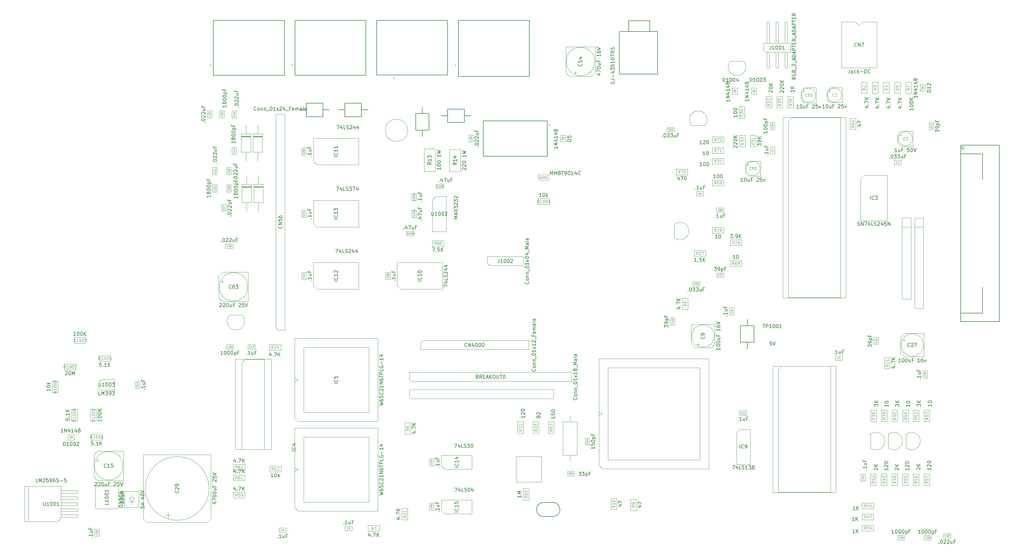
<source format=gbr>
%TF.GenerationSoftware,KiCad,Pcbnew,5.1.5+dfsg1-2build2*%
%TF.CreationDate,2021-09-08T17:23:41-04:00*%
%TF.ProjectId,coco3,636f636f-332e-46b6-9963-61645f706362,1.0.0*%
%TF.SameCoordinates,Original*%
%TF.FileFunction,Other,Fab,Top*%
%FSLAX46Y46*%
G04 Gerber Fmt 4.6, Leading zero omitted, Abs format (unit mm)*
G04 Created by KiCad (PCBNEW 5.1.5+dfsg1-2build2) date 2021-09-08 17:23:41*
%MOMM*%
%LPD*%
G04 APERTURE LIST*
%ADD10C,0.100000*%
%ADD11C,0.152400*%
%ADD12C,0.200000*%
%ADD13C,0.127000*%
%ADD14C,0.150000*%
%ADD15C,0.080000*%
%ADD16C,0.120000*%
%ADD17C,0.075000*%
G04 APERTURE END LIST*
D10*
%TO.C,C24*%
X152701000Y-47474000D02*
G75*
G03X152701000Y-47474000I-3150000J0D01*
G01*
D11*
%TO.C,CN1*%
X309537000Y-52444000D02*
G75*
G03X309537000Y-52444000I-381000J0D01*
G01*
X319468400Y-51643900D02*
X308521000Y-51643900D01*
X319468400Y-101504100D02*
X319468400Y-51643900D01*
X308521000Y-101504100D02*
X319468400Y-101504100D01*
X308521000Y-51643900D02*
X308521000Y-101504100D01*
X314744000Y-99053000D02*
X314744000Y-91687000D01*
X308521000Y-99053000D02*
X314744000Y-99053000D01*
X308521000Y-91687000D02*
X308521000Y-99053000D01*
X314744000Y-54095000D02*
X314744000Y-61461000D01*
X308521000Y-54095000D02*
X314744000Y-54095000D01*
X308521000Y-61461000D02*
X308521000Y-54095000D01*
D10*
%TO.C,D8*%
X108461000Y-49124000D02*
X105761000Y-49124000D01*
X108461000Y-49324000D02*
X105761000Y-49324000D01*
X108461000Y-49224000D02*
X105761000Y-49224000D01*
X107111000Y-56124000D02*
X107111000Y-53644000D01*
X107111000Y-45964000D02*
X107111000Y-48444000D01*
X108461000Y-53644000D02*
X108461000Y-48444000D01*
X105761000Y-53644000D02*
X108461000Y-53644000D01*
X105761000Y-48444000D02*
X105761000Y-53644000D01*
X108461000Y-48444000D02*
X105761000Y-48444000D01*
%TO.C,D9*%
X111731000Y-48444000D02*
X109031000Y-48444000D01*
X109031000Y-48444000D02*
X109031000Y-53644000D01*
X109031000Y-53644000D02*
X111731000Y-53644000D01*
X111731000Y-53644000D02*
X111731000Y-48444000D01*
X110381000Y-45964000D02*
X110381000Y-48444000D01*
X110381000Y-56124000D02*
X110381000Y-53644000D01*
X111731000Y-49224000D02*
X109031000Y-49224000D01*
X111731000Y-49324000D02*
X109031000Y-49324000D01*
X111731000Y-49124000D02*
X109031000Y-49124000D01*
%TO.C,D10*%
X108671000Y-62684000D02*
X105971000Y-62684000D01*
X105971000Y-62684000D02*
X105971000Y-67884000D01*
X105971000Y-67884000D02*
X108671000Y-67884000D01*
X108671000Y-67884000D02*
X108671000Y-62684000D01*
X107321000Y-60204000D02*
X107321000Y-62684000D01*
X107321000Y-70364000D02*
X107321000Y-67884000D01*
X108671000Y-63464000D02*
X105971000Y-63464000D01*
X108671000Y-63564000D02*
X105971000Y-63564000D01*
X108671000Y-63364000D02*
X105971000Y-63364000D01*
%TO.C,D11*%
X111981000Y-63354000D02*
X109281000Y-63354000D01*
X111981000Y-63554000D02*
X109281000Y-63554000D01*
X111981000Y-63454000D02*
X109281000Y-63454000D01*
X110631000Y-70354000D02*
X110631000Y-67874000D01*
X110631000Y-60194000D02*
X110631000Y-62674000D01*
X111981000Y-67874000D02*
X111981000Y-62674000D01*
X109281000Y-67874000D02*
X111981000Y-67874000D01*
X109281000Y-62674000D02*
X109281000Y-67874000D01*
X111981000Y-62674000D02*
X109281000Y-62674000D01*
%TO.C,IC1*%
X276211000Y-43824000D02*
X258431000Y-43824000D01*
X276211000Y-94744000D02*
X276211000Y-43824000D01*
X258431000Y-94744000D02*
X276211000Y-94744000D01*
X258431000Y-43824000D02*
X258431000Y-94744000D01*
X259956000Y-44884000D02*
X260956000Y-43884000D01*
X259956000Y-94684000D02*
X259956000Y-44884000D01*
X274686000Y-94684000D02*
X259956000Y-94684000D01*
X274686000Y-43884000D02*
X274686000Y-94684000D01*
X260956000Y-43884000D02*
X274686000Y-43884000D01*
%TO.C,IC6*%
X207576000Y-127474000D02*
X206576000Y-126974000D01*
X206576000Y-127974000D02*
X207576000Y-127474000D01*
X209116000Y-114489000D02*
X209116000Y-140459000D01*
X235086000Y-114489000D02*
X209116000Y-114489000D01*
X235086000Y-140459000D02*
X235086000Y-114489000D01*
X209116000Y-140459000D02*
X235086000Y-140459000D01*
X206576000Y-111949000D02*
X206576000Y-141999000D01*
X237626000Y-111949000D02*
X206576000Y-111949000D01*
X237626000Y-142999000D02*
X237626000Y-111949000D01*
X207576000Y-142999000D02*
X237626000Y-142999000D01*
X206576000Y-141999000D02*
X207576000Y-142999000D01*
%TO.C,IC7*%
X106936000Y-112104000D02*
X112286000Y-112104000D01*
X112286000Y-112104000D02*
X112286000Y-137504000D01*
X112286000Y-137504000D02*
X105936000Y-137504000D01*
X105936000Y-137504000D02*
X105936000Y-113104000D01*
X105936000Y-113104000D02*
X106936000Y-112104000D01*
X104031000Y-112044000D02*
X104031000Y-137564000D01*
X104031000Y-137564000D02*
X114191000Y-137564000D01*
X114191000Y-137564000D02*
X114191000Y-112044000D01*
X114191000Y-112044000D02*
X104031000Y-112044000D01*
%TO.C,IC36*%
X106001000Y-99624000D02*
X102501000Y-99624000D01*
X105984625Y-99620375D02*
G75*
G02X104231000Y-103854000I-1753625J-1753625D01*
G01*
X102477375Y-99620375D02*
G75*
G03X104231000Y-103854000I1753625J-1753625D01*
G01*
%TO.C,CN2*%
X153171000Y-122619000D02*
X153171000Y-120714000D01*
X153171000Y-120714000D02*
X193811000Y-120714000D01*
X193811000Y-120714000D02*
X193811000Y-123254000D01*
X193811000Y-123254000D02*
X153806000Y-123254000D01*
X153806000Y-123254000D02*
X153171000Y-122619000D01*
D12*
%TO.C,JK1*%
X97257000Y-29058000D02*
G75*
G03X97257000Y-29058000I-100000J0D01*
G01*
D13*
X97921000Y-16464000D02*
X117921000Y-16464000D01*
X97921000Y-31964000D02*
X97921000Y-16464000D01*
X117921000Y-31964000D02*
X97921000Y-31964000D01*
X117921000Y-16464000D02*
X117921000Y-31964000D01*
%TO.C,JK2*%
X140921000Y-16464000D02*
X140921000Y-31964000D01*
X140921000Y-31964000D02*
X120921000Y-31964000D01*
X120921000Y-31964000D02*
X120921000Y-16464000D01*
X120921000Y-16464000D02*
X140921000Y-16464000D01*
D12*
X120257000Y-29058000D02*
G75*
G03X120257000Y-29058000I-100000J0D01*
G01*
D13*
%TO.C,JK3*%
X163921000Y-16464000D02*
X163921000Y-31864000D01*
X163921000Y-31864000D02*
X143921000Y-31864000D01*
X143921000Y-31864000D02*
X143921000Y-16464000D01*
X143921000Y-16464000D02*
X163921000Y-16464000D01*
D12*
X148977000Y-32748000D02*
G75*
G03X148977000Y-32748000I-100000J0D01*
G01*
D13*
%TO.C,JK4*%
X186951000Y-16464000D02*
X186951000Y-32264000D01*
X186951000Y-32264000D02*
X166951000Y-32264000D01*
X166951000Y-32264000D02*
X166951000Y-16464000D01*
X166951000Y-16464000D02*
X186951000Y-16464000D01*
D12*
X166287000Y-29058000D02*
G75*
G03X166287000Y-29058000I-100000J0D01*
G01*
D10*
%TO.C,L1*%
X196451000Y-139224000D02*
X200451000Y-139224000D01*
X200451000Y-139224000D02*
X200451000Y-129724000D01*
X200451000Y-129724000D02*
X196451000Y-129724000D01*
X196451000Y-129724000D02*
X196451000Y-139224000D01*
X198451000Y-140824000D02*
X198451000Y-139224000D01*
X198451000Y-128124000D02*
X198451000Y-129724000D01*
%TO.C,MP1*%
X298076000Y-72259000D02*
X295576000Y-72259000D01*
X295576000Y-72259000D02*
X295576000Y-97699000D01*
X295576000Y-97699000D02*
X298076000Y-97699000D01*
X298076000Y-97699000D02*
X298076000Y-72259000D01*
X298076000Y-74819000D02*
X295576000Y-74819000D01*
%TO.C,MP2*%
X294551000Y-72209000D02*
X292051000Y-72209000D01*
X292051000Y-72209000D02*
X292051000Y-95109000D01*
X292051000Y-95109000D02*
X294551000Y-95109000D01*
X294551000Y-95109000D02*
X294551000Y-72209000D01*
X294551000Y-74769000D02*
X292051000Y-74769000D01*
%TO.C,Q2*%
X232701000Y-46074000D02*
X236451000Y-46074000D01*
X236492103Y-46066547D02*
G75*
G03X234591000Y-41994000I-1901103J1592547D01*
G01*
X232698182Y-46076385D02*
G75*
G02X234591000Y-41994000I1892818J1602385D01*
G01*
%TO.C,Q3*%
X227891000Y-74024000D02*
X227891000Y-77774000D01*
X227888615Y-74021182D02*
G75*
G02X231971000Y-75914000I1602385J-1892818D01*
G01*
X227898453Y-77815103D02*
G75*
G03X231971000Y-75914000I1592547J1901103D01*
G01*
%TO.C,Q4*%
X247401000Y-27974000D02*
X243651000Y-27974000D01*
X247403818Y-27971615D02*
G75*
G02X245511000Y-32054000I-1892818J-1602385D01*
G01*
X243609897Y-27981453D02*
G75*
G03X245511000Y-32054000I1901103J-1592547D01*
G01*
%TO.C,Q5*%
X283101000Y-133324000D02*
X283101000Y-137074000D01*
X283108453Y-137115103D02*
G75*
G03X287181000Y-135214000I1592547J1901103D01*
G01*
X283098615Y-133321182D02*
G75*
G02X287181000Y-135214000I1602385J-1892818D01*
G01*
%TO.C,Q6*%
X288101000Y-133324000D02*
X288101000Y-137074000D01*
X288098615Y-133321182D02*
G75*
G02X292181000Y-135214000I1602385J-1892818D01*
G01*
X288108453Y-137115103D02*
G75*
G03X292181000Y-135214000I1592547J1901103D01*
G01*
%TO.C,Q7*%
X293101000Y-133324000D02*
X293101000Y-137074000D01*
X293108453Y-137115103D02*
G75*
G03X297181000Y-135214000I1592547J1901103D01*
G01*
X293098615Y-133321182D02*
G75*
G02X297181000Y-135214000I1602385J-1892818D01*
G01*
D12*
%TO.C,RY1*%
X192751000Y-45994000D02*
G75*
G03X192751000Y-45994000I-100000J0D01*
G01*
D13*
X174041000Y-44829000D02*
X192061000Y-44829000D01*
X174041000Y-54779000D02*
X174041000Y-44829000D01*
X192061000Y-54779000D02*
X174041000Y-54779000D01*
X192061000Y-44829000D02*
X192061000Y-54779000D01*
D10*
%TO.C,TC1*%
X190451000Y-139574000D02*
X183251000Y-139574000D01*
X183251000Y-139574000D02*
X183251000Y-146774000D01*
X183251000Y-146774000D02*
X190451000Y-146774000D01*
X190451000Y-146774000D02*
X190451000Y-139574000D01*
D13*
%TO.C,X1*%
X193701000Y-152524000D02*
X190901000Y-152524000D01*
X190901000Y-156524000D02*
X193701000Y-156524000D01*
X193701000Y-156524000D02*
G75*
G03X195601000Y-154524000I-50000J1950000D01*
G01*
X189001000Y-154524000D02*
G75*
G03X190901000Y-156524000I1950000J-50000D01*
G01*
X190901000Y-152524000D02*
G75*
G03X189001000Y-154524000I50000J-1950000D01*
G01*
X195601000Y-154524000D02*
G75*
G03X193701000Y-152524000I-1950000J50000D01*
G01*
D10*
%TO.C,IC2*%
X273391000Y-114044000D02*
X255611000Y-114044000D01*
X273391000Y-149724000D02*
X273391000Y-114044000D01*
X255611000Y-149724000D02*
X273391000Y-149724000D01*
X255611000Y-114044000D02*
X255611000Y-149724000D01*
X257136000Y-115104000D02*
X258136000Y-114104000D01*
X257136000Y-149664000D02*
X257136000Y-115104000D01*
X271866000Y-149664000D02*
X257136000Y-149664000D01*
X271866000Y-114104000D02*
X271866000Y-149664000D01*
X258136000Y-114104000D02*
X271866000Y-114104000D01*
D13*
%TO.C,FB10*%
X124121000Y-41714000D02*
X122286000Y-41714000D01*
X128821000Y-41714000D02*
X130656000Y-41714000D01*
X124121000Y-39834000D02*
X128821000Y-39834000D01*
X128821000Y-43594000D02*
X128821000Y-39834000D01*
X124121000Y-43594000D02*
X124121000Y-39834000D01*
X128821000Y-43594000D02*
X124121000Y-43594000D01*
%TO.C,FB5*%
X248401000Y-102624000D02*
X248401000Y-100789000D01*
X248401000Y-107324000D02*
X248401000Y-109159000D01*
X250281000Y-102624000D02*
X250281000Y-107324000D01*
X246521000Y-107324000D02*
X250281000Y-107324000D01*
X246521000Y-102624000D02*
X250281000Y-102624000D01*
X246521000Y-107324000D02*
X246521000Y-102624000D01*
%TO.C,FB6*%
X156801000Y-42724000D02*
X156801000Y-40889000D01*
X156801000Y-47424000D02*
X156801000Y-49259000D01*
X158681000Y-42724000D02*
X158681000Y-47424000D01*
X154921000Y-47424000D02*
X158681000Y-47424000D01*
X154921000Y-42724000D02*
X158681000Y-42724000D01*
X154921000Y-47424000D02*
X154921000Y-42724000D01*
%TO.C,FB8*%
X163951000Y-41494000D02*
X168651000Y-41494000D01*
X168651000Y-41494000D02*
X168651000Y-45254000D01*
X163951000Y-41494000D02*
X163951000Y-45254000D01*
X168651000Y-45254000D02*
X163951000Y-45254000D01*
X163951000Y-43374000D02*
X162116000Y-43374000D01*
X168651000Y-43374000D02*
X170486000Y-43374000D01*
%TO.C,FB9*%
X134951000Y-39844000D02*
X139651000Y-39844000D01*
X139651000Y-39844000D02*
X139651000Y-43604000D01*
X134951000Y-39844000D02*
X134951000Y-43604000D01*
X139651000Y-43604000D02*
X134951000Y-43604000D01*
X134951000Y-41724000D02*
X133116000Y-41724000D01*
X139651000Y-41724000D02*
X141486000Y-41724000D01*
D10*
%TO.C,IC5*%
X120801000Y-128694000D02*
X121801000Y-129694000D01*
X121801000Y-129694000D02*
X144301000Y-129694000D01*
X144301000Y-129694000D02*
X144301000Y-106194000D01*
X144301000Y-106194000D02*
X120801000Y-106194000D01*
X120801000Y-106194000D02*
X120801000Y-128694000D01*
X123341000Y-127154000D02*
X141761000Y-127154000D01*
X141761000Y-127154000D02*
X141761000Y-108734000D01*
X141761000Y-108734000D02*
X123341000Y-108734000D01*
X123341000Y-108734000D02*
X123341000Y-127154000D01*
X120801000Y-118444000D02*
X121801000Y-117944000D01*
X121801000Y-117944000D02*
X120801000Y-117444000D01*
%TO.C,IC4*%
X120801000Y-153994000D02*
X121801000Y-154994000D01*
X121801000Y-154994000D02*
X144301000Y-154994000D01*
X144301000Y-154994000D02*
X144301000Y-131494000D01*
X144301000Y-131494000D02*
X120801000Y-131494000D01*
X120801000Y-131494000D02*
X120801000Y-153994000D01*
X123341000Y-152454000D02*
X141761000Y-152454000D01*
X141761000Y-152454000D02*
X141761000Y-134034000D01*
X141761000Y-134034000D02*
X123341000Y-134034000D01*
X123341000Y-134034000D02*
X123341000Y-152454000D01*
X120801000Y-143744000D02*
X121801000Y-143244000D01*
X121801000Y-143244000D02*
X120801000Y-142744000D01*
%TO.C,C1*%
X254876000Y-52174000D02*
X256126000Y-52174000D01*
X256126000Y-52174000D02*
X256126000Y-54174000D01*
X256126000Y-54174000D02*
X254876000Y-54174000D01*
X254876000Y-54174000D02*
X254876000Y-52174000D01*
%TO.C,C4*%
X275201000Y-111099000D02*
X275201000Y-112349000D01*
X275201000Y-112349000D02*
X273201000Y-112349000D01*
X273201000Y-112349000D02*
X273201000Y-111099000D01*
X273201000Y-111099000D02*
X275201000Y-111099000D01*
%TO.C,C6*%
X116401000Y-160999000D02*
X116401000Y-159749000D01*
X116401000Y-159749000D02*
X118401000Y-159749000D01*
X118401000Y-159749000D02*
X118401000Y-160999000D01*
X118401000Y-160999000D02*
X116401000Y-160999000D01*
%TO.C,C7*%
X135001000Y-159249000D02*
X137001000Y-159249000D01*
X135001000Y-160499000D02*
X135001000Y-159249000D01*
X137001000Y-160499000D02*
X135001000Y-160499000D01*
X137001000Y-159249000D02*
X137001000Y-160499000D01*
%TO.C,C8*%
X243376000Y-99574000D02*
X243376000Y-97574000D01*
X244626000Y-99574000D02*
X243376000Y-99574000D01*
X244626000Y-97574000D02*
X244626000Y-99574000D01*
X243376000Y-97574000D02*
X244626000Y-97574000D01*
%TO.C,C12*%
X248201000Y-127899000D02*
X246201000Y-127899000D01*
X248201000Y-126649000D02*
X248201000Y-127899000D01*
X246201000Y-126649000D02*
X248201000Y-126649000D01*
X246201000Y-127899000D02*
X246201000Y-126649000D01*
%TO.C,C13*%
X107666000Y-109259000D02*
X107666000Y-108009000D01*
X107666000Y-108009000D02*
X109666000Y-108009000D01*
X109666000Y-108009000D02*
X109666000Y-109259000D01*
X109666000Y-109259000D02*
X107666000Y-109259000D01*
%TO.C,C26*%
X297876000Y-117374000D02*
X297876000Y-115374000D01*
X299126000Y-117374000D02*
X297876000Y-117374000D01*
X299126000Y-115374000D02*
X299126000Y-117374000D01*
X297876000Y-115374000D02*
X299126000Y-115374000D01*
%TO.C,C28*%
X64476400Y-160074000D02*
X65726400Y-160074000D01*
X65726400Y-160074000D02*
X65726400Y-162074000D01*
X65726400Y-162074000D02*
X64476400Y-162074000D01*
X64476400Y-162074000D02*
X64476400Y-160074000D01*
%TO.C,C38*%
X147726000Y-87574000D02*
X147726000Y-89574000D01*
X146476000Y-87574000D02*
X147726000Y-87574000D01*
X146476000Y-89574000D02*
X146476000Y-87574000D01*
X147726000Y-89574000D02*
X146476000Y-89574000D01*
%TO.C,C39*%
X124026000Y-52474000D02*
X124026000Y-54474000D01*
X122776000Y-52474000D02*
X124026000Y-52474000D01*
X122776000Y-54474000D02*
X122776000Y-52474000D01*
X124026000Y-54474000D02*
X122776000Y-54474000D01*
%TO.C,C40*%
X124026000Y-89574000D02*
X122776000Y-89574000D01*
X122776000Y-89574000D02*
X122776000Y-87574000D01*
X122776000Y-87574000D02*
X124026000Y-87574000D01*
X124026000Y-87574000D02*
X124026000Y-89574000D01*
%TO.C,C41*%
X124026000Y-72024000D02*
X122776000Y-72024000D01*
X122776000Y-72024000D02*
X122776000Y-70024000D01*
X122776000Y-70024000D02*
X124026000Y-70024000D01*
X124026000Y-70024000D02*
X124026000Y-72024000D01*
%TO.C,C42*%
X281626000Y-144504000D02*
X281626000Y-146504000D01*
X280376000Y-144504000D02*
X281626000Y-144504000D01*
X280376000Y-146504000D02*
X280376000Y-144504000D01*
X281626000Y-146504000D02*
X280376000Y-146504000D01*
%TO.C,C47*%
X160026000Y-140174000D02*
X160026000Y-142174000D01*
X158776000Y-140174000D02*
X160026000Y-140174000D01*
X158776000Y-142174000D02*
X158776000Y-140174000D01*
X160026000Y-142174000D02*
X158776000Y-142174000D01*
%TO.C,C48*%
X160026000Y-154774000D02*
X158776000Y-154774000D01*
X158776000Y-154774000D02*
X158776000Y-152774000D01*
X158776000Y-152774000D02*
X160026000Y-152774000D01*
X160026000Y-152774000D02*
X160026000Y-154774000D01*
%TO.C,C50*%
X239721000Y-70599000D02*
X239721000Y-69349000D01*
X239721000Y-69349000D02*
X241721000Y-69349000D01*
X241721000Y-69349000D02*
X241721000Y-70599000D01*
X241721000Y-70599000D02*
X239721000Y-70599000D01*
%TO.C,C51*%
X236101000Y-64749000D02*
X236101000Y-65999000D01*
X236101000Y-65999000D02*
X234101000Y-65999000D01*
X234101000Y-65999000D02*
X234101000Y-64749000D01*
X234101000Y-64749000D02*
X236101000Y-64749000D01*
%TO.C,C5*%
X291801000Y-55949000D02*
X291801000Y-57199000D01*
X291801000Y-57199000D02*
X289801000Y-57199000D01*
X289801000Y-57199000D02*
X289801000Y-55949000D01*
X289801000Y-55949000D02*
X291801000Y-55949000D01*
%TO.C,C16*%
X103176000Y-41944000D02*
X104426000Y-41944000D01*
X104426000Y-41944000D02*
X104426000Y-43944000D01*
X104426000Y-43944000D02*
X103176000Y-43944000D01*
X103176000Y-43944000D02*
X103176000Y-41944000D01*
%TO.C,C17*%
X101426000Y-68324000D02*
X101426000Y-70324000D01*
X100176000Y-68324000D02*
X101426000Y-68324000D01*
X100176000Y-70324000D02*
X100176000Y-68324000D01*
X101426000Y-70324000D02*
X100176000Y-70324000D01*
%TO.C,C20*%
X96176400Y-41944000D02*
X97426400Y-41944000D01*
X97426400Y-41944000D02*
X97426400Y-43944000D01*
X97426400Y-43944000D02*
X96176400Y-43944000D01*
X96176400Y-43944000D02*
X96176400Y-41944000D01*
%TO.C,C21*%
X98926400Y-57974000D02*
X98926400Y-59974000D01*
X97676400Y-57974000D02*
X98926400Y-57974000D01*
X97676400Y-59974000D02*
X97676400Y-57974000D01*
X98926400Y-59974000D02*
X97676400Y-59974000D01*
%TO.C,C25*%
X171126000Y-48804000D02*
X171126000Y-50804000D01*
X169876000Y-48804000D02*
X171126000Y-48804000D01*
X169876000Y-50804000D02*
X169876000Y-48804000D01*
X171126000Y-50804000D02*
X169876000Y-50804000D01*
%TO.C,C36*%
X103401000Y-79549000D02*
X103401000Y-80799000D01*
X103401000Y-80799000D02*
X101401000Y-80799000D01*
X101401000Y-80799000D02*
X101401000Y-79549000D01*
X101401000Y-79549000D02*
X103401000Y-79549000D01*
%TO.C,C49*%
X102926000Y-59974000D02*
X101676000Y-59974000D01*
X101676000Y-59974000D02*
X101676000Y-57974000D01*
X101676000Y-57974000D02*
X102926000Y-57974000D01*
X102926000Y-57974000D02*
X102926000Y-59974000D01*
%TO.C,C52*%
X235001000Y-91399000D02*
X233001000Y-91399000D01*
X235001000Y-90149000D02*
X235001000Y-91399000D01*
X233001000Y-90149000D02*
X235001000Y-90149000D01*
X233001000Y-91399000D02*
X233001000Y-90149000D01*
%TO.C,C53*%
X225801000Y-47899000D02*
X225801000Y-46649000D01*
X225801000Y-46649000D02*
X227801000Y-46649000D01*
X227801000Y-46649000D02*
X227801000Y-47899000D01*
X227801000Y-47899000D02*
X225801000Y-47899000D01*
%TO.C,C57*%
X305751000Y-162599000D02*
X303751000Y-162599000D01*
X305751000Y-161349000D02*
X305751000Y-162599000D01*
X303751000Y-161349000D02*
X305751000Y-161349000D01*
X303751000Y-162599000D02*
X303751000Y-161349000D01*
%TO.C,C10*%
X226676000Y-100374000D02*
X227926000Y-100374000D01*
X227926000Y-100374000D02*
X227926000Y-102374000D01*
X227926000Y-102374000D02*
X226676000Y-102374000D01*
X226676000Y-102374000D02*
X226676000Y-100374000D01*
%TO.C,C11*%
X284076000Y-107924000D02*
X284076000Y-105924000D01*
X285326000Y-107924000D02*
X284076000Y-107924000D01*
X285326000Y-105924000D02*
X285326000Y-107924000D01*
X284076000Y-105924000D02*
X285326000Y-105924000D01*
%TO.C,C18*%
X101676000Y-64874000D02*
X101676000Y-62874000D01*
X102926000Y-64874000D02*
X101676000Y-64874000D01*
X102926000Y-62874000D02*
X102926000Y-64874000D01*
X101676000Y-62874000D02*
X102926000Y-62874000D01*
%TO.C,C19*%
X103176000Y-54274000D02*
X103176000Y-52274000D01*
X104426000Y-54274000D02*
X103176000Y-54274000D01*
X104426000Y-52274000D02*
X104426000Y-54274000D01*
X103176000Y-52274000D02*
X104426000Y-52274000D01*
%TO.C,C22*%
X99676000Y-43944000D02*
X99676000Y-41944000D01*
X100926000Y-43944000D02*
X99676000Y-43944000D01*
X100926000Y-41944000D02*
X100926000Y-43944000D01*
X99676000Y-41944000D02*
X100926000Y-41944000D01*
%TO.C,C23*%
X97676400Y-62874000D02*
X98926400Y-62874000D01*
X98926400Y-62874000D02*
X98926400Y-64874000D01*
X98926400Y-64874000D02*
X97676400Y-64874000D01*
X97676400Y-64874000D02*
X97676400Y-62874000D01*
%TO.C,C34*%
X254876000Y-47274000D02*
X254876000Y-45274000D01*
X256126000Y-47274000D02*
X254876000Y-47274000D01*
X256126000Y-45274000D02*
X256126000Y-47274000D01*
X254876000Y-45274000D02*
X256126000Y-45274000D01*
%TO.C,C37*%
X241781000Y-87719000D02*
X241781000Y-88969000D01*
X241781000Y-88969000D02*
X239781000Y-88969000D01*
X239781000Y-88969000D02*
X239781000Y-87719000D01*
X239781000Y-87719000D02*
X241781000Y-87719000D01*
%TO.C,C58*%
X300251000Y-161849000D02*
X300251000Y-163099000D01*
X300251000Y-163099000D02*
X298251000Y-163099000D01*
X298251000Y-163099000D02*
X298251000Y-161849000D01*
X298251000Y-161849000D02*
X300251000Y-161849000D01*
%TO.C,C59*%
X290751000Y-161849000D02*
X292751000Y-161849000D01*
X290751000Y-163099000D02*
X290751000Y-161849000D01*
X292751000Y-163099000D02*
X290751000Y-163099000D01*
X292751000Y-161849000D02*
X292751000Y-163099000D01*
%TO.C,C61*%
X300926000Y-47274000D02*
X299676000Y-47274000D01*
X299676000Y-47274000D02*
X299676000Y-45274000D01*
X299676000Y-45274000D02*
X300926000Y-45274000D01*
X300926000Y-45274000D02*
X300926000Y-47274000D01*
%TO.C,C68*%
X101601000Y-109259000D02*
X101601000Y-108009000D01*
X101601000Y-108009000D02*
X103601000Y-108009000D01*
X103601000Y-108009000D02*
X103601000Y-109259000D01*
X103601000Y-109259000D02*
X101601000Y-109259000D01*
%TO.C,C2*%
X275001000Y-37544000D02*
G75*
G03X275001000Y-37544000I-2000000J0D01*
G01*
X275151000Y-35394000D02*
X275151000Y-39694000D01*
X271851000Y-35394000D02*
X275151000Y-35394000D01*
X271851000Y-39694000D02*
X275151000Y-39694000D01*
X270851000Y-36394000D02*
X270851000Y-38694000D01*
X270851000Y-36394000D02*
X271851000Y-35394000D01*
X270851000Y-38694000D02*
X271851000Y-39694000D01*
X271426227Y-36544000D02*
X271826227Y-36544000D01*
X271626227Y-36344000D02*
X271626227Y-36744000D01*
%TO.C,C3*%
X294951000Y-49864000D02*
G75*
G03X294951000Y-49864000I-2000000J0D01*
G01*
X295101000Y-47714000D02*
X295101000Y-52014000D01*
X291801000Y-47714000D02*
X295101000Y-47714000D01*
X291801000Y-52014000D02*
X295101000Y-52014000D01*
X290801000Y-48714000D02*
X290801000Y-51014000D01*
X290801000Y-48714000D02*
X291801000Y-47714000D01*
X290801000Y-51014000D02*
X291801000Y-52014000D01*
X291376227Y-48864000D02*
X291776227Y-48864000D01*
X291576227Y-48664000D02*
X291576227Y-49064000D01*
%TO.C,C9*%
X234286000Y-107933838D02*
X234916000Y-107933838D01*
X234601000Y-108248838D02*
X234601000Y-107618838D01*
X238231000Y-108844000D02*
X239231000Y-107844000D01*
X233631000Y-108844000D02*
X232631000Y-107844000D01*
X233631000Y-108844000D02*
X238231000Y-108844000D01*
X239231000Y-107844000D02*
X239231000Y-102244000D01*
X232631000Y-107844000D02*
X232631000Y-102244000D01*
X232631000Y-102244000D02*
X239231000Y-102244000D01*
X239081000Y-105544000D02*
G75*
G03X239081000Y-105544000I-3150000J0D01*
G01*
%TO.C,C27*%
X298051000Y-108074000D02*
G75*
G03X298051000Y-108074000I-3150000J0D01*
G01*
X298201000Y-104774000D02*
X298201000Y-111374000D01*
X292601000Y-104774000D02*
X298201000Y-104774000D01*
X292601000Y-111374000D02*
X298201000Y-111374000D01*
X291601000Y-105774000D02*
X291601000Y-110374000D01*
X291601000Y-105774000D02*
X292601000Y-104774000D01*
X291601000Y-110374000D02*
X292601000Y-111374000D01*
X292196162Y-106744000D02*
X292826162Y-106744000D01*
X292511162Y-106429000D02*
X292511162Y-107059000D01*
%TO.C,C55*%
X252001000Y-58274000D02*
G75*
G03X252001000Y-58274000I-2000000J0D01*
G01*
X252151000Y-56124000D02*
X252151000Y-60424000D01*
X248851000Y-56124000D02*
X252151000Y-56124000D01*
X248851000Y-60424000D02*
X252151000Y-60424000D01*
X247851000Y-57124000D02*
X247851000Y-59424000D01*
X247851000Y-57124000D02*
X248851000Y-56124000D01*
X247851000Y-59424000D02*
X248851000Y-60424000D01*
X248426227Y-57274000D02*
X248826227Y-57274000D01*
X248626227Y-57074000D02*
X248626227Y-57474000D01*
%TO.C,C56*%
X264326227Y-36374000D02*
X264326227Y-36774000D01*
X264126227Y-36574000D02*
X264526227Y-36574000D01*
X263551000Y-38724000D02*
X264551000Y-39724000D01*
X263551000Y-36424000D02*
X264551000Y-35424000D01*
X263551000Y-36424000D02*
X263551000Y-38724000D01*
X264551000Y-39724000D02*
X267851000Y-39724000D01*
X264551000Y-35424000D02*
X267851000Y-35424000D01*
X267851000Y-35424000D02*
X267851000Y-39724000D01*
X267701000Y-37574000D02*
G75*
G03X267701000Y-37574000I-2000000J0D01*
G01*
%TO.C,C60*%
X197701000Y-143699000D02*
X199701000Y-143699000D01*
X197701000Y-144949000D02*
X197701000Y-143699000D01*
X199701000Y-144949000D02*
X197701000Y-144949000D01*
X199701000Y-143699000D02*
X199701000Y-144949000D01*
%TO.C,C64*%
X203926000Y-136274000D02*
X202676000Y-136274000D01*
X202676000Y-136274000D02*
X202676000Y-134274000D01*
X202676000Y-134274000D02*
X203926000Y-134274000D01*
X203926000Y-134274000D02*
X203926000Y-136274000D01*
%TO.C,C54*%
X205401000Y-28074000D02*
G75*
G03X205401000Y-28074000I-4000000J0D01*
G01*
X197251000Y-23924000D02*
X205551000Y-23924000D01*
X197251000Y-31224000D02*
X197251000Y-23924000D01*
X205551000Y-31224000D02*
X205551000Y-23924000D01*
X198251000Y-32224000D02*
X204551000Y-32224000D01*
X198251000Y-32224000D02*
X197251000Y-31224000D01*
X204551000Y-32224000D02*
X205551000Y-31224000D01*
X199901000Y-31636278D02*
X199901000Y-30836278D01*
X199501000Y-31236278D02*
X200301000Y-31236278D01*
%TO.C,C63*%
X107601000Y-91674000D02*
G75*
G03X107601000Y-91674000I-4000000J0D01*
G01*
X107751000Y-87524000D02*
X107751000Y-95824000D01*
X100451000Y-87524000D02*
X107751000Y-87524000D01*
X100451000Y-95824000D02*
X107751000Y-95824000D01*
X99451000Y-88524000D02*
X99451000Y-94824000D01*
X99451000Y-88524000D02*
X100451000Y-87524000D01*
X99451000Y-94824000D02*
X100451000Y-95824000D01*
X100038722Y-90174000D02*
X100838722Y-90174000D01*
X100438722Y-89774000D02*
X100438722Y-90574000D01*
%TO.C,R2*%
X280526000Y-33864000D02*
X282126000Y-33864000D01*
X282126000Y-33864000D02*
X282126000Y-37064000D01*
X282126000Y-37064000D02*
X280526000Y-37064000D01*
X280526000Y-37064000D02*
X280526000Y-33864000D01*
%TO.C,R3*%
X283651000Y-33864000D02*
X285251000Y-33864000D01*
X285251000Y-33864000D02*
X285251000Y-37064000D01*
X285251000Y-37064000D02*
X283651000Y-37064000D01*
X283651000Y-37064000D02*
X283651000Y-33864000D01*
%TO.C,R4*%
X286776000Y-37064000D02*
X286776000Y-33864000D01*
X288376000Y-37064000D02*
X286776000Y-37064000D01*
X288376000Y-33864000D02*
X288376000Y-37064000D01*
X286776000Y-33864000D02*
X288376000Y-33864000D01*
%TO.C,R5*%
X289901000Y-33864000D02*
X291501000Y-33864000D01*
X291501000Y-33864000D02*
X291501000Y-37064000D01*
X291501000Y-37064000D02*
X289901000Y-37064000D01*
X289901000Y-37064000D02*
X289901000Y-33864000D01*
%TO.C,R6*%
X153501000Y-133174000D02*
X151901000Y-133174000D01*
X151901000Y-133174000D02*
X151901000Y-129974000D01*
X151901000Y-129974000D02*
X153501000Y-129974000D01*
X153501000Y-129974000D02*
X153501000Y-133174000D01*
%TO.C,R7*%
X141501000Y-160674000D02*
X141501000Y-159074000D01*
X141501000Y-159074000D02*
X144701000Y-159074000D01*
X144701000Y-159074000D02*
X144701000Y-160674000D01*
X144701000Y-160674000D02*
X141501000Y-160674000D01*
%TO.C,R8*%
X230101000Y-94824000D02*
X231701000Y-94824000D01*
X231701000Y-94824000D02*
X231701000Y-98024000D01*
X231701000Y-98024000D02*
X230101000Y-98024000D01*
X230101000Y-98024000D02*
X230101000Y-94824000D01*
%TO.C,R11*%
X288601000Y-111524000D02*
X288601000Y-114724000D01*
X287001000Y-111524000D02*
X288601000Y-111524000D01*
X287001000Y-114724000D02*
X287001000Y-111524000D01*
X288601000Y-114724000D02*
X287001000Y-114724000D01*
%TO.C,R21*%
X151101000Y-154214000D02*
X152701000Y-154214000D01*
X152701000Y-154214000D02*
X152701000Y-157414000D01*
X152701000Y-157414000D02*
X151101000Y-157414000D01*
X151101000Y-157414000D02*
X151101000Y-154214000D01*
%TO.C,R24*%
X113701000Y-107974000D02*
X116901000Y-107974000D01*
X113701000Y-109574000D02*
X113701000Y-107974000D01*
X116901000Y-109574000D02*
X113701000Y-109574000D01*
X116901000Y-107974000D02*
X116901000Y-109574000D01*
%TO.C,R59*%
X103561000Y-149674000D02*
X106761000Y-149674000D01*
X103561000Y-151274000D02*
X103561000Y-149674000D01*
X106761000Y-151274000D02*
X103561000Y-151274000D01*
X106761000Y-149674000D02*
X106761000Y-151274000D01*
%TO.C,R61*%
X103561000Y-144774000D02*
X106761000Y-144774000D01*
X103561000Y-146374000D02*
X103561000Y-144774000D01*
X106761000Y-146374000D02*
X103561000Y-146374000D01*
X106761000Y-144774000D02*
X106761000Y-146374000D01*
%TO.C,R62*%
X103561000Y-141774000D02*
X106761000Y-141774000D01*
X103561000Y-143374000D02*
X103561000Y-141774000D01*
X106761000Y-143374000D02*
X103561000Y-143374000D01*
X106761000Y-141774000D02*
X106761000Y-143374000D01*
%TO.C,R36*%
X261361000Y-37914000D02*
X261361000Y-41114000D01*
X259761000Y-37914000D02*
X261361000Y-37914000D01*
X259761000Y-41114000D02*
X259761000Y-37914000D01*
X261361000Y-41114000D02*
X259761000Y-41114000D01*
%TO.C,R40*%
X280801000Y-152674000D02*
X284001000Y-152674000D01*
X280801000Y-154274000D02*
X280801000Y-152674000D01*
X284001000Y-154274000D02*
X280801000Y-154274000D01*
X284001000Y-152674000D02*
X284001000Y-154274000D01*
%TO.C,R47*%
X284001000Y-155799000D02*
X284001000Y-157399000D01*
X284001000Y-157399000D02*
X280801000Y-157399000D01*
X280801000Y-157399000D02*
X280801000Y-155799000D01*
X280801000Y-155799000D02*
X284001000Y-155799000D01*
%TO.C,R54*%
X284001000Y-158924000D02*
X284001000Y-160524000D01*
X284001000Y-160524000D02*
X280801000Y-160524000D01*
X280801000Y-160524000D02*
X280801000Y-158924000D01*
X280801000Y-158924000D02*
X284001000Y-158924000D01*
%TO.C,R28*%
X238551000Y-76474000D02*
X238551000Y-74874000D01*
X238551000Y-74874000D02*
X241751000Y-74874000D01*
X241751000Y-74874000D02*
X241751000Y-76474000D01*
X241751000Y-76474000D02*
X238551000Y-76474000D01*
%TO.C,R39*%
X287801000Y-129674000D02*
X286201000Y-129674000D01*
X286201000Y-129674000D02*
X286201000Y-126474000D01*
X286201000Y-126474000D02*
X287801000Y-126474000D01*
X287801000Y-126474000D02*
X287801000Y-129674000D01*
%TO.C,R46*%
X293801000Y-126474000D02*
X293801000Y-129674000D01*
X292201000Y-126474000D02*
X293801000Y-126474000D01*
X292201000Y-129674000D02*
X292201000Y-126474000D01*
X293801000Y-129674000D02*
X292201000Y-129674000D01*
%TO.C,R53*%
X299801000Y-126474000D02*
X299801000Y-129674000D01*
X298201000Y-126474000D02*
X299801000Y-126474000D01*
X298201000Y-129674000D02*
X298201000Y-126474000D01*
X299801000Y-129674000D02*
X298201000Y-129674000D01*
%TO.C,R68*%
X243581000Y-84274000D02*
X246781000Y-84274000D01*
X243581000Y-85874000D02*
X243581000Y-84274000D01*
X246781000Y-85874000D02*
X243581000Y-85874000D01*
X246781000Y-84274000D02*
X246781000Y-85874000D01*
%TO.C,R71*%
X241751000Y-52374000D02*
X241751000Y-53974000D01*
X241751000Y-53974000D02*
X238551000Y-53974000D01*
X238551000Y-53974000D02*
X238551000Y-52374000D01*
X238551000Y-52374000D02*
X241751000Y-52374000D01*
%TO.C,R22*%
X183701000Y-132974000D02*
X183701000Y-129774000D01*
X185301000Y-132974000D02*
X183701000Y-132974000D01*
X185301000Y-129774000D02*
X185301000Y-132974000D01*
X183701000Y-129774000D02*
X185301000Y-129774000D01*
%TO.C,R43*%
X287708000Y-147674000D02*
X286108000Y-147674000D01*
X286108000Y-147674000D02*
X286108000Y-144474000D01*
X286108000Y-144474000D02*
X287708000Y-144474000D01*
X287708000Y-144474000D02*
X287708000Y-147674000D01*
%TO.C,R50*%
X293754000Y-144474000D02*
X293754000Y-147674000D01*
X292154000Y-144474000D02*
X293754000Y-144474000D01*
X292154000Y-147674000D02*
X292154000Y-144474000D01*
X293754000Y-147674000D02*
X292154000Y-147674000D01*
%TO.C,R57*%
X299801000Y-147674000D02*
X298201000Y-147674000D01*
X298201000Y-147674000D02*
X298201000Y-144474000D01*
X298201000Y-144474000D02*
X299801000Y-144474000D01*
X299801000Y-144474000D02*
X299801000Y-147674000D01*
%TO.C,R72*%
X241751000Y-49344000D02*
X241751000Y-50944000D01*
X241751000Y-50944000D02*
X238551000Y-50944000D01*
X238551000Y-50944000D02*
X238551000Y-49344000D01*
X238551000Y-49344000D02*
X241751000Y-49344000D01*
%TO.C,R30*%
X241751000Y-55404000D02*
X241751000Y-57004000D01*
X241751000Y-57004000D02*
X238551000Y-57004000D01*
X238551000Y-57004000D02*
X238551000Y-55404000D01*
X238551000Y-55404000D02*
X241751000Y-55404000D01*
%TO.C,R33*%
X247811000Y-52124000D02*
X246211000Y-52124000D01*
X246211000Y-52124000D02*
X246211000Y-48924000D01*
X246211000Y-48924000D02*
X247811000Y-48924000D01*
X247811000Y-48924000D02*
X247811000Y-52124000D01*
%TO.C,R34*%
X246101000Y-44074000D02*
X246101000Y-40874000D01*
X247701000Y-44074000D02*
X246101000Y-44074000D01*
X247701000Y-40874000D02*
X247701000Y-44074000D01*
X246101000Y-40874000D02*
X247701000Y-40874000D01*
%TO.C,R35*%
X258301000Y-37924000D02*
X258301000Y-41124000D01*
X256701000Y-37924000D02*
X258301000Y-37924000D01*
X256701000Y-41124000D02*
X256701000Y-37924000D01*
X258301000Y-41124000D02*
X256701000Y-41124000D01*
%TO.C,R38*%
X284801000Y-126474000D02*
X284801000Y-129674000D01*
X283201000Y-126474000D02*
X284801000Y-126474000D01*
X283201000Y-129674000D02*
X283201000Y-126474000D01*
X284801000Y-129674000D02*
X283201000Y-129674000D01*
%TO.C,R42*%
X284684000Y-144474000D02*
X284684000Y-147674000D01*
X283084000Y-144474000D02*
X284684000Y-144474000D01*
X283084000Y-147674000D02*
X283084000Y-144474000D01*
X284684000Y-147674000D02*
X283084000Y-147674000D01*
%TO.C,R45*%
X290801000Y-129674000D02*
X289201000Y-129674000D01*
X289201000Y-129674000D02*
X289201000Y-126474000D01*
X289201000Y-126474000D02*
X290801000Y-126474000D01*
X290801000Y-126474000D02*
X290801000Y-129674000D01*
%TO.C,R49*%
X290731000Y-147674000D02*
X289131000Y-147674000D01*
X289131000Y-147674000D02*
X289131000Y-144474000D01*
X289131000Y-144474000D02*
X290731000Y-144474000D01*
X290731000Y-144474000D02*
X290731000Y-147674000D01*
%TO.C,R52*%
X296801000Y-129674000D02*
X295201000Y-129674000D01*
X295201000Y-129674000D02*
X295201000Y-126474000D01*
X295201000Y-126474000D02*
X296801000Y-126474000D01*
X296801000Y-126474000D02*
X296801000Y-129674000D01*
%TO.C,R56*%
X296778000Y-144474000D02*
X296778000Y-147674000D01*
X295178000Y-144474000D02*
X296778000Y-144474000D01*
X295178000Y-147674000D02*
X295178000Y-144474000D01*
X296778000Y-147674000D02*
X295178000Y-147674000D01*
%TO.C,R69*%
X241751000Y-61494000D02*
X241751000Y-63094000D01*
X241751000Y-63094000D02*
X238551000Y-63094000D01*
X238551000Y-63094000D02*
X238551000Y-61494000D01*
X238551000Y-61494000D02*
X241751000Y-61494000D01*
%TO.C,IC10*%
X149701000Y-91324000D02*
X149701000Y-84824000D01*
X149701000Y-84824000D02*
X162501000Y-84824000D01*
X162501000Y-84824000D02*
X162501000Y-92324000D01*
X162501000Y-92324000D02*
X150701000Y-92324000D01*
X150701000Y-92324000D02*
X149701000Y-91324000D01*
%TO.C,IC11*%
X127101000Y-57224000D02*
X126101000Y-56224000D01*
X138901000Y-57224000D02*
X127101000Y-57224000D01*
X138901000Y-49724000D02*
X138901000Y-57224000D01*
X126101000Y-49724000D02*
X138901000Y-49724000D01*
X126101000Y-56224000D02*
X126101000Y-49724000D01*
%TO.C,IC12*%
X126101000Y-91324000D02*
X126101000Y-84824000D01*
X126101000Y-84824000D02*
X138901000Y-84824000D01*
X138901000Y-84824000D02*
X138901000Y-92324000D01*
X138901000Y-92324000D02*
X127101000Y-92324000D01*
X127101000Y-92324000D02*
X126101000Y-91324000D01*
%TO.C,IC13*%
X126101000Y-73774000D02*
X126101000Y-67274000D01*
X126101000Y-67274000D02*
X138901000Y-67274000D01*
X138901000Y-67274000D02*
X138901000Y-74774000D01*
X138901000Y-74774000D02*
X127101000Y-74774000D01*
X127101000Y-74774000D02*
X126101000Y-73774000D01*
%TO.C,IC14*%
X162176000Y-142149000D02*
X162176000Y-139224000D01*
X162176000Y-139224000D02*
X170826000Y-139224000D01*
X170826000Y-139224000D02*
X170826000Y-143124000D01*
X170826000Y-143124000D02*
X163151000Y-143124000D01*
X163151000Y-143124000D02*
X162176000Y-142149000D01*
%TO.C,IC15*%
X163151000Y-155724000D02*
X162176000Y-154749000D01*
X170826000Y-155724000D02*
X163151000Y-155724000D01*
X170826000Y-151824000D02*
X170826000Y-155724000D01*
X162176000Y-151824000D02*
X170826000Y-151824000D01*
X162176000Y-154749000D02*
X162176000Y-151824000D01*
%TO.C,IC3*%
X281351000Y-60174000D02*
X287851000Y-60174000D01*
X287851000Y-60174000D02*
X287851000Y-72974000D01*
X287851000Y-72974000D02*
X280351000Y-72974000D01*
X280351000Y-72974000D02*
X280351000Y-61174000D01*
X280351000Y-61174000D02*
X281351000Y-60174000D01*
%TO.C,IC9*%
X246326000Y-131824000D02*
X249251000Y-131824000D01*
X249251000Y-131824000D02*
X249251000Y-141724000D01*
X249251000Y-141724000D02*
X245351000Y-141724000D01*
X245351000Y-141724000D02*
X245351000Y-132799000D01*
X245351000Y-132799000D02*
X246326000Y-131824000D01*
%TO.C,CN7*%
X274961000Y-16874000D02*
X278961000Y-16874000D01*
X278961000Y-16874000D02*
X279961000Y-17874000D01*
X279961000Y-17874000D02*
X280961000Y-16874000D01*
X280961000Y-16874000D02*
X284961000Y-16874000D01*
X284961000Y-16874000D02*
X284961000Y-29874000D01*
X284961000Y-29874000D02*
X274961000Y-29874000D01*
X274961000Y-29874000D02*
X274961000Y-16874000D01*
%TO.C,R1*%
X293026000Y-37064000D02*
X293026000Y-33864000D01*
X294626000Y-37064000D02*
X293026000Y-37064000D01*
X294626000Y-33864000D02*
X294626000Y-37064000D01*
X293026000Y-33864000D02*
X294626000Y-33864000D01*
%TO.C,R9*%
X217101000Y-151574000D02*
X217101000Y-154774000D01*
X215501000Y-151574000D02*
X217101000Y-151574000D01*
X215501000Y-154774000D02*
X215501000Y-151574000D01*
X217101000Y-154774000D02*
X215501000Y-154774000D01*
%TO.C,R12*%
X117001000Y-143874000D02*
X113801000Y-143874000D01*
X117001000Y-142274000D02*
X117001000Y-143874000D01*
X113801000Y-142274000D02*
X117001000Y-142274000D01*
X113801000Y-143874000D02*
X113801000Y-142274000D01*
%TO.C,R13*%
X160501000Y-59024000D02*
X157301000Y-59024000D01*
X157301000Y-59024000D02*
X157301000Y-52724000D01*
X157301000Y-52724000D02*
X160501000Y-52724000D01*
X160501000Y-52724000D02*
X160501000Y-59024000D01*
%TO.C,R14*%
X167601000Y-52824000D02*
X167601000Y-59124000D01*
X164401000Y-52824000D02*
X167601000Y-52824000D01*
X164401000Y-59124000D02*
X164401000Y-52824000D01*
X167601000Y-59124000D02*
X164401000Y-59124000D01*
%TO.C,R23*%
X188001000Y-129774000D02*
X189601000Y-129774000D01*
X189601000Y-129774000D02*
X189601000Y-132974000D01*
X189601000Y-132974000D02*
X188001000Y-132974000D01*
X188001000Y-132974000D02*
X188001000Y-129774000D01*
%TO.C,R27*%
X236621000Y-83024000D02*
X233421000Y-83024000D01*
X236621000Y-81424000D02*
X236621000Y-83024000D01*
X233421000Y-81424000D02*
X236621000Y-81424000D01*
X233421000Y-83024000D02*
X233421000Y-81424000D01*
%TO.C,R29*%
X246781000Y-78374000D02*
X246781000Y-79974000D01*
X246781000Y-79974000D02*
X243581000Y-79974000D01*
X243581000Y-79974000D02*
X243581000Y-78374000D01*
X243581000Y-78374000D02*
X246781000Y-78374000D01*
%TO.C,R31*%
X250841000Y-48924000D02*
X250841000Y-52124000D01*
X249241000Y-48924000D02*
X250841000Y-48924000D01*
X249241000Y-52124000D02*
X249241000Y-48924000D01*
X250841000Y-52124000D02*
X249241000Y-52124000D01*
%TO.C,R32*%
X255261000Y-41124000D02*
X253661000Y-41124000D01*
X253661000Y-41124000D02*
X253661000Y-37924000D01*
X253661000Y-37924000D02*
X255261000Y-37924000D01*
X255261000Y-37924000D02*
X255261000Y-41124000D01*
%TO.C,R63*%
X192301000Y-129774000D02*
X193901000Y-129774000D01*
X193901000Y-129774000D02*
X193901000Y-132974000D01*
X193901000Y-132974000D02*
X192301000Y-132974000D01*
X192301000Y-132974000D02*
X192301000Y-129774000D01*
%TO.C,R64*%
X279001000Y-47224000D02*
X277401000Y-47224000D01*
X277401000Y-47224000D02*
X277401000Y-44024000D01*
X277401000Y-44024000D02*
X279001000Y-44024000D01*
X279001000Y-44024000D02*
X279001000Y-47224000D01*
%TO.C,R65*%
X185251000Y-151824000D02*
X185251000Y-148624000D01*
X186851000Y-151824000D02*
X185251000Y-151824000D01*
X186851000Y-148624000D02*
X186851000Y-151824000D01*
X185251000Y-148624000D02*
X186851000Y-148624000D01*
%TO.C,R66*%
X162801000Y-80174000D02*
X159601000Y-80174000D01*
X162801000Y-78574000D02*
X162801000Y-80174000D01*
X159601000Y-78574000D02*
X162801000Y-78574000D01*
X159601000Y-80174000D02*
X159601000Y-78574000D01*
%TO.C,R70*%
X228391000Y-60044000D02*
X228391000Y-58444000D01*
X228391000Y-58444000D02*
X231591000Y-58444000D01*
X231591000Y-58444000D02*
X231591000Y-60044000D01*
X231591000Y-60044000D02*
X228391000Y-60044000D01*
%TO.C,R10*%
X211601000Y-154494000D02*
X210001000Y-154494000D01*
X210001000Y-154494000D02*
X210001000Y-151294000D01*
X210001000Y-151294000D02*
X211601000Y-151294000D01*
X211601000Y-151294000D02*
X211601000Y-154494000D01*
%TO.C,D5*%
X197101000Y-48904000D02*
X197101000Y-50704000D01*
X197101000Y-50704000D02*
X195701000Y-50704000D01*
X195701000Y-50704000D02*
X195701000Y-48904000D01*
X195701000Y-48904000D02*
X197101000Y-48904000D01*
X196751000Y-49504000D02*
X196051000Y-49504000D01*
X196401000Y-49504000D02*
X196401000Y-49304000D01*
X196401000Y-49504000D02*
X196751000Y-50004000D01*
X196751000Y-50004000D02*
X196051000Y-50004000D01*
X196051000Y-50004000D02*
X196401000Y-49504000D01*
X196401000Y-50004000D02*
X196401000Y-50254000D01*
%TO.C,D12*%
X297801000Y-35674000D02*
X297801000Y-35924000D01*
X297451000Y-35674000D02*
X297801000Y-35174000D01*
X298151000Y-35674000D02*
X297451000Y-35674000D01*
X297801000Y-35174000D02*
X298151000Y-35674000D01*
X297801000Y-35174000D02*
X297801000Y-34974000D01*
X298151000Y-35174000D02*
X297451000Y-35174000D01*
X297101000Y-34574000D02*
X298501000Y-34574000D01*
X297101000Y-36374000D02*
X297101000Y-34574000D01*
X298501000Y-36374000D02*
X297101000Y-36374000D01*
X298501000Y-34574000D02*
X298501000Y-36374000D01*
D13*
%TO.C,J5*%
X220951000Y-16574000D02*
X214951000Y-16574000D01*
X214951000Y-19574000D02*
X214951000Y-16574000D01*
X220951000Y-19574000D02*
X220951000Y-16574000D01*
X220951000Y-19574000D02*
X223151000Y-19574000D01*
X214951000Y-19574000D02*
X220951000Y-19574000D01*
X212351000Y-19574000D02*
X214951000Y-19574000D01*
X212351000Y-31574000D02*
X212351000Y-19574000D01*
X223151000Y-31574000D02*
X212351000Y-31574000D01*
X223151000Y-19574000D02*
X223151000Y-31574000D01*
D10*
%TO.C,C14*%
X77126400Y-120274000D02*
X75876400Y-120274000D01*
X75876400Y-120274000D02*
X75876400Y-118274000D01*
X75876400Y-118274000D02*
X77126400Y-118274000D01*
X77126400Y-118274000D02*
X77126400Y-120274000D01*
%TO.C,C1001*%
X155126000Y-67274000D02*
X153876000Y-67274000D01*
X153876000Y-67274000D02*
X153876000Y-65274000D01*
X153876000Y-65274000D02*
X155126000Y-65274000D01*
X155126000Y-65274000D02*
X155126000Y-67274000D01*
%TO.C,C1002*%
X155126000Y-70074000D02*
X155126000Y-72074000D01*
X153876000Y-70074000D02*
X155126000Y-70074000D01*
X153876000Y-72074000D02*
X153876000Y-70074000D01*
X155126000Y-72074000D02*
X153876000Y-72074000D01*
%TO.C,C1003*%
X160701000Y-63899000D02*
X160701000Y-62649000D01*
X160701000Y-62649000D02*
X162701000Y-62649000D01*
X162701000Y-62649000D02*
X162701000Y-63899000D01*
X162701000Y-63899000D02*
X160701000Y-63899000D01*
%TO.C,C1004*%
X152401000Y-75949000D02*
X154401000Y-75949000D01*
X152401000Y-77199000D02*
X152401000Y-75949000D01*
X154401000Y-77199000D02*
X152401000Y-77199000D01*
X154401000Y-75949000D02*
X154401000Y-77199000D01*
%TO.C,D1001*%
X76901400Y-149374000D02*
X76901400Y-153974000D01*
X76901400Y-153974000D02*
X72901400Y-153974000D01*
X72901400Y-149374000D02*
X76901400Y-149374000D01*
X72901400Y-149374000D02*
X72901400Y-153974000D01*
X74902420Y-152323440D02*
X74902420Y-153225140D01*
X74902420Y-151172820D02*
X74902420Y-150174600D01*
X74102320Y-152323440D02*
X75702520Y-152323440D01*
X75651720Y-151172820D02*
X74102320Y-151172820D01*
X74902420Y-152323440D02*
X75651720Y-151172820D01*
X74902420Y-152323440D02*
X74102320Y-151172820D01*
%TO.C,L1001*%
X64651400Y-153824000D02*
X64651400Y-148324000D01*
X65151400Y-147824000D02*
X70651400Y-147824000D01*
X71151400Y-148324000D02*
X71151400Y-153824000D01*
X70651400Y-154324000D02*
X65151400Y-154324000D01*
X65151400Y-154324000D02*
G75*
G02X64651400Y-153824000I0J500000D01*
G01*
X64651400Y-148324000D02*
G75*
G02X65151400Y-147824000I500000J0D01*
G01*
X71151400Y-153824000D02*
G75*
G02X70651400Y-154324000I-500000J0D01*
G01*
X70651400Y-147824000D02*
G75*
G02X71151400Y-148324000I0J-500000D01*
G01*
%TO.C,Q1001*%
X189951000Y-61474000D02*
X192401000Y-61474000D01*
X189381000Y-60924000D02*
X189381000Y-60074000D01*
X189951000Y-61474000D02*
X189381000Y-60924000D01*
X189381000Y-60074000D02*
X192421000Y-60074000D01*
X192421000Y-61474000D02*
X192421000Y-60074000D01*
%TO.C,R1001*%
X192601000Y-66774000D02*
X192601000Y-68374000D01*
X192601000Y-68374000D02*
X189401000Y-68374000D01*
X189401000Y-68374000D02*
X189401000Y-66774000D01*
X189401000Y-66774000D02*
X192601000Y-66774000D01*
%TO.C,U1001*%
X45701400Y-157974000D02*
X44701400Y-157974000D01*
X44701400Y-157974000D02*
X44701400Y-147974000D01*
X44701400Y-147974000D02*
X45701400Y-147974000D01*
X45701400Y-157974000D02*
X45701400Y-147974000D01*
X45701400Y-147974000D02*
X54951400Y-147974000D01*
X54951400Y-147974000D02*
X54951400Y-156974000D01*
X54951400Y-156974000D02*
X53951400Y-157974000D01*
X53951400Y-157974000D02*
X45701400Y-157974000D01*
X54951400Y-156774000D02*
X59651400Y-156774000D01*
X59651400Y-156774000D02*
X59651400Y-155974000D01*
X59651400Y-155974000D02*
X54951400Y-155974000D01*
X54951400Y-155074000D02*
X59651400Y-155074000D01*
X59651400Y-155074000D02*
X59651400Y-154274000D01*
X59651400Y-154274000D02*
X54951400Y-154274000D01*
X54951400Y-153374000D02*
X59651400Y-153374000D01*
X59651400Y-153374000D02*
X59651400Y-152574000D01*
X59651400Y-152574000D02*
X54951400Y-152574000D01*
X54951400Y-151674000D02*
X59651400Y-151674000D01*
X59651400Y-151674000D02*
X59651400Y-150874000D01*
X59651400Y-150874000D02*
X54951400Y-150874000D01*
X54951400Y-149974000D02*
X59651400Y-149974000D01*
X59651400Y-149974000D02*
X59651400Y-149174000D01*
X59651400Y-149174000D02*
X54951400Y-149174000D01*
%TO.C,U1002*%
X160626000Y-66124000D02*
X163551000Y-66124000D01*
X163551000Y-66124000D02*
X163551000Y-76024000D01*
X163551000Y-76024000D02*
X159651000Y-76024000D01*
X159651000Y-76024000D02*
X159651000Y-67099000D01*
X159651000Y-67099000D02*
X160626000Y-66124000D01*
%TO.C,C29*%
X96701400Y-148574000D02*
G75*
G03X96701400Y-148574000I-9000000J0D01*
G01*
X78201400Y-139074000D02*
X97201400Y-139074000D01*
X78201400Y-157074000D02*
X78201400Y-139074000D01*
X97201400Y-157074000D02*
X97201400Y-139074000D01*
X79201400Y-158074000D02*
X96201400Y-158074000D01*
X79201400Y-158074000D02*
X78201400Y-157074000D01*
X96201400Y-158074000D02*
X97201400Y-157074000D01*
X85201400Y-157073342D02*
X85201400Y-155273342D01*
X84301400Y-156173342D02*
X86101400Y-156173342D01*
%TO.C,D1002*%
X57601400Y-134174000D02*
X57351400Y-134174000D01*
X57601400Y-133824000D02*
X58101400Y-134174000D01*
X57601400Y-134524000D02*
X57601400Y-133824000D01*
X58101400Y-134174000D02*
X57601400Y-134524000D01*
X58101400Y-134174000D02*
X58301400Y-134174000D01*
X58101400Y-134524000D02*
X58101400Y-133824000D01*
X58701400Y-133474000D02*
X58701400Y-134874000D01*
X56901400Y-133474000D02*
X58701400Y-133474000D01*
X56901400Y-134874000D02*
X56901400Y-133474000D01*
X58701400Y-134874000D02*
X56901400Y-134874000D01*
%TO.C,R1002*%
X64901400Y-126274000D02*
X64901400Y-129474000D01*
X63301400Y-126274000D02*
X64901400Y-126274000D01*
X63301400Y-129474000D02*
X63301400Y-126274000D01*
X64901400Y-129474000D02*
X63301400Y-129474000D01*
%TO.C,R1003*%
X61901400Y-105974000D02*
X61901400Y-107574000D01*
X61901400Y-107574000D02*
X58701400Y-107574000D01*
X58701400Y-107574000D02*
X58701400Y-105974000D01*
X58701400Y-105974000D02*
X61901400Y-105974000D01*
%TO.C,R1004*%
X65701400Y-112674000D02*
X65701400Y-111074000D01*
X65701400Y-111074000D02*
X68901400Y-111074000D01*
X68901400Y-111074000D02*
X68901400Y-112674000D01*
X68901400Y-112674000D02*
X65701400Y-112674000D01*
%TO.C,R1005*%
X66601400Y-134874000D02*
X63401400Y-134874000D01*
X66601400Y-133274000D02*
X66601400Y-134874000D01*
X63401400Y-133274000D02*
X66601400Y-133274000D01*
X63401400Y-134874000D02*
X63401400Y-133274000D01*
%TO.C,R1006*%
X57901400Y-126274000D02*
X59501400Y-126274000D01*
X59501400Y-126274000D02*
X59501400Y-129474000D01*
X59501400Y-129474000D02*
X57901400Y-129474000D01*
X57901400Y-129474000D02*
X57901400Y-126274000D01*
%TO.C,R1007*%
X59101400Y-115074000D02*
X55901400Y-115074000D01*
X59101400Y-113474000D02*
X59101400Y-115074000D01*
X55901400Y-113474000D02*
X59101400Y-113474000D01*
X55901400Y-115074000D02*
X55901400Y-113474000D01*
%TO.C,R1008*%
X52501400Y-118274000D02*
X54101400Y-118274000D01*
X54101400Y-118274000D02*
X54101400Y-121474000D01*
X54101400Y-121474000D02*
X52501400Y-121474000D01*
X52501400Y-121474000D02*
X52501400Y-118274000D01*
%TO.C,U1003*%
X66351400Y-117774000D02*
X70001400Y-117774000D01*
X70001400Y-117774000D02*
X70001400Y-120774000D01*
X70001400Y-120774000D02*
X65601400Y-120774000D01*
X65601400Y-120774000D02*
X65601400Y-118524000D01*
X65601400Y-118524000D02*
X66351400Y-117774000D01*
%TO.C,C15*%
X72401400Y-142174000D02*
G75*
G03X72401400Y-142174000I-4000000J0D01*
G01*
X72551400Y-138024000D02*
X72551400Y-146324000D01*
X65251400Y-138024000D02*
X72551400Y-138024000D01*
X65251400Y-146324000D02*
X72551400Y-146324000D01*
X64251400Y-139024000D02*
X64251400Y-145324000D01*
X64251400Y-139024000D02*
X65251400Y-138024000D01*
X64251400Y-145324000D02*
X65251400Y-146324000D01*
X64839122Y-140674000D02*
X65639122Y-140674000D01*
X65239122Y-140274000D02*
X65239122Y-141074000D01*
%TO.C,CN4000*%
X156281000Y-109354000D02*
X156281000Y-107449000D01*
X156281000Y-107449000D02*
X156916000Y-106814000D01*
X156916000Y-106814000D02*
X186761000Y-106814000D01*
X186761000Y-106814000D02*
X186761000Y-109354000D01*
X186761000Y-109354000D02*
X156281000Y-109354000D01*
%TO.C,CN56*%
X118081000Y-103844000D02*
X116176000Y-103844000D01*
X116176000Y-103844000D02*
X115541000Y-103209000D01*
X115541000Y-103209000D02*
X115541000Y-42884000D01*
X115541000Y-42884000D02*
X118081000Y-42884000D01*
X118081000Y-42884000D02*
X118081000Y-103844000D01*
%TO.C,D1003*%
X250251000Y-36624000D02*
X250251000Y-36874000D01*
X249901000Y-36624000D02*
X250251000Y-36124000D01*
X250601000Y-36624000D02*
X249901000Y-36624000D01*
X250251000Y-36124000D02*
X250601000Y-36624000D01*
X250251000Y-36124000D02*
X250251000Y-35924000D01*
X250601000Y-36124000D02*
X249901000Y-36124000D01*
X249551000Y-35524000D02*
X250951000Y-35524000D01*
X249551000Y-37324000D02*
X249551000Y-35524000D01*
X250951000Y-37324000D02*
X249551000Y-37324000D01*
X250951000Y-35524000D02*
X250951000Y-37324000D01*
%TO.C,D1004*%
X245601000Y-35524000D02*
X245601000Y-37324000D01*
X245601000Y-37324000D02*
X244201000Y-37324000D01*
X244201000Y-37324000D02*
X244201000Y-35524000D01*
X244201000Y-35524000D02*
X245601000Y-35524000D01*
X245251000Y-36124000D02*
X244551000Y-36124000D01*
X244901000Y-36124000D02*
X244901000Y-35924000D01*
X244901000Y-36124000D02*
X245251000Y-36624000D01*
X245251000Y-36624000D02*
X244551000Y-36624000D01*
X244551000Y-36624000D02*
X244901000Y-36124000D01*
X244901000Y-36624000D02*
X244901000Y-36874000D01*
%TO.C,J1001*%
X252981000Y-24799000D02*
X252981000Y-22894000D01*
X252981000Y-22894000D02*
X260601000Y-22894000D01*
X260601000Y-22894000D02*
X260601000Y-25434000D01*
X260601000Y-25434000D02*
X253616000Y-25434000D01*
X253616000Y-25434000D02*
X252981000Y-24799000D01*
X253931000Y-29794000D02*
X253931000Y-25434000D01*
X253931000Y-29794000D02*
X254571000Y-29794000D01*
X254571000Y-29794000D02*
X254571000Y-25434000D01*
X253931000Y-22894000D02*
X253931000Y-16894000D01*
X253931000Y-16894000D02*
X254571000Y-16894000D01*
X254571000Y-22894000D02*
X254571000Y-16894000D01*
X256471000Y-29794000D02*
X256471000Y-25434000D01*
X256471000Y-29794000D02*
X257111000Y-29794000D01*
X257111000Y-29794000D02*
X257111000Y-25434000D01*
X256471000Y-22894000D02*
X256471000Y-16894000D01*
X256471000Y-16894000D02*
X257111000Y-16894000D01*
X257111000Y-22894000D02*
X257111000Y-16894000D01*
X259011000Y-29794000D02*
X259011000Y-25434000D01*
X259011000Y-29794000D02*
X259651000Y-29794000D01*
X259651000Y-29794000D02*
X259651000Y-25434000D01*
X259011000Y-22894000D02*
X259011000Y-16894000D01*
X259011000Y-16894000D02*
X259651000Y-16894000D01*
X259651000Y-22894000D02*
X259651000Y-16894000D01*
%TO.C,BREAKOUT0*%
X153171000Y-117709000D02*
X153171000Y-115804000D01*
X153171000Y-115804000D02*
X198891000Y-115804000D01*
X198891000Y-115804000D02*
X198891000Y-118344000D01*
X198891000Y-118344000D02*
X153806000Y-118344000D01*
X153806000Y-118344000D02*
X153171000Y-117709000D01*
%TO.C,J1002*%
X175131000Y-85034000D02*
X175131000Y-83129000D01*
X175131000Y-83129000D02*
X185291000Y-83129000D01*
X185291000Y-83129000D02*
X185291000Y-85669000D01*
X185291000Y-85669000D02*
X175766000Y-85669000D01*
X175766000Y-85669000D02*
X175131000Y-85034000D01*
%TD*%
%TO.C,IC5*%
D14*
X144753380Y-125134476D02*
X145753380Y-124896380D01*
X145039095Y-124705904D01*
X145753380Y-124515428D01*
X144753380Y-124277333D01*
X144753380Y-123467809D02*
X144753380Y-123658285D01*
X144801000Y-123753523D01*
X144848619Y-123801142D01*
X144991476Y-123896380D01*
X145181952Y-123944000D01*
X145562904Y-123944000D01*
X145658142Y-123896380D01*
X145705761Y-123848761D01*
X145753380Y-123753523D01*
X145753380Y-123563047D01*
X145705761Y-123467809D01*
X145658142Y-123420190D01*
X145562904Y-123372571D01*
X145324809Y-123372571D01*
X145229571Y-123420190D01*
X145181952Y-123467809D01*
X145134333Y-123563047D01*
X145134333Y-123753523D01*
X145181952Y-123848761D01*
X145229571Y-123896380D01*
X145324809Y-123944000D01*
X144753380Y-122467809D02*
X144753380Y-122944000D01*
X145229571Y-122991619D01*
X145181952Y-122944000D01*
X145134333Y-122848761D01*
X145134333Y-122610666D01*
X145181952Y-122515428D01*
X145229571Y-122467809D01*
X145324809Y-122420190D01*
X145562904Y-122420190D01*
X145658142Y-122467809D01*
X145705761Y-122515428D01*
X145753380Y-122610666D01*
X145753380Y-122848761D01*
X145705761Y-122944000D01*
X145658142Y-122991619D01*
X145658142Y-121420190D02*
X145705761Y-121467809D01*
X145753380Y-121610666D01*
X145753380Y-121705904D01*
X145705761Y-121848761D01*
X145610523Y-121944000D01*
X145515285Y-121991619D01*
X145324809Y-122039238D01*
X145181952Y-122039238D01*
X144991476Y-121991619D01*
X144896238Y-121944000D01*
X144801000Y-121848761D01*
X144753380Y-121705904D01*
X144753380Y-121610666D01*
X144801000Y-121467809D01*
X144848619Y-121420190D01*
X144848619Y-121039238D02*
X144801000Y-120991619D01*
X144753380Y-120896380D01*
X144753380Y-120658285D01*
X144801000Y-120563047D01*
X144848619Y-120515428D01*
X144943857Y-120467809D01*
X145039095Y-120467809D01*
X145181952Y-120515428D01*
X145753380Y-121086857D01*
X145753380Y-120467809D01*
X145753380Y-119515428D02*
X145753380Y-120086857D01*
X145753380Y-119801142D02*
X144753380Y-119801142D01*
X144896238Y-119896380D01*
X144991476Y-119991619D01*
X145039095Y-120086857D01*
X145753380Y-119086857D02*
X144753380Y-119086857D01*
X145753380Y-118515428D01*
X144753380Y-118515428D01*
X144753380Y-117610666D02*
X144753380Y-117801142D01*
X144801000Y-117896380D01*
X144848619Y-117944000D01*
X144991476Y-118039238D01*
X145181952Y-118086857D01*
X145562904Y-118086857D01*
X145658142Y-118039238D01*
X145705761Y-117991619D01*
X145753380Y-117896380D01*
X145753380Y-117705904D01*
X145705761Y-117610666D01*
X145658142Y-117563047D01*
X145562904Y-117515428D01*
X145324809Y-117515428D01*
X145229571Y-117563047D01*
X145181952Y-117610666D01*
X145134333Y-117705904D01*
X145134333Y-117896380D01*
X145181952Y-117991619D01*
X145229571Y-118039238D01*
X145324809Y-118086857D01*
X144753380Y-117229714D02*
X144753380Y-116658285D01*
X145753380Y-116944000D02*
X144753380Y-116944000D01*
X145753380Y-116324952D02*
X144753380Y-116324952D01*
X144753380Y-115944000D01*
X144801000Y-115848761D01*
X144848619Y-115801142D01*
X144943857Y-115753523D01*
X145086714Y-115753523D01*
X145181952Y-115801142D01*
X145229571Y-115848761D01*
X145277190Y-115944000D01*
X145277190Y-116324952D01*
X145753380Y-114848761D02*
X145753380Y-115324952D01*
X144753380Y-115324952D01*
X144801000Y-113991619D02*
X144753380Y-114086857D01*
X144753380Y-114229714D01*
X144801000Y-114372571D01*
X144896238Y-114467809D01*
X144991476Y-114515428D01*
X145181952Y-114563047D01*
X145324809Y-114563047D01*
X145515285Y-114515428D01*
X145610523Y-114467809D01*
X145705761Y-114372571D01*
X145753380Y-114229714D01*
X145753380Y-114134476D01*
X145705761Y-113991619D01*
X145658142Y-113944000D01*
X145324809Y-113944000D01*
X145324809Y-114134476D01*
X145372428Y-113515428D02*
X145372428Y-112753523D01*
X145753380Y-111753523D02*
X145753380Y-112324952D01*
X145753380Y-112039238D02*
X144753380Y-112039238D01*
X144896238Y-112134476D01*
X144991476Y-112229714D01*
X145039095Y-112324952D01*
X145086714Y-110896380D02*
X145753380Y-110896380D01*
X144705761Y-111134476D02*
X145420047Y-111372571D01*
X145420047Y-110753523D01*
X133003380Y-118920190D02*
X132003380Y-118920190D01*
X132908142Y-117872571D02*
X132955761Y-117920190D01*
X133003380Y-118063047D01*
X133003380Y-118158285D01*
X132955761Y-118301142D01*
X132860523Y-118396380D01*
X132765285Y-118444000D01*
X132574809Y-118491619D01*
X132431952Y-118491619D01*
X132241476Y-118444000D01*
X132146238Y-118396380D01*
X132051000Y-118301142D01*
X132003380Y-118158285D01*
X132003380Y-118063047D01*
X132051000Y-117920190D01*
X132098619Y-117872571D01*
X132003380Y-116967809D02*
X132003380Y-117444000D01*
X132479571Y-117491619D01*
X132431952Y-117444000D01*
X132384333Y-117348761D01*
X132384333Y-117110666D01*
X132431952Y-117015428D01*
X132479571Y-116967809D01*
X132574809Y-116920190D01*
X132812904Y-116920190D01*
X132908142Y-116967809D01*
X132955761Y-117015428D01*
X133003380Y-117110666D01*
X133003380Y-117348761D01*
X132955761Y-117444000D01*
X132908142Y-117491619D01*
%TO.C,IC4*%
X144753380Y-150434476D02*
X145753380Y-150196380D01*
X145039095Y-150005904D01*
X145753380Y-149815428D01*
X144753380Y-149577333D01*
X144753380Y-148767809D02*
X144753380Y-148958285D01*
X144801000Y-149053523D01*
X144848619Y-149101142D01*
X144991476Y-149196380D01*
X145181952Y-149244000D01*
X145562904Y-149244000D01*
X145658142Y-149196380D01*
X145705761Y-149148761D01*
X145753380Y-149053523D01*
X145753380Y-148863047D01*
X145705761Y-148767809D01*
X145658142Y-148720190D01*
X145562904Y-148672571D01*
X145324809Y-148672571D01*
X145229571Y-148720190D01*
X145181952Y-148767809D01*
X145134333Y-148863047D01*
X145134333Y-149053523D01*
X145181952Y-149148761D01*
X145229571Y-149196380D01*
X145324809Y-149244000D01*
X144753380Y-147767809D02*
X144753380Y-148244000D01*
X145229571Y-148291619D01*
X145181952Y-148244000D01*
X145134333Y-148148761D01*
X145134333Y-147910666D01*
X145181952Y-147815428D01*
X145229571Y-147767809D01*
X145324809Y-147720190D01*
X145562904Y-147720190D01*
X145658142Y-147767809D01*
X145705761Y-147815428D01*
X145753380Y-147910666D01*
X145753380Y-148148761D01*
X145705761Y-148244000D01*
X145658142Y-148291619D01*
X145658142Y-146720190D02*
X145705761Y-146767809D01*
X145753380Y-146910666D01*
X145753380Y-147005904D01*
X145705761Y-147148761D01*
X145610523Y-147244000D01*
X145515285Y-147291619D01*
X145324809Y-147339238D01*
X145181952Y-147339238D01*
X144991476Y-147291619D01*
X144896238Y-147244000D01*
X144801000Y-147148761D01*
X144753380Y-147005904D01*
X144753380Y-146910666D01*
X144801000Y-146767809D01*
X144848619Y-146720190D01*
X144848619Y-146339238D02*
X144801000Y-146291619D01*
X144753380Y-146196380D01*
X144753380Y-145958285D01*
X144801000Y-145863047D01*
X144848619Y-145815428D01*
X144943857Y-145767809D01*
X145039095Y-145767809D01*
X145181952Y-145815428D01*
X145753380Y-146386857D01*
X145753380Y-145767809D01*
X145753380Y-144815428D02*
X145753380Y-145386857D01*
X145753380Y-145101142D02*
X144753380Y-145101142D01*
X144896238Y-145196380D01*
X144991476Y-145291619D01*
X145039095Y-145386857D01*
X145753380Y-144386857D02*
X144753380Y-144386857D01*
X145753380Y-143815428D01*
X144753380Y-143815428D01*
X144753380Y-142910666D02*
X144753380Y-143101142D01*
X144801000Y-143196380D01*
X144848619Y-143244000D01*
X144991476Y-143339238D01*
X145181952Y-143386857D01*
X145562904Y-143386857D01*
X145658142Y-143339238D01*
X145705761Y-143291619D01*
X145753380Y-143196380D01*
X145753380Y-143005904D01*
X145705761Y-142910666D01*
X145658142Y-142863047D01*
X145562904Y-142815428D01*
X145324809Y-142815428D01*
X145229571Y-142863047D01*
X145181952Y-142910666D01*
X145134333Y-143005904D01*
X145134333Y-143196380D01*
X145181952Y-143291619D01*
X145229571Y-143339238D01*
X145324809Y-143386857D01*
X144753380Y-142529714D02*
X144753380Y-141958285D01*
X145753380Y-142244000D02*
X144753380Y-142244000D01*
X145753380Y-141624952D02*
X144753380Y-141624952D01*
X144753380Y-141244000D01*
X144801000Y-141148761D01*
X144848619Y-141101142D01*
X144943857Y-141053523D01*
X145086714Y-141053523D01*
X145181952Y-141101142D01*
X145229571Y-141148761D01*
X145277190Y-141244000D01*
X145277190Y-141624952D01*
X145753380Y-140148761D02*
X145753380Y-140624952D01*
X144753380Y-140624952D01*
X144801000Y-139291619D02*
X144753380Y-139386857D01*
X144753380Y-139529714D01*
X144801000Y-139672571D01*
X144896238Y-139767809D01*
X144991476Y-139815428D01*
X145181952Y-139863047D01*
X145324809Y-139863047D01*
X145515285Y-139815428D01*
X145610523Y-139767809D01*
X145705761Y-139672571D01*
X145753380Y-139529714D01*
X145753380Y-139434476D01*
X145705761Y-139291619D01*
X145658142Y-139244000D01*
X145324809Y-139244000D01*
X145324809Y-139434476D01*
X145372428Y-138815428D02*
X145372428Y-138053523D01*
X145753380Y-137053523D02*
X145753380Y-137624952D01*
X145753380Y-137339238D02*
X144753380Y-137339238D01*
X144896238Y-137434476D01*
X144991476Y-137529714D01*
X145039095Y-137624952D01*
X145086714Y-136196380D02*
X145753380Y-136196380D01*
X144705761Y-136434476D02*
X145420047Y-136672571D01*
X145420047Y-136053523D01*
X121153380Y-137950190D02*
X120153380Y-137950190D01*
X121058142Y-136902571D02*
X121105761Y-136950190D01*
X121153380Y-137093047D01*
X121153380Y-137188285D01*
X121105761Y-137331142D01*
X121010523Y-137426380D01*
X120915285Y-137474000D01*
X120724809Y-137521619D01*
X120581952Y-137521619D01*
X120391476Y-137474000D01*
X120296238Y-137426380D01*
X120201000Y-137331142D01*
X120153380Y-137188285D01*
X120153380Y-137093047D01*
X120201000Y-136950190D01*
X120248619Y-136902571D01*
X120486714Y-136045428D02*
X121153380Y-136045428D01*
X120105761Y-136283523D02*
X120820047Y-136521619D01*
X120820047Y-135902571D01*
%TO.C,C1*%
X254178142Y-54531142D02*
X254225761Y-54483523D01*
X254273380Y-54531142D01*
X254225761Y-54578761D01*
X254178142Y-54531142D01*
X254273380Y-54531142D01*
X254273380Y-53531142D02*
X254273380Y-54102571D01*
X254273380Y-53816857D02*
X253273380Y-53816857D01*
X253416238Y-53912095D01*
X253511476Y-54007333D01*
X253559095Y-54102571D01*
X253606714Y-52674000D02*
X254273380Y-52674000D01*
X253606714Y-53102571D02*
X254130523Y-53102571D01*
X254225761Y-53054952D01*
X254273380Y-52959714D01*
X254273380Y-52816857D01*
X254225761Y-52721619D01*
X254178142Y-52674000D01*
X253749571Y-51864476D02*
X253749571Y-52197809D01*
X254273380Y-52197809D02*
X253273380Y-52197809D01*
X253273380Y-51721619D01*
D15*
X255679571Y-53257333D02*
X255703380Y-53281142D01*
X255727190Y-53352571D01*
X255727190Y-53400190D01*
X255703380Y-53471619D01*
X255655761Y-53519238D01*
X255608142Y-53543047D01*
X255512904Y-53566857D01*
X255441476Y-53566857D01*
X255346238Y-53543047D01*
X255298619Y-53519238D01*
X255251000Y-53471619D01*
X255227190Y-53400190D01*
X255227190Y-53352571D01*
X255251000Y-53281142D01*
X255274809Y-53257333D01*
X255727190Y-52781142D02*
X255727190Y-53066857D01*
X255727190Y-52924000D02*
X255227190Y-52924000D01*
X255298619Y-52971619D01*
X255346238Y-53019238D01*
X255370047Y-53066857D01*
%TO.C,C4*%
D14*
X272843857Y-110401142D02*
X272891476Y-110448761D01*
X272843857Y-110496380D01*
X272796238Y-110448761D01*
X272843857Y-110401142D01*
X272843857Y-110496380D01*
X273843857Y-110496380D02*
X273272428Y-110496380D01*
X273558142Y-110496380D02*
X273558142Y-109496380D01*
X273462904Y-109639238D01*
X273367666Y-109734476D01*
X273272428Y-109782095D01*
X274701000Y-109829714D02*
X274701000Y-110496380D01*
X274272428Y-109829714D02*
X274272428Y-110353523D01*
X274320047Y-110448761D01*
X274415285Y-110496380D01*
X274558142Y-110496380D01*
X274653380Y-110448761D01*
X274701000Y-110401142D01*
X275510523Y-109972571D02*
X275177190Y-109972571D01*
X275177190Y-110496380D02*
X275177190Y-109496380D01*
X275653380Y-109496380D01*
D15*
X274117666Y-111902571D02*
X274093857Y-111926380D01*
X274022428Y-111950190D01*
X273974809Y-111950190D01*
X273903380Y-111926380D01*
X273855761Y-111878761D01*
X273831952Y-111831142D01*
X273808142Y-111735904D01*
X273808142Y-111664476D01*
X273831952Y-111569238D01*
X273855761Y-111521619D01*
X273903380Y-111474000D01*
X273974809Y-111450190D01*
X274022428Y-111450190D01*
X274093857Y-111474000D01*
X274117666Y-111497809D01*
X274546238Y-111616857D02*
X274546238Y-111950190D01*
X274427190Y-111426380D02*
X274308142Y-111783523D01*
X274617666Y-111783523D01*
%TO.C,C6*%
D14*
X116043857Y-162411142D02*
X116091476Y-162458761D01*
X116043857Y-162506380D01*
X115996238Y-162458761D01*
X116043857Y-162411142D01*
X116043857Y-162506380D01*
X117043857Y-162506380D02*
X116472428Y-162506380D01*
X116758142Y-162506380D02*
X116758142Y-161506380D01*
X116662904Y-161649238D01*
X116567666Y-161744476D01*
X116472428Y-161792095D01*
X117901000Y-161839714D02*
X117901000Y-162506380D01*
X117472428Y-161839714D02*
X117472428Y-162363523D01*
X117520047Y-162458761D01*
X117615285Y-162506380D01*
X117758142Y-162506380D01*
X117853380Y-162458761D01*
X117901000Y-162411142D01*
X118710523Y-161982571D02*
X118377190Y-161982571D01*
X118377190Y-162506380D02*
X118377190Y-161506380D01*
X118853380Y-161506380D01*
D15*
X117317666Y-160552571D02*
X117293857Y-160576380D01*
X117222428Y-160600190D01*
X117174809Y-160600190D01*
X117103380Y-160576380D01*
X117055761Y-160528761D01*
X117031952Y-160481142D01*
X117008142Y-160385904D01*
X117008142Y-160314476D01*
X117031952Y-160219238D01*
X117055761Y-160171619D01*
X117103380Y-160124000D01*
X117174809Y-160100190D01*
X117222428Y-160100190D01*
X117293857Y-160124000D01*
X117317666Y-160147809D01*
X117746238Y-160100190D02*
X117651000Y-160100190D01*
X117603380Y-160124000D01*
X117579571Y-160147809D01*
X117531952Y-160219238D01*
X117508142Y-160314476D01*
X117508142Y-160504952D01*
X117531952Y-160552571D01*
X117555761Y-160576380D01*
X117603380Y-160600190D01*
X117698619Y-160600190D01*
X117746238Y-160576380D01*
X117770047Y-160552571D01*
X117793857Y-160504952D01*
X117793857Y-160385904D01*
X117770047Y-160338285D01*
X117746238Y-160314476D01*
X117698619Y-160290666D01*
X117603380Y-160290666D01*
X117555761Y-160314476D01*
X117531952Y-160338285D01*
X117508142Y-160385904D01*
%TO.C,C7*%
D14*
X134643857Y-158551142D02*
X134691476Y-158598761D01*
X134643857Y-158646380D01*
X134596238Y-158598761D01*
X134643857Y-158551142D01*
X134643857Y-158646380D01*
X135643857Y-158646380D02*
X135072428Y-158646380D01*
X135358142Y-158646380D02*
X135358142Y-157646380D01*
X135262904Y-157789238D01*
X135167666Y-157884476D01*
X135072428Y-157932095D01*
X136501000Y-157979714D02*
X136501000Y-158646380D01*
X136072428Y-157979714D02*
X136072428Y-158503523D01*
X136120047Y-158598761D01*
X136215285Y-158646380D01*
X136358142Y-158646380D01*
X136453380Y-158598761D01*
X136501000Y-158551142D01*
X137310523Y-158122571D02*
X136977190Y-158122571D01*
X136977190Y-158646380D02*
X136977190Y-157646380D01*
X137453380Y-157646380D01*
D15*
X135917666Y-160052571D02*
X135893857Y-160076380D01*
X135822428Y-160100190D01*
X135774809Y-160100190D01*
X135703380Y-160076380D01*
X135655761Y-160028761D01*
X135631952Y-159981142D01*
X135608142Y-159885904D01*
X135608142Y-159814476D01*
X135631952Y-159719238D01*
X135655761Y-159671619D01*
X135703380Y-159624000D01*
X135774809Y-159600190D01*
X135822428Y-159600190D01*
X135893857Y-159624000D01*
X135917666Y-159647809D01*
X136084333Y-159600190D02*
X136417666Y-159600190D01*
X136203380Y-160100190D01*
%TO.C,C8*%
D14*
X242678142Y-99931142D02*
X242725761Y-99883523D01*
X242773380Y-99931142D01*
X242725761Y-99978761D01*
X242678142Y-99931142D01*
X242773380Y-99931142D01*
X242773380Y-98931142D02*
X242773380Y-99502571D01*
X242773380Y-99216857D02*
X241773380Y-99216857D01*
X241916238Y-99312095D01*
X242011476Y-99407333D01*
X242059095Y-99502571D01*
X242106714Y-98074000D02*
X242773380Y-98074000D01*
X242106714Y-98502571D02*
X242630523Y-98502571D01*
X242725761Y-98454952D01*
X242773380Y-98359714D01*
X242773380Y-98216857D01*
X242725761Y-98121619D01*
X242678142Y-98074000D01*
X242249571Y-97264476D02*
X242249571Y-97597809D01*
X242773380Y-97597809D02*
X241773380Y-97597809D01*
X241773380Y-97121619D01*
D15*
X244179571Y-98657333D02*
X244203380Y-98681142D01*
X244227190Y-98752571D01*
X244227190Y-98800190D01*
X244203380Y-98871619D01*
X244155761Y-98919238D01*
X244108142Y-98943047D01*
X244012904Y-98966857D01*
X243941476Y-98966857D01*
X243846238Y-98943047D01*
X243798619Y-98919238D01*
X243751000Y-98871619D01*
X243727190Y-98800190D01*
X243727190Y-98752571D01*
X243751000Y-98681142D01*
X243774809Y-98657333D01*
X243941476Y-98371619D02*
X243917666Y-98419238D01*
X243893857Y-98443047D01*
X243846238Y-98466857D01*
X243822428Y-98466857D01*
X243774809Y-98443047D01*
X243751000Y-98419238D01*
X243727190Y-98371619D01*
X243727190Y-98276380D01*
X243751000Y-98228761D01*
X243774809Y-98204952D01*
X243822428Y-98181142D01*
X243846238Y-98181142D01*
X243893857Y-98204952D01*
X243917666Y-98228761D01*
X243941476Y-98276380D01*
X243941476Y-98371619D01*
X243965285Y-98419238D01*
X243989095Y-98443047D01*
X244036714Y-98466857D01*
X244131952Y-98466857D01*
X244179571Y-98443047D01*
X244203380Y-98419238D01*
X244227190Y-98371619D01*
X244227190Y-98276380D01*
X244203380Y-98228761D01*
X244179571Y-98204952D01*
X244131952Y-98181142D01*
X244036714Y-98181142D01*
X243989095Y-98204952D01*
X243965285Y-98228761D01*
X243941476Y-98276380D01*
%TO.C,C12*%
D14*
X245843857Y-129311142D02*
X245891476Y-129358761D01*
X245843857Y-129406380D01*
X245796238Y-129358761D01*
X245843857Y-129311142D01*
X245843857Y-129406380D01*
X246843857Y-129406380D02*
X246272428Y-129406380D01*
X246558142Y-129406380D02*
X246558142Y-128406380D01*
X246462904Y-128549238D01*
X246367666Y-128644476D01*
X246272428Y-128692095D01*
X247701000Y-128739714D02*
X247701000Y-129406380D01*
X247272428Y-128739714D02*
X247272428Y-129263523D01*
X247320047Y-129358761D01*
X247415285Y-129406380D01*
X247558142Y-129406380D01*
X247653380Y-129358761D01*
X247701000Y-129311142D01*
X248510523Y-128882571D02*
X248177190Y-128882571D01*
X248177190Y-129406380D02*
X248177190Y-128406380D01*
X248653380Y-128406380D01*
D15*
X246879571Y-127452571D02*
X246855761Y-127476380D01*
X246784333Y-127500190D01*
X246736714Y-127500190D01*
X246665285Y-127476380D01*
X246617666Y-127428761D01*
X246593857Y-127381142D01*
X246570047Y-127285904D01*
X246570047Y-127214476D01*
X246593857Y-127119238D01*
X246617666Y-127071619D01*
X246665285Y-127024000D01*
X246736714Y-127000190D01*
X246784333Y-127000190D01*
X246855761Y-127024000D01*
X246879571Y-127047809D01*
X247355761Y-127500190D02*
X247070047Y-127500190D01*
X247212904Y-127500190D02*
X247212904Y-127000190D01*
X247165285Y-127071619D01*
X247117666Y-127119238D01*
X247070047Y-127143047D01*
X247546238Y-127047809D02*
X247570047Y-127024000D01*
X247617666Y-127000190D01*
X247736714Y-127000190D01*
X247784333Y-127024000D01*
X247808142Y-127047809D01*
X247831952Y-127095428D01*
X247831952Y-127143047D01*
X247808142Y-127214476D01*
X247522428Y-127500190D01*
X247831952Y-127500190D01*
%TO.C,C13*%
D14*
X107308857Y-110671142D02*
X107356476Y-110718761D01*
X107308857Y-110766380D01*
X107261238Y-110718761D01*
X107308857Y-110671142D01*
X107308857Y-110766380D01*
X108308857Y-110766380D02*
X107737428Y-110766380D01*
X108023142Y-110766380D02*
X108023142Y-109766380D01*
X107927904Y-109909238D01*
X107832666Y-110004476D01*
X107737428Y-110052095D01*
X109166000Y-110099714D02*
X109166000Y-110766380D01*
X108737428Y-110099714D02*
X108737428Y-110623523D01*
X108785047Y-110718761D01*
X108880285Y-110766380D01*
X109023142Y-110766380D01*
X109118380Y-110718761D01*
X109166000Y-110671142D01*
X109975523Y-110242571D02*
X109642190Y-110242571D01*
X109642190Y-110766380D02*
X109642190Y-109766380D01*
X110118380Y-109766380D01*
D15*
X108344571Y-108812571D02*
X108320761Y-108836380D01*
X108249333Y-108860190D01*
X108201714Y-108860190D01*
X108130285Y-108836380D01*
X108082666Y-108788761D01*
X108058857Y-108741142D01*
X108035047Y-108645904D01*
X108035047Y-108574476D01*
X108058857Y-108479238D01*
X108082666Y-108431619D01*
X108130285Y-108384000D01*
X108201714Y-108360190D01*
X108249333Y-108360190D01*
X108320761Y-108384000D01*
X108344571Y-108407809D01*
X108820761Y-108860190D02*
X108535047Y-108860190D01*
X108677904Y-108860190D02*
X108677904Y-108360190D01*
X108630285Y-108431619D01*
X108582666Y-108479238D01*
X108535047Y-108503047D01*
X108987428Y-108360190D02*
X109296952Y-108360190D01*
X109130285Y-108550666D01*
X109201714Y-108550666D01*
X109249333Y-108574476D01*
X109273142Y-108598285D01*
X109296952Y-108645904D01*
X109296952Y-108764952D01*
X109273142Y-108812571D01*
X109249333Y-108836380D01*
X109201714Y-108860190D01*
X109058857Y-108860190D01*
X109011238Y-108836380D01*
X108987428Y-108812571D01*
%TO.C,C26*%
D14*
X297178142Y-117731142D02*
X297225761Y-117683523D01*
X297273380Y-117731142D01*
X297225761Y-117778761D01*
X297178142Y-117731142D01*
X297273380Y-117731142D01*
X297273380Y-116731142D02*
X297273380Y-117302571D01*
X297273380Y-117016857D02*
X296273380Y-117016857D01*
X296416238Y-117112095D01*
X296511476Y-117207333D01*
X296559095Y-117302571D01*
X296606714Y-115874000D02*
X297273380Y-115874000D01*
X296606714Y-116302571D02*
X297130523Y-116302571D01*
X297225761Y-116254952D01*
X297273380Y-116159714D01*
X297273380Y-116016857D01*
X297225761Y-115921619D01*
X297178142Y-115874000D01*
X296749571Y-115064476D02*
X296749571Y-115397809D01*
X297273380Y-115397809D02*
X296273380Y-115397809D01*
X296273380Y-114921619D01*
D15*
X298679571Y-116695428D02*
X298703380Y-116719238D01*
X298727190Y-116790666D01*
X298727190Y-116838285D01*
X298703380Y-116909714D01*
X298655761Y-116957333D01*
X298608142Y-116981142D01*
X298512904Y-117004952D01*
X298441476Y-117004952D01*
X298346238Y-116981142D01*
X298298619Y-116957333D01*
X298251000Y-116909714D01*
X298227190Y-116838285D01*
X298227190Y-116790666D01*
X298251000Y-116719238D01*
X298274809Y-116695428D01*
X298274809Y-116504952D02*
X298251000Y-116481142D01*
X298227190Y-116433523D01*
X298227190Y-116314476D01*
X298251000Y-116266857D01*
X298274809Y-116243047D01*
X298322428Y-116219238D01*
X298370047Y-116219238D01*
X298441476Y-116243047D01*
X298727190Y-116528761D01*
X298727190Y-116219238D01*
X298227190Y-115790666D02*
X298227190Y-115885904D01*
X298251000Y-115933523D01*
X298274809Y-115957333D01*
X298346238Y-116004952D01*
X298441476Y-116028761D01*
X298631952Y-116028761D01*
X298679571Y-116004952D01*
X298703380Y-115981142D01*
X298727190Y-115933523D01*
X298727190Y-115838285D01*
X298703380Y-115790666D01*
X298679571Y-115766857D01*
X298631952Y-115743047D01*
X298512904Y-115743047D01*
X298465285Y-115766857D01*
X298441476Y-115790666D01*
X298417666Y-115838285D01*
X298417666Y-115933523D01*
X298441476Y-115981142D01*
X298465285Y-116004952D01*
X298512904Y-116028761D01*
%TO.C,C28*%
D14*
X63778542Y-162431142D02*
X63826161Y-162383523D01*
X63873780Y-162431142D01*
X63826161Y-162478761D01*
X63778542Y-162431142D01*
X63873780Y-162431142D01*
X63873780Y-161431142D02*
X63873780Y-162002571D01*
X63873780Y-161716857D02*
X62873780Y-161716857D01*
X63016638Y-161812095D01*
X63111876Y-161907333D01*
X63159495Y-162002571D01*
X63207114Y-160574000D02*
X63873780Y-160574000D01*
X63207114Y-161002571D02*
X63730923Y-161002571D01*
X63826161Y-160954952D01*
X63873780Y-160859714D01*
X63873780Y-160716857D01*
X63826161Y-160621619D01*
X63778542Y-160574000D01*
X63349971Y-159764476D02*
X63349971Y-160097809D01*
X63873780Y-160097809D02*
X62873780Y-160097809D01*
X62873780Y-159621619D01*
D15*
X65279971Y-161395428D02*
X65303780Y-161419238D01*
X65327590Y-161490666D01*
X65327590Y-161538285D01*
X65303780Y-161609714D01*
X65256161Y-161657333D01*
X65208542Y-161681142D01*
X65113304Y-161704952D01*
X65041876Y-161704952D01*
X64946638Y-161681142D01*
X64899019Y-161657333D01*
X64851400Y-161609714D01*
X64827590Y-161538285D01*
X64827590Y-161490666D01*
X64851400Y-161419238D01*
X64875209Y-161395428D01*
X64875209Y-161204952D02*
X64851400Y-161181142D01*
X64827590Y-161133523D01*
X64827590Y-161014476D01*
X64851400Y-160966857D01*
X64875209Y-160943047D01*
X64922828Y-160919238D01*
X64970447Y-160919238D01*
X65041876Y-160943047D01*
X65327590Y-161228761D01*
X65327590Y-160919238D01*
X65041876Y-160633523D02*
X65018066Y-160681142D01*
X64994257Y-160704952D01*
X64946638Y-160728761D01*
X64922828Y-160728761D01*
X64875209Y-160704952D01*
X64851400Y-160681142D01*
X64827590Y-160633523D01*
X64827590Y-160538285D01*
X64851400Y-160490666D01*
X64875209Y-160466857D01*
X64922828Y-160443047D01*
X64946638Y-160443047D01*
X64994257Y-160466857D01*
X65018066Y-160490666D01*
X65041876Y-160538285D01*
X65041876Y-160633523D01*
X65065685Y-160681142D01*
X65089495Y-160704952D01*
X65137114Y-160728761D01*
X65232352Y-160728761D01*
X65279971Y-160704952D01*
X65303780Y-160681142D01*
X65327590Y-160633523D01*
X65327590Y-160538285D01*
X65303780Y-160490666D01*
X65279971Y-160466857D01*
X65232352Y-160443047D01*
X65137114Y-160443047D01*
X65089495Y-160466857D01*
X65065685Y-160490666D01*
X65041876Y-160538285D01*
%TO.C,C38*%
D14*
X149138142Y-89931142D02*
X149185761Y-89883523D01*
X149233380Y-89931142D01*
X149185761Y-89978761D01*
X149138142Y-89931142D01*
X149233380Y-89931142D01*
X149233380Y-88931142D02*
X149233380Y-89502571D01*
X149233380Y-89216857D02*
X148233380Y-89216857D01*
X148376238Y-89312095D01*
X148471476Y-89407333D01*
X148519095Y-89502571D01*
X148566714Y-88074000D02*
X149233380Y-88074000D01*
X148566714Y-88502571D02*
X149090523Y-88502571D01*
X149185761Y-88454952D01*
X149233380Y-88359714D01*
X149233380Y-88216857D01*
X149185761Y-88121619D01*
X149138142Y-88074000D01*
X148709571Y-87264476D02*
X148709571Y-87597809D01*
X149233380Y-87597809D02*
X148233380Y-87597809D01*
X148233380Y-87121619D01*
D15*
X147279571Y-88895428D02*
X147303380Y-88919238D01*
X147327190Y-88990666D01*
X147327190Y-89038285D01*
X147303380Y-89109714D01*
X147255761Y-89157333D01*
X147208142Y-89181142D01*
X147112904Y-89204952D01*
X147041476Y-89204952D01*
X146946238Y-89181142D01*
X146898619Y-89157333D01*
X146851000Y-89109714D01*
X146827190Y-89038285D01*
X146827190Y-88990666D01*
X146851000Y-88919238D01*
X146874809Y-88895428D01*
X146827190Y-88728761D02*
X146827190Y-88419238D01*
X147017666Y-88585904D01*
X147017666Y-88514476D01*
X147041476Y-88466857D01*
X147065285Y-88443047D01*
X147112904Y-88419238D01*
X147231952Y-88419238D01*
X147279571Y-88443047D01*
X147303380Y-88466857D01*
X147327190Y-88514476D01*
X147327190Y-88657333D01*
X147303380Y-88704952D01*
X147279571Y-88728761D01*
X147041476Y-88133523D02*
X147017666Y-88181142D01*
X146993857Y-88204952D01*
X146946238Y-88228761D01*
X146922428Y-88228761D01*
X146874809Y-88204952D01*
X146851000Y-88181142D01*
X146827190Y-88133523D01*
X146827190Y-88038285D01*
X146851000Y-87990666D01*
X146874809Y-87966857D01*
X146922428Y-87943047D01*
X146946238Y-87943047D01*
X146993857Y-87966857D01*
X147017666Y-87990666D01*
X147041476Y-88038285D01*
X147041476Y-88133523D01*
X147065285Y-88181142D01*
X147089095Y-88204952D01*
X147136714Y-88228761D01*
X147231952Y-88228761D01*
X147279571Y-88204952D01*
X147303380Y-88181142D01*
X147327190Y-88133523D01*
X147327190Y-88038285D01*
X147303380Y-87990666D01*
X147279571Y-87966857D01*
X147231952Y-87943047D01*
X147136714Y-87943047D01*
X147089095Y-87966857D01*
X147065285Y-87990666D01*
X147041476Y-88038285D01*
%TO.C,C39*%
D14*
X125438142Y-54831142D02*
X125485761Y-54783523D01*
X125533380Y-54831142D01*
X125485761Y-54878761D01*
X125438142Y-54831142D01*
X125533380Y-54831142D01*
X125533380Y-53831142D02*
X125533380Y-54402571D01*
X125533380Y-54116857D02*
X124533380Y-54116857D01*
X124676238Y-54212095D01*
X124771476Y-54307333D01*
X124819095Y-54402571D01*
X124866714Y-52974000D02*
X125533380Y-52974000D01*
X124866714Y-53402571D02*
X125390523Y-53402571D01*
X125485761Y-53354952D01*
X125533380Y-53259714D01*
X125533380Y-53116857D01*
X125485761Y-53021619D01*
X125438142Y-52974000D01*
X125009571Y-52164476D02*
X125009571Y-52497809D01*
X125533380Y-52497809D02*
X124533380Y-52497809D01*
X124533380Y-52021619D01*
D15*
X123579571Y-53795428D02*
X123603380Y-53819238D01*
X123627190Y-53890666D01*
X123627190Y-53938285D01*
X123603380Y-54009714D01*
X123555761Y-54057333D01*
X123508142Y-54081142D01*
X123412904Y-54104952D01*
X123341476Y-54104952D01*
X123246238Y-54081142D01*
X123198619Y-54057333D01*
X123151000Y-54009714D01*
X123127190Y-53938285D01*
X123127190Y-53890666D01*
X123151000Y-53819238D01*
X123174809Y-53795428D01*
X123127190Y-53628761D02*
X123127190Y-53319238D01*
X123317666Y-53485904D01*
X123317666Y-53414476D01*
X123341476Y-53366857D01*
X123365285Y-53343047D01*
X123412904Y-53319238D01*
X123531952Y-53319238D01*
X123579571Y-53343047D01*
X123603380Y-53366857D01*
X123627190Y-53414476D01*
X123627190Y-53557333D01*
X123603380Y-53604952D01*
X123579571Y-53628761D01*
X123627190Y-53081142D02*
X123627190Y-52985904D01*
X123603380Y-52938285D01*
X123579571Y-52914476D01*
X123508142Y-52866857D01*
X123412904Y-52843047D01*
X123222428Y-52843047D01*
X123174809Y-52866857D01*
X123151000Y-52890666D01*
X123127190Y-52938285D01*
X123127190Y-53033523D01*
X123151000Y-53081142D01*
X123174809Y-53104952D01*
X123222428Y-53128761D01*
X123341476Y-53128761D01*
X123389095Y-53104952D01*
X123412904Y-53081142D01*
X123436714Y-53033523D01*
X123436714Y-52938285D01*
X123412904Y-52890666D01*
X123389095Y-52866857D01*
X123341476Y-52843047D01*
%TO.C,C40*%
D14*
X125438142Y-89931142D02*
X125485761Y-89883523D01*
X125533380Y-89931142D01*
X125485761Y-89978761D01*
X125438142Y-89931142D01*
X125533380Y-89931142D01*
X125533380Y-88931142D02*
X125533380Y-89502571D01*
X125533380Y-89216857D02*
X124533380Y-89216857D01*
X124676238Y-89312095D01*
X124771476Y-89407333D01*
X124819095Y-89502571D01*
X124866714Y-88074000D02*
X125533380Y-88074000D01*
X124866714Y-88502571D02*
X125390523Y-88502571D01*
X125485761Y-88454952D01*
X125533380Y-88359714D01*
X125533380Y-88216857D01*
X125485761Y-88121619D01*
X125438142Y-88074000D01*
X125009571Y-87264476D02*
X125009571Y-87597809D01*
X125533380Y-87597809D02*
X124533380Y-87597809D01*
X124533380Y-87121619D01*
D15*
X123579571Y-88895428D02*
X123603380Y-88919238D01*
X123627190Y-88990666D01*
X123627190Y-89038285D01*
X123603380Y-89109714D01*
X123555761Y-89157333D01*
X123508142Y-89181142D01*
X123412904Y-89204952D01*
X123341476Y-89204952D01*
X123246238Y-89181142D01*
X123198619Y-89157333D01*
X123151000Y-89109714D01*
X123127190Y-89038285D01*
X123127190Y-88990666D01*
X123151000Y-88919238D01*
X123174809Y-88895428D01*
X123293857Y-88466857D02*
X123627190Y-88466857D01*
X123103380Y-88585904D02*
X123460523Y-88704952D01*
X123460523Y-88395428D01*
X123127190Y-88109714D02*
X123127190Y-88062095D01*
X123151000Y-88014476D01*
X123174809Y-87990666D01*
X123222428Y-87966857D01*
X123317666Y-87943047D01*
X123436714Y-87943047D01*
X123531952Y-87966857D01*
X123579571Y-87990666D01*
X123603380Y-88014476D01*
X123627190Y-88062095D01*
X123627190Y-88109714D01*
X123603380Y-88157333D01*
X123579571Y-88181142D01*
X123531952Y-88204952D01*
X123436714Y-88228761D01*
X123317666Y-88228761D01*
X123222428Y-88204952D01*
X123174809Y-88181142D01*
X123151000Y-88157333D01*
X123127190Y-88109714D01*
%TO.C,C41*%
D14*
X125438142Y-72381142D02*
X125485761Y-72333523D01*
X125533380Y-72381142D01*
X125485761Y-72428761D01*
X125438142Y-72381142D01*
X125533380Y-72381142D01*
X125533380Y-71381142D02*
X125533380Y-71952571D01*
X125533380Y-71666857D02*
X124533380Y-71666857D01*
X124676238Y-71762095D01*
X124771476Y-71857333D01*
X124819095Y-71952571D01*
X124866714Y-70524000D02*
X125533380Y-70524000D01*
X124866714Y-70952571D02*
X125390523Y-70952571D01*
X125485761Y-70904952D01*
X125533380Y-70809714D01*
X125533380Y-70666857D01*
X125485761Y-70571619D01*
X125438142Y-70524000D01*
X125009571Y-69714476D02*
X125009571Y-70047809D01*
X125533380Y-70047809D02*
X124533380Y-70047809D01*
X124533380Y-69571619D01*
D15*
X123579571Y-71345428D02*
X123603380Y-71369238D01*
X123627190Y-71440666D01*
X123627190Y-71488285D01*
X123603380Y-71559714D01*
X123555761Y-71607333D01*
X123508142Y-71631142D01*
X123412904Y-71654952D01*
X123341476Y-71654952D01*
X123246238Y-71631142D01*
X123198619Y-71607333D01*
X123151000Y-71559714D01*
X123127190Y-71488285D01*
X123127190Y-71440666D01*
X123151000Y-71369238D01*
X123174809Y-71345428D01*
X123293857Y-70916857D02*
X123627190Y-70916857D01*
X123103380Y-71035904D02*
X123460523Y-71154952D01*
X123460523Y-70845428D01*
X123627190Y-70393047D02*
X123627190Y-70678761D01*
X123627190Y-70535904D02*
X123127190Y-70535904D01*
X123198619Y-70583523D01*
X123246238Y-70631142D01*
X123270047Y-70678761D01*
%TO.C,C42*%
D14*
X281958542Y-143331142D02*
X282006161Y-143283523D01*
X282053780Y-143331142D01*
X282006161Y-143378761D01*
X281958542Y-143331142D01*
X282053780Y-143331142D01*
X282053780Y-142331142D02*
X282053780Y-142902571D01*
X282053780Y-142616857D02*
X281053780Y-142616857D01*
X281196638Y-142712095D01*
X281291876Y-142807333D01*
X281339495Y-142902571D01*
X281387114Y-141474000D02*
X282053780Y-141474000D01*
X281387114Y-141902571D02*
X281910923Y-141902571D01*
X282006161Y-141854952D01*
X282053780Y-141759714D01*
X282053780Y-141616857D01*
X282006161Y-141521619D01*
X281958542Y-141474000D01*
X281529971Y-140664476D02*
X281529971Y-140997809D01*
X282053780Y-140997809D02*
X281053780Y-140997809D01*
X281053780Y-140521619D01*
D15*
X281179571Y-145825428D02*
X281203380Y-145849238D01*
X281227190Y-145920666D01*
X281227190Y-145968285D01*
X281203380Y-146039714D01*
X281155761Y-146087333D01*
X281108142Y-146111142D01*
X281012904Y-146134952D01*
X280941476Y-146134952D01*
X280846238Y-146111142D01*
X280798619Y-146087333D01*
X280751000Y-146039714D01*
X280727190Y-145968285D01*
X280727190Y-145920666D01*
X280751000Y-145849238D01*
X280774809Y-145825428D01*
X280893857Y-145396857D02*
X281227190Y-145396857D01*
X280703380Y-145515904D02*
X281060523Y-145634952D01*
X281060523Y-145325428D01*
X280774809Y-145158761D02*
X280751000Y-145134952D01*
X280727190Y-145087333D01*
X280727190Y-144968285D01*
X280751000Y-144920666D01*
X280774809Y-144896857D01*
X280822428Y-144873047D01*
X280870047Y-144873047D01*
X280941476Y-144896857D01*
X281227190Y-145182571D01*
X281227190Y-144873047D01*
%TO.C,C47*%
D14*
X161438142Y-142531142D02*
X161485761Y-142483523D01*
X161533380Y-142531142D01*
X161485761Y-142578761D01*
X161438142Y-142531142D01*
X161533380Y-142531142D01*
X161533380Y-141531142D02*
X161533380Y-142102571D01*
X161533380Y-141816857D02*
X160533380Y-141816857D01*
X160676238Y-141912095D01*
X160771476Y-142007333D01*
X160819095Y-142102571D01*
X160866714Y-140674000D02*
X161533380Y-140674000D01*
X160866714Y-141102571D02*
X161390523Y-141102571D01*
X161485761Y-141054952D01*
X161533380Y-140959714D01*
X161533380Y-140816857D01*
X161485761Y-140721619D01*
X161438142Y-140674000D01*
X161009571Y-139864476D02*
X161009571Y-140197809D01*
X161533380Y-140197809D02*
X160533380Y-140197809D01*
X160533380Y-139721619D01*
D15*
X159579571Y-141495428D02*
X159603380Y-141519238D01*
X159627190Y-141590666D01*
X159627190Y-141638285D01*
X159603380Y-141709714D01*
X159555761Y-141757333D01*
X159508142Y-141781142D01*
X159412904Y-141804952D01*
X159341476Y-141804952D01*
X159246238Y-141781142D01*
X159198619Y-141757333D01*
X159151000Y-141709714D01*
X159127190Y-141638285D01*
X159127190Y-141590666D01*
X159151000Y-141519238D01*
X159174809Y-141495428D01*
X159293857Y-141066857D02*
X159627190Y-141066857D01*
X159103380Y-141185904D02*
X159460523Y-141304952D01*
X159460523Y-140995428D01*
X159127190Y-140852571D02*
X159127190Y-140519238D01*
X159627190Y-140733523D01*
%TO.C,C48*%
D14*
X161438142Y-155131142D02*
X161485761Y-155083523D01*
X161533380Y-155131142D01*
X161485761Y-155178761D01*
X161438142Y-155131142D01*
X161533380Y-155131142D01*
X161533380Y-154131142D02*
X161533380Y-154702571D01*
X161533380Y-154416857D02*
X160533380Y-154416857D01*
X160676238Y-154512095D01*
X160771476Y-154607333D01*
X160819095Y-154702571D01*
X160866714Y-153274000D02*
X161533380Y-153274000D01*
X160866714Y-153702571D02*
X161390523Y-153702571D01*
X161485761Y-153654952D01*
X161533380Y-153559714D01*
X161533380Y-153416857D01*
X161485761Y-153321619D01*
X161438142Y-153274000D01*
X161009571Y-152464476D02*
X161009571Y-152797809D01*
X161533380Y-152797809D02*
X160533380Y-152797809D01*
X160533380Y-152321619D01*
D15*
X159579571Y-154095428D02*
X159603380Y-154119238D01*
X159627190Y-154190666D01*
X159627190Y-154238285D01*
X159603380Y-154309714D01*
X159555761Y-154357333D01*
X159508142Y-154381142D01*
X159412904Y-154404952D01*
X159341476Y-154404952D01*
X159246238Y-154381142D01*
X159198619Y-154357333D01*
X159151000Y-154309714D01*
X159127190Y-154238285D01*
X159127190Y-154190666D01*
X159151000Y-154119238D01*
X159174809Y-154095428D01*
X159293857Y-153666857D02*
X159627190Y-153666857D01*
X159103380Y-153785904D02*
X159460523Y-153904952D01*
X159460523Y-153595428D01*
X159341476Y-153333523D02*
X159317666Y-153381142D01*
X159293857Y-153404952D01*
X159246238Y-153428761D01*
X159222428Y-153428761D01*
X159174809Y-153404952D01*
X159151000Y-153381142D01*
X159127190Y-153333523D01*
X159127190Y-153238285D01*
X159151000Y-153190666D01*
X159174809Y-153166857D01*
X159222428Y-153143047D01*
X159246238Y-153143047D01*
X159293857Y-153166857D01*
X159317666Y-153190666D01*
X159341476Y-153238285D01*
X159341476Y-153333523D01*
X159365285Y-153381142D01*
X159389095Y-153404952D01*
X159436714Y-153428761D01*
X159531952Y-153428761D01*
X159579571Y-153404952D01*
X159603380Y-153381142D01*
X159627190Y-153333523D01*
X159627190Y-153238285D01*
X159603380Y-153190666D01*
X159579571Y-153166857D01*
X159531952Y-153143047D01*
X159436714Y-153143047D01*
X159389095Y-153166857D01*
X159365285Y-153190666D01*
X159341476Y-153238285D01*
%TO.C,C50*%
D14*
X239363857Y-72011142D02*
X239411476Y-72058761D01*
X239363857Y-72106380D01*
X239316238Y-72058761D01*
X239363857Y-72011142D01*
X239363857Y-72106380D01*
X240363857Y-72106380D02*
X239792428Y-72106380D01*
X240078142Y-72106380D02*
X240078142Y-71106380D01*
X239982904Y-71249238D01*
X239887666Y-71344476D01*
X239792428Y-71392095D01*
X241221000Y-71439714D02*
X241221000Y-72106380D01*
X240792428Y-71439714D02*
X240792428Y-71963523D01*
X240840047Y-72058761D01*
X240935285Y-72106380D01*
X241078142Y-72106380D01*
X241173380Y-72058761D01*
X241221000Y-72011142D01*
X242030523Y-71582571D02*
X241697190Y-71582571D01*
X241697190Y-72106380D02*
X241697190Y-71106380D01*
X242173380Y-71106380D01*
D15*
X240399571Y-70152571D02*
X240375761Y-70176380D01*
X240304333Y-70200190D01*
X240256714Y-70200190D01*
X240185285Y-70176380D01*
X240137666Y-70128761D01*
X240113857Y-70081142D01*
X240090047Y-69985904D01*
X240090047Y-69914476D01*
X240113857Y-69819238D01*
X240137666Y-69771619D01*
X240185285Y-69724000D01*
X240256714Y-69700190D01*
X240304333Y-69700190D01*
X240375761Y-69724000D01*
X240399571Y-69747809D01*
X240851952Y-69700190D02*
X240613857Y-69700190D01*
X240590047Y-69938285D01*
X240613857Y-69914476D01*
X240661476Y-69890666D01*
X240780523Y-69890666D01*
X240828142Y-69914476D01*
X240851952Y-69938285D01*
X240875761Y-69985904D01*
X240875761Y-70104952D01*
X240851952Y-70152571D01*
X240828142Y-70176380D01*
X240780523Y-70200190D01*
X240661476Y-70200190D01*
X240613857Y-70176380D01*
X240590047Y-70152571D01*
X241185285Y-69700190D02*
X241232904Y-69700190D01*
X241280523Y-69724000D01*
X241304333Y-69747809D01*
X241328142Y-69795428D01*
X241351952Y-69890666D01*
X241351952Y-70009714D01*
X241328142Y-70104952D01*
X241304333Y-70152571D01*
X241280523Y-70176380D01*
X241232904Y-70200190D01*
X241185285Y-70200190D01*
X241137666Y-70176380D01*
X241113857Y-70152571D01*
X241090047Y-70104952D01*
X241066238Y-70009714D01*
X241066238Y-69890666D01*
X241090047Y-69795428D01*
X241113857Y-69747809D01*
X241137666Y-69724000D01*
X241185285Y-69700190D01*
%TO.C,C51*%
D14*
X233743857Y-64051142D02*
X233791476Y-64098761D01*
X233743857Y-64146380D01*
X233696238Y-64098761D01*
X233743857Y-64051142D01*
X233743857Y-64146380D01*
X234743857Y-64146380D02*
X234172428Y-64146380D01*
X234458142Y-64146380D02*
X234458142Y-63146380D01*
X234362904Y-63289238D01*
X234267666Y-63384476D01*
X234172428Y-63432095D01*
X235601000Y-63479714D02*
X235601000Y-64146380D01*
X235172428Y-63479714D02*
X235172428Y-64003523D01*
X235220047Y-64098761D01*
X235315285Y-64146380D01*
X235458142Y-64146380D01*
X235553380Y-64098761D01*
X235601000Y-64051142D01*
X236410523Y-63622571D02*
X236077190Y-63622571D01*
X236077190Y-64146380D02*
X236077190Y-63146380D01*
X236553380Y-63146380D01*
D15*
X234779571Y-65552571D02*
X234755761Y-65576380D01*
X234684333Y-65600190D01*
X234636714Y-65600190D01*
X234565285Y-65576380D01*
X234517666Y-65528761D01*
X234493857Y-65481142D01*
X234470047Y-65385904D01*
X234470047Y-65314476D01*
X234493857Y-65219238D01*
X234517666Y-65171619D01*
X234565285Y-65124000D01*
X234636714Y-65100190D01*
X234684333Y-65100190D01*
X234755761Y-65124000D01*
X234779571Y-65147809D01*
X235231952Y-65100190D02*
X234993857Y-65100190D01*
X234970047Y-65338285D01*
X234993857Y-65314476D01*
X235041476Y-65290666D01*
X235160523Y-65290666D01*
X235208142Y-65314476D01*
X235231952Y-65338285D01*
X235255761Y-65385904D01*
X235255761Y-65504952D01*
X235231952Y-65552571D01*
X235208142Y-65576380D01*
X235160523Y-65600190D01*
X235041476Y-65600190D01*
X234993857Y-65576380D01*
X234970047Y-65552571D01*
X235731952Y-65600190D02*
X235446238Y-65600190D01*
X235589095Y-65600190D02*
X235589095Y-65100190D01*
X235541476Y-65171619D01*
X235493857Y-65219238D01*
X235446238Y-65243047D01*
%TO.C,C5*%
D14*
X288491476Y-55251142D02*
X288539095Y-55298761D01*
X288491476Y-55346380D01*
X288443857Y-55298761D01*
X288491476Y-55251142D01*
X288491476Y-55346380D01*
X289158142Y-54346380D02*
X289253380Y-54346380D01*
X289348619Y-54394000D01*
X289396238Y-54441619D01*
X289443857Y-54536857D01*
X289491476Y-54727333D01*
X289491476Y-54965428D01*
X289443857Y-55155904D01*
X289396238Y-55251142D01*
X289348619Y-55298761D01*
X289253380Y-55346380D01*
X289158142Y-55346380D01*
X289062904Y-55298761D01*
X289015285Y-55251142D01*
X288967666Y-55155904D01*
X288920047Y-54965428D01*
X288920047Y-54727333D01*
X288967666Y-54536857D01*
X289015285Y-54441619D01*
X289062904Y-54394000D01*
X289158142Y-54346380D01*
X289824809Y-54346380D02*
X290443857Y-54346380D01*
X290110523Y-54727333D01*
X290253380Y-54727333D01*
X290348619Y-54774952D01*
X290396238Y-54822571D01*
X290443857Y-54917809D01*
X290443857Y-55155904D01*
X290396238Y-55251142D01*
X290348619Y-55298761D01*
X290253380Y-55346380D01*
X289967666Y-55346380D01*
X289872428Y-55298761D01*
X289824809Y-55251142D01*
X290777190Y-54346380D02*
X291396238Y-54346380D01*
X291062904Y-54727333D01*
X291205761Y-54727333D01*
X291301000Y-54774952D01*
X291348619Y-54822571D01*
X291396238Y-54917809D01*
X291396238Y-55155904D01*
X291348619Y-55251142D01*
X291301000Y-55298761D01*
X291205761Y-55346380D01*
X290920047Y-55346380D01*
X290824809Y-55298761D01*
X290777190Y-55251142D01*
X292253380Y-54679714D02*
X292253380Y-55346380D01*
X291824809Y-54679714D02*
X291824809Y-55203523D01*
X291872428Y-55298761D01*
X291967666Y-55346380D01*
X292110523Y-55346380D01*
X292205761Y-55298761D01*
X292253380Y-55251142D01*
X293062904Y-54822571D02*
X292729571Y-54822571D01*
X292729571Y-55346380D02*
X292729571Y-54346380D01*
X293205761Y-54346380D01*
D15*
X290717666Y-56752571D02*
X290693857Y-56776380D01*
X290622428Y-56800190D01*
X290574809Y-56800190D01*
X290503380Y-56776380D01*
X290455761Y-56728761D01*
X290431952Y-56681142D01*
X290408142Y-56585904D01*
X290408142Y-56514476D01*
X290431952Y-56419238D01*
X290455761Y-56371619D01*
X290503380Y-56324000D01*
X290574809Y-56300190D01*
X290622428Y-56300190D01*
X290693857Y-56324000D01*
X290717666Y-56347809D01*
X291170047Y-56300190D02*
X290931952Y-56300190D01*
X290908142Y-56538285D01*
X290931952Y-56514476D01*
X290979571Y-56490666D01*
X291098619Y-56490666D01*
X291146238Y-56514476D01*
X291170047Y-56538285D01*
X291193857Y-56585904D01*
X291193857Y-56704952D01*
X291170047Y-56752571D01*
X291146238Y-56776380D01*
X291098619Y-56800190D01*
X290979571Y-56800190D01*
X290931952Y-56776380D01*
X290908142Y-56752571D01*
%TO.C,C16*%
D14*
X104858142Y-40883523D02*
X104905761Y-40835904D01*
X104953380Y-40883523D01*
X104905761Y-40931142D01*
X104858142Y-40883523D01*
X104953380Y-40883523D01*
X103953380Y-40216857D02*
X103953380Y-40121619D01*
X104001000Y-40026380D01*
X104048619Y-39978761D01*
X104143857Y-39931142D01*
X104334333Y-39883523D01*
X104572428Y-39883523D01*
X104762904Y-39931142D01*
X104858142Y-39978761D01*
X104905761Y-40026380D01*
X104953380Y-40121619D01*
X104953380Y-40216857D01*
X104905761Y-40312095D01*
X104858142Y-40359714D01*
X104762904Y-40407333D01*
X104572428Y-40454952D01*
X104334333Y-40454952D01*
X104143857Y-40407333D01*
X104048619Y-40359714D01*
X104001000Y-40312095D01*
X103953380Y-40216857D01*
X104048619Y-39502571D02*
X104001000Y-39454952D01*
X103953380Y-39359714D01*
X103953380Y-39121619D01*
X104001000Y-39026380D01*
X104048619Y-38978761D01*
X104143857Y-38931142D01*
X104239095Y-38931142D01*
X104381952Y-38978761D01*
X104953380Y-39550190D01*
X104953380Y-38931142D01*
X104048619Y-38550190D02*
X104001000Y-38502571D01*
X103953380Y-38407333D01*
X103953380Y-38169238D01*
X104001000Y-38074000D01*
X104048619Y-38026380D01*
X104143857Y-37978761D01*
X104239095Y-37978761D01*
X104381952Y-38026380D01*
X104953380Y-38597809D01*
X104953380Y-37978761D01*
X104286714Y-37121619D02*
X104953380Y-37121619D01*
X104286714Y-37550190D02*
X104810523Y-37550190D01*
X104905761Y-37502571D01*
X104953380Y-37407333D01*
X104953380Y-37264476D01*
X104905761Y-37169238D01*
X104858142Y-37121619D01*
X104429571Y-36312095D02*
X104429571Y-36645428D01*
X104953380Y-36645428D02*
X103953380Y-36645428D01*
X103953380Y-36169238D01*
D15*
X103979571Y-43265428D02*
X104003380Y-43289238D01*
X104027190Y-43360666D01*
X104027190Y-43408285D01*
X104003380Y-43479714D01*
X103955761Y-43527333D01*
X103908142Y-43551142D01*
X103812904Y-43574952D01*
X103741476Y-43574952D01*
X103646238Y-43551142D01*
X103598619Y-43527333D01*
X103551000Y-43479714D01*
X103527190Y-43408285D01*
X103527190Y-43360666D01*
X103551000Y-43289238D01*
X103574809Y-43265428D01*
X104027190Y-42789238D02*
X104027190Y-43074952D01*
X104027190Y-42932095D02*
X103527190Y-42932095D01*
X103598619Y-42979714D01*
X103646238Y-43027333D01*
X103670047Y-43074952D01*
X103527190Y-42360666D02*
X103527190Y-42455904D01*
X103551000Y-42503523D01*
X103574809Y-42527333D01*
X103646238Y-42574952D01*
X103741476Y-42598761D01*
X103931952Y-42598761D01*
X103979571Y-42574952D01*
X104003380Y-42551142D01*
X104027190Y-42503523D01*
X104027190Y-42408285D01*
X104003380Y-42360666D01*
X103979571Y-42336857D01*
X103931952Y-42313047D01*
X103812904Y-42313047D01*
X103765285Y-42336857D01*
X103741476Y-42360666D01*
X103717666Y-42408285D01*
X103717666Y-42503523D01*
X103741476Y-42551142D01*
X103765285Y-42574952D01*
X103812904Y-42598761D01*
%TO.C,C17*%
D14*
X102838142Y-71633523D02*
X102885761Y-71585904D01*
X102933380Y-71633523D01*
X102885761Y-71681142D01*
X102838142Y-71633523D01*
X102933380Y-71633523D01*
X101933380Y-70966857D02*
X101933380Y-70871619D01*
X101981000Y-70776380D01*
X102028619Y-70728761D01*
X102123857Y-70681142D01*
X102314333Y-70633523D01*
X102552428Y-70633523D01*
X102742904Y-70681142D01*
X102838142Y-70728761D01*
X102885761Y-70776380D01*
X102933380Y-70871619D01*
X102933380Y-70966857D01*
X102885761Y-71062095D01*
X102838142Y-71109714D01*
X102742904Y-71157333D01*
X102552428Y-71204952D01*
X102314333Y-71204952D01*
X102123857Y-71157333D01*
X102028619Y-71109714D01*
X101981000Y-71062095D01*
X101933380Y-70966857D01*
X102028619Y-70252571D02*
X101981000Y-70204952D01*
X101933380Y-70109714D01*
X101933380Y-69871619D01*
X101981000Y-69776380D01*
X102028619Y-69728761D01*
X102123857Y-69681142D01*
X102219095Y-69681142D01*
X102361952Y-69728761D01*
X102933380Y-70300190D01*
X102933380Y-69681142D01*
X102028619Y-69300190D02*
X101981000Y-69252571D01*
X101933380Y-69157333D01*
X101933380Y-68919238D01*
X101981000Y-68824000D01*
X102028619Y-68776380D01*
X102123857Y-68728761D01*
X102219095Y-68728761D01*
X102361952Y-68776380D01*
X102933380Y-69347809D01*
X102933380Y-68728761D01*
X102266714Y-67871619D02*
X102933380Y-67871619D01*
X102266714Y-68300190D02*
X102790523Y-68300190D01*
X102885761Y-68252571D01*
X102933380Y-68157333D01*
X102933380Y-68014476D01*
X102885761Y-67919238D01*
X102838142Y-67871619D01*
X102409571Y-67062095D02*
X102409571Y-67395428D01*
X102933380Y-67395428D02*
X101933380Y-67395428D01*
X101933380Y-66919238D01*
D15*
X100979571Y-69645428D02*
X101003380Y-69669238D01*
X101027190Y-69740666D01*
X101027190Y-69788285D01*
X101003380Y-69859714D01*
X100955761Y-69907333D01*
X100908142Y-69931142D01*
X100812904Y-69954952D01*
X100741476Y-69954952D01*
X100646238Y-69931142D01*
X100598619Y-69907333D01*
X100551000Y-69859714D01*
X100527190Y-69788285D01*
X100527190Y-69740666D01*
X100551000Y-69669238D01*
X100574809Y-69645428D01*
X101027190Y-69169238D02*
X101027190Y-69454952D01*
X101027190Y-69312095D02*
X100527190Y-69312095D01*
X100598619Y-69359714D01*
X100646238Y-69407333D01*
X100670047Y-69454952D01*
X100527190Y-69002571D02*
X100527190Y-68669238D01*
X101027190Y-68883523D01*
%TO.C,C20*%
D14*
X95478542Y-45253523D02*
X95526161Y-45205904D01*
X95573780Y-45253523D01*
X95526161Y-45301142D01*
X95478542Y-45253523D01*
X95573780Y-45253523D01*
X94573780Y-44586857D02*
X94573780Y-44491619D01*
X94621400Y-44396380D01*
X94669019Y-44348761D01*
X94764257Y-44301142D01*
X94954733Y-44253523D01*
X95192828Y-44253523D01*
X95383304Y-44301142D01*
X95478542Y-44348761D01*
X95526161Y-44396380D01*
X95573780Y-44491619D01*
X95573780Y-44586857D01*
X95526161Y-44682095D01*
X95478542Y-44729714D01*
X95383304Y-44777333D01*
X95192828Y-44824952D01*
X94954733Y-44824952D01*
X94764257Y-44777333D01*
X94669019Y-44729714D01*
X94621400Y-44682095D01*
X94573780Y-44586857D01*
X94669019Y-43872571D02*
X94621400Y-43824952D01*
X94573780Y-43729714D01*
X94573780Y-43491619D01*
X94621400Y-43396380D01*
X94669019Y-43348761D01*
X94764257Y-43301142D01*
X94859495Y-43301142D01*
X95002352Y-43348761D01*
X95573780Y-43920190D01*
X95573780Y-43301142D01*
X94669019Y-42920190D02*
X94621400Y-42872571D01*
X94573780Y-42777333D01*
X94573780Y-42539238D01*
X94621400Y-42444000D01*
X94669019Y-42396380D01*
X94764257Y-42348761D01*
X94859495Y-42348761D01*
X95002352Y-42396380D01*
X95573780Y-42967809D01*
X95573780Y-42348761D01*
X94907114Y-41491619D02*
X95573780Y-41491619D01*
X94907114Y-41920190D02*
X95430923Y-41920190D01*
X95526161Y-41872571D01*
X95573780Y-41777333D01*
X95573780Y-41634476D01*
X95526161Y-41539238D01*
X95478542Y-41491619D01*
X95049971Y-40682095D02*
X95049971Y-41015428D01*
X95573780Y-41015428D02*
X94573780Y-41015428D01*
X94573780Y-40539238D01*
D15*
X96979971Y-43265428D02*
X97003780Y-43289238D01*
X97027590Y-43360666D01*
X97027590Y-43408285D01*
X97003780Y-43479714D01*
X96956161Y-43527333D01*
X96908542Y-43551142D01*
X96813304Y-43574952D01*
X96741876Y-43574952D01*
X96646638Y-43551142D01*
X96599019Y-43527333D01*
X96551400Y-43479714D01*
X96527590Y-43408285D01*
X96527590Y-43360666D01*
X96551400Y-43289238D01*
X96575209Y-43265428D01*
X96575209Y-43074952D02*
X96551400Y-43051142D01*
X96527590Y-43003523D01*
X96527590Y-42884476D01*
X96551400Y-42836857D01*
X96575209Y-42813047D01*
X96622828Y-42789238D01*
X96670447Y-42789238D01*
X96741876Y-42813047D01*
X97027590Y-43098761D01*
X97027590Y-42789238D01*
X96527590Y-42479714D02*
X96527590Y-42432095D01*
X96551400Y-42384476D01*
X96575209Y-42360666D01*
X96622828Y-42336857D01*
X96718066Y-42313047D01*
X96837114Y-42313047D01*
X96932352Y-42336857D01*
X96979971Y-42360666D01*
X97003780Y-42384476D01*
X97027590Y-42432095D01*
X97027590Y-42479714D01*
X97003780Y-42527333D01*
X96979971Y-42551142D01*
X96932352Y-42574952D01*
X96837114Y-42598761D01*
X96718066Y-42598761D01*
X96622828Y-42574952D01*
X96575209Y-42551142D01*
X96551400Y-42527333D01*
X96527590Y-42479714D01*
%TO.C,C21*%
D14*
X98758542Y-56683523D02*
X98806161Y-56635904D01*
X98853780Y-56683523D01*
X98806161Y-56731142D01*
X98758542Y-56683523D01*
X98853780Y-56683523D01*
X97853780Y-56016857D02*
X97853780Y-55921619D01*
X97901400Y-55826380D01*
X97949019Y-55778761D01*
X98044257Y-55731142D01*
X98234733Y-55683523D01*
X98472828Y-55683523D01*
X98663304Y-55731142D01*
X98758542Y-55778761D01*
X98806161Y-55826380D01*
X98853780Y-55921619D01*
X98853780Y-56016857D01*
X98806161Y-56112095D01*
X98758542Y-56159714D01*
X98663304Y-56207333D01*
X98472828Y-56254952D01*
X98234733Y-56254952D01*
X98044257Y-56207333D01*
X97949019Y-56159714D01*
X97901400Y-56112095D01*
X97853780Y-56016857D01*
X97949019Y-55302571D02*
X97901400Y-55254952D01*
X97853780Y-55159714D01*
X97853780Y-54921619D01*
X97901400Y-54826380D01*
X97949019Y-54778761D01*
X98044257Y-54731142D01*
X98139495Y-54731142D01*
X98282352Y-54778761D01*
X98853780Y-55350190D01*
X98853780Y-54731142D01*
X97949019Y-54350190D02*
X97901400Y-54302571D01*
X97853780Y-54207333D01*
X97853780Y-53969238D01*
X97901400Y-53874000D01*
X97949019Y-53826380D01*
X98044257Y-53778761D01*
X98139495Y-53778761D01*
X98282352Y-53826380D01*
X98853780Y-54397809D01*
X98853780Y-53778761D01*
X98187114Y-52921619D02*
X98853780Y-52921619D01*
X98187114Y-53350190D02*
X98710923Y-53350190D01*
X98806161Y-53302571D01*
X98853780Y-53207333D01*
X98853780Y-53064476D01*
X98806161Y-52969238D01*
X98758542Y-52921619D01*
X98329971Y-52112095D02*
X98329971Y-52445428D01*
X98853780Y-52445428D02*
X97853780Y-52445428D01*
X97853780Y-51969238D01*
D15*
X98479971Y-59295428D02*
X98503780Y-59319238D01*
X98527590Y-59390666D01*
X98527590Y-59438285D01*
X98503780Y-59509714D01*
X98456161Y-59557333D01*
X98408542Y-59581142D01*
X98313304Y-59604952D01*
X98241876Y-59604952D01*
X98146638Y-59581142D01*
X98099019Y-59557333D01*
X98051400Y-59509714D01*
X98027590Y-59438285D01*
X98027590Y-59390666D01*
X98051400Y-59319238D01*
X98075209Y-59295428D01*
X98075209Y-59104952D02*
X98051400Y-59081142D01*
X98027590Y-59033523D01*
X98027590Y-58914476D01*
X98051400Y-58866857D01*
X98075209Y-58843047D01*
X98122828Y-58819238D01*
X98170447Y-58819238D01*
X98241876Y-58843047D01*
X98527590Y-59128761D01*
X98527590Y-58819238D01*
X98527590Y-58343047D02*
X98527590Y-58628761D01*
X98527590Y-58485904D02*
X98027590Y-58485904D01*
X98099019Y-58533523D01*
X98146638Y-58581142D01*
X98170447Y-58628761D01*
%TO.C,C25*%
D14*
X172538142Y-52113523D02*
X172585761Y-52065904D01*
X172633380Y-52113523D01*
X172585761Y-52161142D01*
X172538142Y-52113523D01*
X172633380Y-52113523D01*
X171633380Y-51446857D02*
X171633380Y-51351619D01*
X171681000Y-51256380D01*
X171728619Y-51208761D01*
X171823857Y-51161142D01*
X172014333Y-51113523D01*
X172252428Y-51113523D01*
X172442904Y-51161142D01*
X172538142Y-51208761D01*
X172585761Y-51256380D01*
X172633380Y-51351619D01*
X172633380Y-51446857D01*
X172585761Y-51542095D01*
X172538142Y-51589714D01*
X172442904Y-51637333D01*
X172252428Y-51684952D01*
X172014333Y-51684952D01*
X171823857Y-51637333D01*
X171728619Y-51589714D01*
X171681000Y-51542095D01*
X171633380Y-51446857D01*
X171728619Y-50732571D02*
X171681000Y-50684952D01*
X171633380Y-50589714D01*
X171633380Y-50351619D01*
X171681000Y-50256380D01*
X171728619Y-50208761D01*
X171823857Y-50161142D01*
X171919095Y-50161142D01*
X172061952Y-50208761D01*
X172633380Y-50780190D01*
X172633380Y-50161142D01*
X171728619Y-49780190D02*
X171681000Y-49732571D01*
X171633380Y-49637333D01*
X171633380Y-49399238D01*
X171681000Y-49304000D01*
X171728619Y-49256380D01*
X171823857Y-49208761D01*
X171919095Y-49208761D01*
X172061952Y-49256380D01*
X172633380Y-49827809D01*
X172633380Y-49208761D01*
X171966714Y-48351619D02*
X172633380Y-48351619D01*
X171966714Y-48780190D02*
X172490523Y-48780190D01*
X172585761Y-48732571D01*
X172633380Y-48637333D01*
X172633380Y-48494476D01*
X172585761Y-48399238D01*
X172538142Y-48351619D01*
X172109571Y-47542095D02*
X172109571Y-47875428D01*
X172633380Y-47875428D02*
X171633380Y-47875428D01*
X171633380Y-47399238D01*
D15*
X170679571Y-50125428D02*
X170703380Y-50149238D01*
X170727190Y-50220666D01*
X170727190Y-50268285D01*
X170703380Y-50339714D01*
X170655761Y-50387333D01*
X170608142Y-50411142D01*
X170512904Y-50434952D01*
X170441476Y-50434952D01*
X170346238Y-50411142D01*
X170298619Y-50387333D01*
X170251000Y-50339714D01*
X170227190Y-50268285D01*
X170227190Y-50220666D01*
X170251000Y-50149238D01*
X170274809Y-50125428D01*
X170274809Y-49934952D02*
X170251000Y-49911142D01*
X170227190Y-49863523D01*
X170227190Y-49744476D01*
X170251000Y-49696857D01*
X170274809Y-49673047D01*
X170322428Y-49649238D01*
X170370047Y-49649238D01*
X170441476Y-49673047D01*
X170727190Y-49958761D01*
X170727190Y-49649238D01*
X170227190Y-49196857D02*
X170227190Y-49434952D01*
X170465285Y-49458761D01*
X170441476Y-49434952D01*
X170417666Y-49387333D01*
X170417666Y-49268285D01*
X170441476Y-49220666D01*
X170465285Y-49196857D01*
X170512904Y-49173047D01*
X170631952Y-49173047D01*
X170679571Y-49196857D01*
X170703380Y-49220666D01*
X170727190Y-49268285D01*
X170727190Y-49387333D01*
X170703380Y-49434952D01*
X170679571Y-49458761D01*
%TO.C,C36*%
D14*
X100091476Y-78851142D02*
X100139095Y-78898761D01*
X100091476Y-78946380D01*
X100043857Y-78898761D01*
X100091476Y-78851142D01*
X100091476Y-78946380D01*
X100758142Y-77946380D02*
X100853380Y-77946380D01*
X100948619Y-77994000D01*
X100996238Y-78041619D01*
X101043857Y-78136857D01*
X101091476Y-78327333D01*
X101091476Y-78565428D01*
X101043857Y-78755904D01*
X100996238Y-78851142D01*
X100948619Y-78898761D01*
X100853380Y-78946380D01*
X100758142Y-78946380D01*
X100662904Y-78898761D01*
X100615285Y-78851142D01*
X100567666Y-78755904D01*
X100520047Y-78565428D01*
X100520047Y-78327333D01*
X100567666Y-78136857D01*
X100615285Y-78041619D01*
X100662904Y-77994000D01*
X100758142Y-77946380D01*
X101472428Y-78041619D02*
X101520047Y-77994000D01*
X101615285Y-77946380D01*
X101853380Y-77946380D01*
X101948619Y-77994000D01*
X101996238Y-78041619D01*
X102043857Y-78136857D01*
X102043857Y-78232095D01*
X101996238Y-78374952D01*
X101424809Y-78946380D01*
X102043857Y-78946380D01*
X102424809Y-78041619D02*
X102472428Y-77994000D01*
X102567666Y-77946380D01*
X102805761Y-77946380D01*
X102901000Y-77994000D01*
X102948619Y-78041619D01*
X102996238Y-78136857D01*
X102996238Y-78232095D01*
X102948619Y-78374952D01*
X102377190Y-78946380D01*
X102996238Y-78946380D01*
X103853380Y-78279714D02*
X103853380Y-78946380D01*
X103424809Y-78279714D02*
X103424809Y-78803523D01*
X103472428Y-78898761D01*
X103567666Y-78946380D01*
X103710523Y-78946380D01*
X103805761Y-78898761D01*
X103853380Y-78851142D01*
X104662904Y-78422571D02*
X104329571Y-78422571D01*
X104329571Y-78946380D02*
X104329571Y-77946380D01*
X104805761Y-77946380D01*
D15*
X102079571Y-80352571D02*
X102055761Y-80376380D01*
X101984333Y-80400190D01*
X101936714Y-80400190D01*
X101865285Y-80376380D01*
X101817666Y-80328761D01*
X101793857Y-80281142D01*
X101770047Y-80185904D01*
X101770047Y-80114476D01*
X101793857Y-80019238D01*
X101817666Y-79971619D01*
X101865285Y-79924000D01*
X101936714Y-79900190D01*
X101984333Y-79900190D01*
X102055761Y-79924000D01*
X102079571Y-79947809D01*
X102246238Y-79900190D02*
X102555761Y-79900190D01*
X102389095Y-80090666D01*
X102460523Y-80090666D01*
X102508142Y-80114476D01*
X102531952Y-80138285D01*
X102555761Y-80185904D01*
X102555761Y-80304952D01*
X102531952Y-80352571D01*
X102508142Y-80376380D01*
X102460523Y-80400190D01*
X102317666Y-80400190D01*
X102270047Y-80376380D01*
X102246238Y-80352571D01*
X102984333Y-79900190D02*
X102889095Y-79900190D01*
X102841476Y-79924000D01*
X102817666Y-79947809D01*
X102770047Y-80019238D01*
X102746238Y-80114476D01*
X102746238Y-80304952D01*
X102770047Y-80352571D01*
X102793857Y-80376380D01*
X102841476Y-80400190D01*
X102936714Y-80400190D01*
X102984333Y-80376380D01*
X103008142Y-80352571D01*
X103031952Y-80304952D01*
X103031952Y-80185904D01*
X103008142Y-80138285D01*
X102984333Y-80114476D01*
X102936714Y-80090666D01*
X102841476Y-80090666D01*
X102793857Y-80114476D01*
X102770047Y-80138285D01*
X102746238Y-80185904D01*
%TO.C,C49*%
D14*
X104558142Y-61483523D02*
X104605761Y-61435904D01*
X104653380Y-61483523D01*
X104605761Y-61531142D01*
X104558142Y-61483523D01*
X104653380Y-61483523D01*
X103653380Y-60816857D02*
X103653380Y-60721619D01*
X103701000Y-60626380D01*
X103748619Y-60578761D01*
X103843857Y-60531142D01*
X104034333Y-60483523D01*
X104272428Y-60483523D01*
X104462904Y-60531142D01*
X104558142Y-60578761D01*
X104605761Y-60626380D01*
X104653380Y-60721619D01*
X104653380Y-60816857D01*
X104605761Y-60912095D01*
X104558142Y-60959714D01*
X104462904Y-61007333D01*
X104272428Y-61054952D01*
X104034333Y-61054952D01*
X103843857Y-61007333D01*
X103748619Y-60959714D01*
X103701000Y-60912095D01*
X103653380Y-60816857D01*
X103748619Y-60102571D02*
X103701000Y-60054952D01*
X103653380Y-59959714D01*
X103653380Y-59721619D01*
X103701000Y-59626380D01*
X103748619Y-59578761D01*
X103843857Y-59531142D01*
X103939095Y-59531142D01*
X104081952Y-59578761D01*
X104653380Y-60150190D01*
X104653380Y-59531142D01*
X103748619Y-59150190D02*
X103701000Y-59102571D01*
X103653380Y-59007333D01*
X103653380Y-58769238D01*
X103701000Y-58674000D01*
X103748619Y-58626380D01*
X103843857Y-58578761D01*
X103939095Y-58578761D01*
X104081952Y-58626380D01*
X104653380Y-59197809D01*
X104653380Y-58578761D01*
X103986714Y-57721619D02*
X104653380Y-57721619D01*
X103986714Y-58150190D02*
X104510523Y-58150190D01*
X104605761Y-58102571D01*
X104653380Y-58007333D01*
X104653380Y-57864476D01*
X104605761Y-57769238D01*
X104558142Y-57721619D01*
X104129571Y-56912095D02*
X104129571Y-57245428D01*
X104653380Y-57245428D02*
X103653380Y-57245428D01*
X103653380Y-56769238D01*
D15*
X102479571Y-59295428D02*
X102503380Y-59319238D01*
X102527190Y-59390666D01*
X102527190Y-59438285D01*
X102503380Y-59509714D01*
X102455761Y-59557333D01*
X102408142Y-59581142D01*
X102312904Y-59604952D01*
X102241476Y-59604952D01*
X102146238Y-59581142D01*
X102098619Y-59557333D01*
X102051000Y-59509714D01*
X102027190Y-59438285D01*
X102027190Y-59390666D01*
X102051000Y-59319238D01*
X102074809Y-59295428D01*
X102193857Y-58866857D02*
X102527190Y-58866857D01*
X102003380Y-58985904D02*
X102360523Y-59104952D01*
X102360523Y-58795428D01*
X102527190Y-58581142D02*
X102527190Y-58485904D01*
X102503380Y-58438285D01*
X102479571Y-58414476D01*
X102408142Y-58366857D01*
X102312904Y-58343047D01*
X102122428Y-58343047D01*
X102074809Y-58366857D01*
X102051000Y-58390666D01*
X102027190Y-58438285D01*
X102027190Y-58533523D01*
X102051000Y-58581142D01*
X102074809Y-58604952D01*
X102122428Y-58628761D01*
X102241476Y-58628761D01*
X102289095Y-58604952D01*
X102312904Y-58581142D01*
X102336714Y-58533523D01*
X102336714Y-58438285D01*
X102312904Y-58390666D01*
X102289095Y-58366857D01*
X102241476Y-58343047D01*
%TO.C,C52*%
D14*
X231691476Y-92811142D02*
X231739095Y-92858761D01*
X231691476Y-92906380D01*
X231643857Y-92858761D01*
X231691476Y-92811142D01*
X231691476Y-92906380D01*
X232358142Y-91906380D02*
X232453380Y-91906380D01*
X232548619Y-91954000D01*
X232596238Y-92001619D01*
X232643857Y-92096857D01*
X232691476Y-92287333D01*
X232691476Y-92525428D01*
X232643857Y-92715904D01*
X232596238Y-92811142D01*
X232548619Y-92858761D01*
X232453380Y-92906380D01*
X232358142Y-92906380D01*
X232262904Y-92858761D01*
X232215285Y-92811142D01*
X232167666Y-92715904D01*
X232120047Y-92525428D01*
X232120047Y-92287333D01*
X232167666Y-92096857D01*
X232215285Y-92001619D01*
X232262904Y-91954000D01*
X232358142Y-91906380D01*
X233024809Y-91906380D02*
X233643857Y-91906380D01*
X233310523Y-92287333D01*
X233453380Y-92287333D01*
X233548619Y-92334952D01*
X233596238Y-92382571D01*
X233643857Y-92477809D01*
X233643857Y-92715904D01*
X233596238Y-92811142D01*
X233548619Y-92858761D01*
X233453380Y-92906380D01*
X233167666Y-92906380D01*
X233072428Y-92858761D01*
X233024809Y-92811142D01*
X233977190Y-91906380D02*
X234596238Y-91906380D01*
X234262904Y-92287333D01*
X234405761Y-92287333D01*
X234501000Y-92334952D01*
X234548619Y-92382571D01*
X234596238Y-92477809D01*
X234596238Y-92715904D01*
X234548619Y-92811142D01*
X234501000Y-92858761D01*
X234405761Y-92906380D01*
X234120047Y-92906380D01*
X234024809Y-92858761D01*
X233977190Y-92811142D01*
X235453380Y-92239714D02*
X235453380Y-92906380D01*
X235024809Y-92239714D02*
X235024809Y-92763523D01*
X235072428Y-92858761D01*
X235167666Y-92906380D01*
X235310523Y-92906380D01*
X235405761Y-92858761D01*
X235453380Y-92811142D01*
X236262904Y-92382571D02*
X235929571Y-92382571D01*
X235929571Y-92906380D02*
X235929571Y-91906380D01*
X236405761Y-91906380D01*
D15*
X233679571Y-90952571D02*
X233655761Y-90976380D01*
X233584333Y-91000190D01*
X233536714Y-91000190D01*
X233465285Y-90976380D01*
X233417666Y-90928761D01*
X233393857Y-90881142D01*
X233370047Y-90785904D01*
X233370047Y-90714476D01*
X233393857Y-90619238D01*
X233417666Y-90571619D01*
X233465285Y-90524000D01*
X233536714Y-90500190D01*
X233584333Y-90500190D01*
X233655761Y-90524000D01*
X233679571Y-90547809D01*
X234131952Y-90500190D02*
X233893857Y-90500190D01*
X233870047Y-90738285D01*
X233893857Y-90714476D01*
X233941476Y-90690666D01*
X234060523Y-90690666D01*
X234108142Y-90714476D01*
X234131952Y-90738285D01*
X234155761Y-90785904D01*
X234155761Y-90904952D01*
X234131952Y-90952571D01*
X234108142Y-90976380D01*
X234060523Y-91000190D01*
X233941476Y-91000190D01*
X233893857Y-90976380D01*
X233870047Y-90952571D01*
X234346238Y-90547809D02*
X234370047Y-90524000D01*
X234417666Y-90500190D01*
X234536714Y-90500190D01*
X234584333Y-90524000D01*
X234608142Y-90547809D01*
X234631952Y-90595428D01*
X234631952Y-90643047D01*
X234608142Y-90714476D01*
X234322428Y-91000190D01*
X234631952Y-91000190D01*
%TO.C,C53*%
D14*
X224491476Y-49311142D02*
X224539095Y-49358761D01*
X224491476Y-49406380D01*
X224443857Y-49358761D01*
X224491476Y-49311142D01*
X224491476Y-49406380D01*
X225158142Y-48406380D02*
X225253380Y-48406380D01*
X225348619Y-48454000D01*
X225396238Y-48501619D01*
X225443857Y-48596857D01*
X225491476Y-48787333D01*
X225491476Y-49025428D01*
X225443857Y-49215904D01*
X225396238Y-49311142D01*
X225348619Y-49358761D01*
X225253380Y-49406380D01*
X225158142Y-49406380D01*
X225062904Y-49358761D01*
X225015285Y-49311142D01*
X224967666Y-49215904D01*
X224920047Y-49025428D01*
X224920047Y-48787333D01*
X224967666Y-48596857D01*
X225015285Y-48501619D01*
X225062904Y-48454000D01*
X225158142Y-48406380D01*
X225824809Y-48406380D02*
X226443857Y-48406380D01*
X226110523Y-48787333D01*
X226253380Y-48787333D01*
X226348619Y-48834952D01*
X226396238Y-48882571D01*
X226443857Y-48977809D01*
X226443857Y-49215904D01*
X226396238Y-49311142D01*
X226348619Y-49358761D01*
X226253380Y-49406380D01*
X225967666Y-49406380D01*
X225872428Y-49358761D01*
X225824809Y-49311142D01*
X226777190Y-48406380D02*
X227396238Y-48406380D01*
X227062904Y-48787333D01*
X227205761Y-48787333D01*
X227301000Y-48834952D01*
X227348619Y-48882571D01*
X227396238Y-48977809D01*
X227396238Y-49215904D01*
X227348619Y-49311142D01*
X227301000Y-49358761D01*
X227205761Y-49406380D01*
X226920047Y-49406380D01*
X226824809Y-49358761D01*
X226777190Y-49311142D01*
X228253380Y-48739714D02*
X228253380Y-49406380D01*
X227824809Y-48739714D02*
X227824809Y-49263523D01*
X227872428Y-49358761D01*
X227967666Y-49406380D01*
X228110523Y-49406380D01*
X228205761Y-49358761D01*
X228253380Y-49311142D01*
X229062904Y-48882571D02*
X228729571Y-48882571D01*
X228729571Y-49406380D02*
X228729571Y-48406380D01*
X229205761Y-48406380D01*
D15*
X226479571Y-47452571D02*
X226455761Y-47476380D01*
X226384333Y-47500190D01*
X226336714Y-47500190D01*
X226265285Y-47476380D01*
X226217666Y-47428761D01*
X226193857Y-47381142D01*
X226170047Y-47285904D01*
X226170047Y-47214476D01*
X226193857Y-47119238D01*
X226217666Y-47071619D01*
X226265285Y-47024000D01*
X226336714Y-47000190D01*
X226384333Y-47000190D01*
X226455761Y-47024000D01*
X226479571Y-47047809D01*
X226931952Y-47000190D02*
X226693857Y-47000190D01*
X226670047Y-47238285D01*
X226693857Y-47214476D01*
X226741476Y-47190666D01*
X226860523Y-47190666D01*
X226908142Y-47214476D01*
X226931952Y-47238285D01*
X226955761Y-47285904D01*
X226955761Y-47404952D01*
X226931952Y-47452571D01*
X226908142Y-47476380D01*
X226860523Y-47500190D01*
X226741476Y-47500190D01*
X226693857Y-47476380D01*
X226670047Y-47452571D01*
X227122428Y-47000190D02*
X227431952Y-47000190D01*
X227265285Y-47190666D01*
X227336714Y-47190666D01*
X227384333Y-47214476D01*
X227408142Y-47238285D01*
X227431952Y-47285904D01*
X227431952Y-47404952D01*
X227408142Y-47452571D01*
X227384333Y-47476380D01*
X227336714Y-47500190D01*
X227193857Y-47500190D01*
X227146238Y-47476380D01*
X227122428Y-47452571D01*
%TO.C,C57*%
D14*
X302441476Y-164011142D02*
X302489095Y-164058761D01*
X302441476Y-164106380D01*
X302393857Y-164058761D01*
X302441476Y-164011142D01*
X302441476Y-164106380D01*
X303108142Y-163106380D02*
X303203380Y-163106380D01*
X303298619Y-163154000D01*
X303346238Y-163201619D01*
X303393857Y-163296857D01*
X303441476Y-163487333D01*
X303441476Y-163725428D01*
X303393857Y-163915904D01*
X303346238Y-164011142D01*
X303298619Y-164058761D01*
X303203380Y-164106380D01*
X303108142Y-164106380D01*
X303012904Y-164058761D01*
X302965285Y-164011142D01*
X302917666Y-163915904D01*
X302870047Y-163725428D01*
X302870047Y-163487333D01*
X302917666Y-163296857D01*
X302965285Y-163201619D01*
X303012904Y-163154000D01*
X303108142Y-163106380D01*
X303822428Y-163201619D02*
X303870047Y-163154000D01*
X303965285Y-163106380D01*
X304203380Y-163106380D01*
X304298619Y-163154000D01*
X304346238Y-163201619D01*
X304393857Y-163296857D01*
X304393857Y-163392095D01*
X304346238Y-163534952D01*
X303774809Y-164106380D01*
X304393857Y-164106380D01*
X304774809Y-163201619D02*
X304822428Y-163154000D01*
X304917666Y-163106380D01*
X305155761Y-163106380D01*
X305251000Y-163154000D01*
X305298619Y-163201619D01*
X305346238Y-163296857D01*
X305346238Y-163392095D01*
X305298619Y-163534952D01*
X304727190Y-164106380D01*
X305346238Y-164106380D01*
X306203380Y-163439714D02*
X306203380Y-164106380D01*
X305774809Y-163439714D02*
X305774809Y-163963523D01*
X305822428Y-164058761D01*
X305917666Y-164106380D01*
X306060523Y-164106380D01*
X306155761Y-164058761D01*
X306203380Y-164011142D01*
X307012904Y-163582571D02*
X306679571Y-163582571D01*
X306679571Y-164106380D02*
X306679571Y-163106380D01*
X307155761Y-163106380D01*
D15*
X304429571Y-162152571D02*
X304405761Y-162176380D01*
X304334333Y-162200190D01*
X304286714Y-162200190D01*
X304215285Y-162176380D01*
X304167666Y-162128761D01*
X304143857Y-162081142D01*
X304120047Y-161985904D01*
X304120047Y-161914476D01*
X304143857Y-161819238D01*
X304167666Y-161771619D01*
X304215285Y-161724000D01*
X304286714Y-161700190D01*
X304334333Y-161700190D01*
X304405761Y-161724000D01*
X304429571Y-161747809D01*
X304881952Y-161700190D02*
X304643857Y-161700190D01*
X304620047Y-161938285D01*
X304643857Y-161914476D01*
X304691476Y-161890666D01*
X304810523Y-161890666D01*
X304858142Y-161914476D01*
X304881952Y-161938285D01*
X304905761Y-161985904D01*
X304905761Y-162104952D01*
X304881952Y-162152571D01*
X304858142Y-162176380D01*
X304810523Y-162200190D01*
X304691476Y-162200190D01*
X304643857Y-162176380D01*
X304620047Y-162152571D01*
X305072428Y-161700190D02*
X305405761Y-161700190D01*
X305191476Y-162200190D01*
%TO.C,C10*%
D14*
X225073380Y-103064476D02*
X225073380Y-102445428D01*
X225454333Y-102778761D01*
X225454333Y-102635904D01*
X225501952Y-102540666D01*
X225549571Y-102493047D01*
X225644809Y-102445428D01*
X225882904Y-102445428D01*
X225978142Y-102493047D01*
X226025761Y-102540666D01*
X226073380Y-102635904D01*
X226073380Y-102921619D01*
X226025761Y-103016857D01*
X225978142Y-103064476D01*
X226073380Y-101969238D02*
X226073380Y-101778761D01*
X226025761Y-101683523D01*
X225978142Y-101635904D01*
X225835285Y-101540666D01*
X225644809Y-101493047D01*
X225263857Y-101493047D01*
X225168619Y-101540666D01*
X225121000Y-101588285D01*
X225073380Y-101683523D01*
X225073380Y-101874000D01*
X225121000Y-101969238D01*
X225168619Y-102016857D01*
X225263857Y-102064476D01*
X225501952Y-102064476D01*
X225597190Y-102016857D01*
X225644809Y-101969238D01*
X225692428Y-101874000D01*
X225692428Y-101683523D01*
X225644809Y-101588285D01*
X225597190Y-101540666D01*
X225501952Y-101493047D01*
X225406714Y-101064476D02*
X226406714Y-101064476D01*
X225454333Y-101064476D02*
X225406714Y-100969238D01*
X225406714Y-100778761D01*
X225454333Y-100683523D01*
X225501952Y-100635904D01*
X225597190Y-100588285D01*
X225882904Y-100588285D01*
X225978142Y-100635904D01*
X226025761Y-100683523D01*
X226073380Y-100778761D01*
X226073380Y-100969238D01*
X226025761Y-101064476D01*
X225549571Y-99826380D02*
X225549571Y-100159714D01*
X226073380Y-100159714D02*
X225073380Y-100159714D01*
X225073380Y-99683523D01*
D15*
X227479571Y-101695428D02*
X227503380Y-101719238D01*
X227527190Y-101790666D01*
X227527190Y-101838285D01*
X227503380Y-101909714D01*
X227455761Y-101957333D01*
X227408142Y-101981142D01*
X227312904Y-102004952D01*
X227241476Y-102004952D01*
X227146238Y-101981142D01*
X227098619Y-101957333D01*
X227051000Y-101909714D01*
X227027190Y-101838285D01*
X227027190Y-101790666D01*
X227051000Y-101719238D01*
X227074809Y-101695428D01*
X227527190Y-101219238D02*
X227527190Y-101504952D01*
X227527190Y-101362095D02*
X227027190Y-101362095D01*
X227098619Y-101409714D01*
X227146238Y-101457333D01*
X227170047Y-101504952D01*
X227027190Y-100909714D02*
X227027190Y-100862095D01*
X227051000Y-100814476D01*
X227074809Y-100790666D01*
X227122428Y-100766857D01*
X227217666Y-100743047D01*
X227336714Y-100743047D01*
X227431952Y-100766857D01*
X227479571Y-100790666D01*
X227503380Y-100814476D01*
X227527190Y-100862095D01*
X227527190Y-100909714D01*
X227503380Y-100957333D01*
X227479571Y-100981142D01*
X227431952Y-101004952D01*
X227336714Y-101028761D01*
X227217666Y-101028761D01*
X227122428Y-101004952D01*
X227074809Y-100981142D01*
X227051000Y-100957333D01*
X227027190Y-100909714D01*
%TO.C,C11*%
D14*
X282473380Y-108614476D02*
X282473380Y-107995428D01*
X282854333Y-108328761D01*
X282854333Y-108185904D01*
X282901952Y-108090666D01*
X282949571Y-108043047D01*
X283044809Y-107995428D01*
X283282904Y-107995428D01*
X283378142Y-108043047D01*
X283425761Y-108090666D01*
X283473380Y-108185904D01*
X283473380Y-108471619D01*
X283425761Y-108566857D01*
X283378142Y-108614476D01*
X283473380Y-107519238D02*
X283473380Y-107328761D01*
X283425761Y-107233523D01*
X283378142Y-107185904D01*
X283235285Y-107090666D01*
X283044809Y-107043047D01*
X282663857Y-107043047D01*
X282568619Y-107090666D01*
X282521000Y-107138285D01*
X282473380Y-107233523D01*
X282473380Y-107424000D01*
X282521000Y-107519238D01*
X282568619Y-107566857D01*
X282663857Y-107614476D01*
X282901952Y-107614476D01*
X282997190Y-107566857D01*
X283044809Y-107519238D01*
X283092428Y-107424000D01*
X283092428Y-107233523D01*
X283044809Y-107138285D01*
X282997190Y-107090666D01*
X282901952Y-107043047D01*
X282806714Y-106614476D02*
X283806714Y-106614476D01*
X282854333Y-106614476D02*
X282806714Y-106519238D01*
X282806714Y-106328761D01*
X282854333Y-106233523D01*
X282901952Y-106185904D01*
X282997190Y-106138285D01*
X283282904Y-106138285D01*
X283378142Y-106185904D01*
X283425761Y-106233523D01*
X283473380Y-106328761D01*
X283473380Y-106519238D01*
X283425761Y-106614476D01*
X282949571Y-105376380D02*
X282949571Y-105709714D01*
X283473380Y-105709714D02*
X282473380Y-105709714D01*
X282473380Y-105233523D01*
D15*
X284879571Y-107245428D02*
X284903380Y-107269238D01*
X284927190Y-107340666D01*
X284927190Y-107388285D01*
X284903380Y-107459714D01*
X284855761Y-107507333D01*
X284808142Y-107531142D01*
X284712904Y-107554952D01*
X284641476Y-107554952D01*
X284546238Y-107531142D01*
X284498619Y-107507333D01*
X284451000Y-107459714D01*
X284427190Y-107388285D01*
X284427190Y-107340666D01*
X284451000Y-107269238D01*
X284474809Y-107245428D01*
X284927190Y-106769238D02*
X284927190Y-107054952D01*
X284927190Y-106912095D02*
X284427190Y-106912095D01*
X284498619Y-106959714D01*
X284546238Y-107007333D01*
X284570047Y-107054952D01*
X284927190Y-106293047D02*
X284927190Y-106578761D01*
X284927190Y-106435904D02*
X284427190Y-106435904D01*
X284498619Y-106483523D01*
X284546238Y-106531142D01*
X284570047Y-106578761D01*
%TO.C,C18*%
D14*
X104753380Y-66097809D02*
X104753380Y-66669238D01*
X104753380Y-66383523D02*
X103753380Y-66383523D01*
X103896238Y-66478761D01*
X103991476Y-66574000D01*
X104039095Y-66669238D01*
X104181952Y-65526380D02*
X104134333Y-65621619D01*
X104086714Y-65669238D01*
X103991476Y-65716857D01*
X103943857Y-65716857D01*
X103848619Y-65669238D01*
X103801000Y-65621619D01*
X103753380Y-65526380D01*
X103753380Y-65335904D01*
X103801000Y-65240666D01*
X103848619Y-65193047D01*
X103943857Y-65145428D01*
X103991476Y-65145428D01*
X104086714Y-65193047D01*
X104134333Y-65240666D01*
X104181952Y-65335904D01*
X104181952Y-65526380D01*
X104229571Y-65621619D01*
X104277190Y-65669238D01*
X104372428Y-65716857D01*
X104562904Y-65716857D01*
X104658142Y-65669238D01*
X104705761Y-65621619D01*
X104753380Y-65526380D01*
X104753380Y-65335904D01*
X104705761Y-65240666D01*
X104658142Y-65193047D01*
X104562904Y-65145428D01*
X104372428Y-65145428D01*
X104277190Y-65193047D01*
X104229571Y-65240666D01*
X104181952Y-65335904D01*
X103753380Y-64526380D02*
X103753380Y-64431142D01*
X103801000Y-64335904D01*
X103848619Y-64288285D01*
X103943857Y-64240666D01*
X104134333Y-64193047D01*
X104372428Y-64193047D01*
X104562904Y-64240666D01*
X104658142Y-64288285D01*
X104705761Y-64335904D01*
X104753380Y-64431142D01*
X104753380Y-64526380D01*
X104705761Y-64621619D01*
X104658142Y-64669238D01*
X104562904Y-64716857D01*
X104372428Y-64764476D01*
X104134333Y-64764476D01*
X103943857Y-64716857D01*
X103848619Y-64669238D01*
X103801000Y-64621619D01*
X103753380Y-64526380D01*
X103753380Y-63574000D02*
X103753380Y-63478761D01*
X103801000Y-63383523D01*
X103848619Y-63335904D01*
X103943857Y-63288285D01*
X104134333Y-63240666D01*
X104372428Y-63240666D01*
X104562904Y-63288285D01*
X104658142Y-63335904D01*
X104705761Y-63383523D01*
X104753380Y-63478761D01*
X104753380Y-63574000D01*
X104705761Y-63669238D01*
X104658142Y-63716857D01*
X104562904Y-63764476D01*
X104372428Y-63812095D01*
X104134333Y-63812095D01*
X103943857Y-63764476D01*
X103848619Y-63716857D01*
X103801000Y-63669238D01*
X103753380Y-63574000D01*
X104086714Y-62812095D02*
X105086714Y-62812095D01*
X104134333Y-62812095D02*
X104086714Y-62716857D01*
X104086714Y-62526380D01*
X104134333Y-62431142D01*
X104181952Y-62383523D01*
X104277190Y-62335904D01*
X104562904Y-62335904D01*
X104658142Y-62383523D01*
X104705761Y-62431142D01*
X104753380Y-62526380D01*
X104753380Y-62716857D01*
X104705761Y-62812095D01*
X104229571Y-61574000D02*
X104229571Y-61907333D01*
X104753380Y-61907333D02*
X103753380Y-61907333D01*
X103753380Y-61431142D01*
D15*
X102479571Y-64195428D02*
X102503380Y-64219238D01*
X102527190Y-64290666D01*
X102527190Y-64338285D01*
X102503380Y-64409714D01*
X102455761Y-64457333D01*
X102408142Y-64481142D01*
X102312904Y-64504952D01*
X102241476Y-64504952D01*
X102146238Y-64481142D01*
X102098619Y-64457333D01*
X102051000Y-64409714D01*
X102027190Y-64338285D01*
X102027190Y-64290666D01*
X102051000Y-64219238D01*
X102074809Y-64195428D01*
X102527190Y-63719238D02*
X102527190Y-64004952D01*
X102527190Y-63862095D02*
X102027190Y-63862095D01*
X102098619Y-63909714D01*
X102146238Y-63957333D01*
X102170047Y-64004952D01*
X102241476Y-63433523D02*
X102217666Y-63481142D01*
X102193857Y-63504952D01*
X102146238Y-63528761D01*
X102122428Y-63528761D01*
X102074809Y-63504952D01*
X102051000Y-63481142D01*
X102027190Y-63433523D01*
X102027190Y-63338285D01*
X102051000Y-63290666D01*
X102074809Y-63266857D01*
X102122428Y-63243047D01*
X102146238Y-63243047D01*
X102193857Y-63266857D01*
X102217666Y-63290666D01*
X102241476Y-63338285D01*
X102241476Y-63433523D01*
X102265285Y-63481142D01*
X102289095Y-63504952D01*
X102336714Y-63528761D01*
X102431952Y-63528761D01*
X102479571Y-63504952D01*
X102503380Y-63481142D01*
X102527190Y-63433523D01*
X102527190Y-63338285D01*
X102503380Y-63290666D01*
X102479571Y-63266857D01*
X102431952Y-63243047D01*
X102336714Y-63243047D01*
X102289095Y-63266857D01*
X102265285Y-63290666D01*
X102241476Y-63338285D01*
%TO.C,C19*%
D14*
X104053380Y-50497809D02*
X104053380Y-51069238D01*
X104053380Y-50783523D02*
X103053380Y-50783523D01*
X103196238Y-50878761D01*
X103291476Y-50974000D01*
X103339095Y-51069238D01*
X103481952Y-49926380D02*
X103434333Y-50021619D01*
X103386714Y-50069238D01*
X103291476Y-50116857D01*
X103243857Y-50116857D01*
X103148619Y-50069238D01*
X103101000Y-50021619D01*
X103053380Y-49926380D01*
X103053380Y-49735904D01*
X103101000Y-49640666D01*
X103148619Y-49593047D01*
X103243857Y-49545428D01*
X103291476Y-49545428D01*
X103386714Y-49593047D01*
X103434333Y-49640666D01*
X103481952Y-49735904D01*
X103481952Y-49926380D01*
X103529571Y-50021619D01*
X103577190Y-50069238D01*
X103672428Y-50116857D01*
X103862904Y-50116857D01*
X103958142Y-50069238D01*
X104005761Y-50021619D01*
X104053380Y-49926380D01*
X104053380Y-49735904D01*
X104005761Y-49640666D01*
X103958142Y-49593047D01*
X103862904Y-49545428D01*
X103672428Y-49545428D01*
X103577190Y-49593047D01*
X103529571Y-49640666D01*
X103481952Y-49735904D01*
X103053380Y-48926380D02*
X103053380Y-48831142D01*
X103101000Y-48735904D01*
X103148619Y-48688285D01*
X103243857Y-48640666D01*
X103434333Y-48593047D01*
X103672428Y-48593047D01*
X103862904Y-48640666D01*
X103958142Y-48688285D01*
X104005761Y-48735904D01*
X104053380Y-48831142D01*
X104053380Y-48926380D01*
X104005761Y-49021619D01*
X103958142Y-49069238D01*
X103862904Y-49116857D01*
X103672428Y-49164476D01*
X103434333Y-49164476D01*
X103243857Y-49116857D01*
X103148619Y-49069238D01*
X103101000Y-49021619D01*
X103053380Y-48926380D01*
X103053380Y-47974000D02*
X103053380Y-47878761D01*
X103101000Y-47783523D01*
X103148619Y-47735904D01*
X103243857Y-47688285D01*
X103434333Y-47640666D01*
X103672428Y-47640666D01*
X103862904Y-47688285D01*
X103958142Y-47735904D01*
X104005761Y-47783523D01*
X104053380Y-47878761D01*
X104053380Y-47974000D01*
X104005761Y-48069238D01*
X103958142Y-48116857D01*
X103862904Y-48164476D01*
X103672428Y-48212095D01*
X103434333Y-48212095D01*
X103243857Y-48164476D01*
X103148619Y-48116857D01*
X103101000Y-48069238D01*
X103053380Y-47974000D01*
X103386714Y-47212095D02*
X104386714Y-47212095D01*
X103434333Y-47212095D02*
X103386714Y-47116857D01*
X103386714Y-46926380D01*
X103434333Y-46831142D01*
X103481952Y-46783523D01*
X103577190Y-46735904D01*
X103862904Y-46735904D01*
X103958142Y-46783523D01*
X104005761Y-46831142D01*
X104053380Y-46926380D01*
X104053380Y-47116857D01*
X104005761Y-47212095D01*
X103529571Y-45974000D02*
X103529571Y-46307333D01*
X104053380Y-46307333D02*
X103053380Y-46307333D01*
X103053380Y-45831142D01*
D15*
X103979571Y-53595428D02*
X104003380Y-53619238D01*
X104027190Y-53690666D01*
X104027190Y-53738285D01*
X104003380Y-53809714D01*
X103955761Y-53857333D01*
X103908142Y-53881142D01*
X103812904Y-53904952D01*
X103741476Y-53904952D01*
X103646238Y-53881142D01*
X103598619Y-53857333D01*
X103551000Y-53809714D01*
X103527190Y-53738285D01*
X103527190Y-53690666D01*
X103551000Y-53619238D01*
X103574809Y-53595428D01*
X104027190Y-53119238D02*
X104027190Y-53404952D01*
X104027190Y-53262095D02*
X103527190Y-53262095D01*
X103598619Y-53309714D01*
X103646238Y-53357333D01*
X103670047Y-53404952D01*
X104027190Y-52881142D02*
X104027190Y-52785904D01*
X104003380Y-52738285D01*
X103979571Y-52714476D01*
X103908142Y-52666857D01*
X103812904Y-52643047D01*
X103622428Y-52643047D01*
X103574809Y-52666857D01*
X103551000Y-52690666D01*
X103527190Y-52738285D01*
X103527190Y-52833523D01*
X103551000Y-52881142D01*
X103574809Y-52904952D01*
X103622428Y-52928761D01*
X103741476Y-52928761D01*
X103789095Y-52904952D01*
X103812904Y-52881142D01*
X103836714Y-52833523D01*
X103836714Y-52738285D01*
X103812904Y-52690666D01*
X103789095Y-52666857D01*
X103741476Y-52643047D01*
%TO.C,C22*%
D14*
X101553380Y-40397809D02*
X101553380Y-40969238D01*
X101553380Y-40683523D02*
X100553380Y-40683523D01*
X100696238Y-40778761D01*
X100791476Y-40874000D01*
X100839095Y-40969238D01*
X100981952Y-39826380D02*
X100934333Y-39921619D01*
X100886714Y-39969238D01*
X100791476Y-40016857D01*
X100743857Y-40016857D01*
X100648619Y-39969238D01*
X100601000Y-39921619D01*
X100553380Y-39826380D01*
X100553380Y-39635904D01*
X100601000Y-39540666D01*
X100648619Y-39493047D01*
X100743857Y-39445428D01*
X100791476Y-39445428D01*
X100886714Y-39493047D01*
X100934333Y-39540666D01*
X100981952Y-39635904D01*
X100981952Y-39826380D01*
X101029571Y-39921619D01*
X101077190Y-39969238D01*
X101172428Y-40016857D01*
X101362904Y-40016857D01*
X101458142Y-39969238D01*
X101505761Y-39921619D01*
X101553380Y-39826380D01*
X101553380Y-39635904D01*
X101505761Y-39540666D01*
X101458142Y-39493047D01*
X101362904Y-39445428D01*
X101172428Y-39445428D01*
X101077190Y-39493047D01*
X101029571Y-39540666D01*
X100981952Y-39635904D01*
X100553380Y-38826380D02*
X100553380Y-38731142D01*
X100601000Y-38635904D01*
X100648619Y-38588285D01*
X100743857Y-38540666D01*
X100934333Y-38493047D01*
X101172428Y-38493047D01*
X101362904Y-38540666D01*
X101458142Y-38588285D01*
X101505761Y-38635904D01*
X101553380Y-38731142D01*
X101553380Y-38826380D01*
X101505761Y-38921619D01*
X101458142Y-38969238D01*
X101362904Y-39016857D01*
X101172428Y-39064476D01*
X100934333Y-39064476D01*
X100743857Y-39016857D01*
X100648619Y-38969238D01*
X100601000Y-38921619D01*
X100553380Y-38826380D01*
X100553380Y-37874000D02*
X100553380Y-37778761D01*
X100601000Y-37683523D01*
X100648619Y-37635904D01*
X100743857Y-37588285D01*
X100934333Y-37540666D01*
X101172428Y-37540666D01*
X101362904Y-37588285D01*
X101458142Y-37635904D01*
X101505761Y-37683523D01*
X101553380Y-37778761D01*
X101553380Y-37874000D01*
X101505761Y-37969238D01*
X101458142Y-38016857D01*
X101362904Y-38064476D01*
X101172428Y-38112095D01*
X100934333Y-38112095D01*
X100743857Y-38064476D01*
X100648619Y-38016857D01*
X100601000Y-37969238D01*
X100553380Y-37874000D01*
X100886714Y-37112095D02*
X101886714Y-37112095D01*
X100934333Y-37112095D02*
X100886714Y-37016857D01*
X100886714Y-36826380D01*
X100934333Y-36731142D01*
X100981952Y-36683523D01*
X101077190Y-36635904D01*
X101362904Y-36635904D01*
X101458142Y-36683523D01*
X101505761Y-36731142D01*
X101553380Y-36826380D01*
X101553380Y-37016857D01*
X101505761Y-37112095D01*
X101029571Y-35874000D02*
X101029571Y-36207333D01*
X101553380Y-36207333D02*
X100553380Y-36207333D01*
X100553380Y-35731142D01*
D15*
X100479571Y-43265428D02*
X100503380Y-43289238D01*
X100527190Y-43360666D01*
X100527190Y-43408285D01*
X100503380Y-43479714D01*
X100455761Y-43527333D01*
X100408142Y-43551142D01*
X100312904Y-43574952D01*
X100241476Y-43574952D01*
X100146238Y-43551142D01*
X100098619Y-43527333D01*
X100051000Y-43479714D01*
X100027190Y-43408285D01*
X100027190Y-43360666D01*
X100051000Y-43289238D01*
X100074809Y-43265428D01*
X100074809Y-43074952D02*
X100051000Y-43051142D01*
X100027190Y-43003523D01*
X100027190Y-42884476D01*
X100051000Y-42836857D01*
X100074809Y-42813047D01*
X100122428Y-42789238D01*
X100170047Y-42789238D01*
X100241476Y-42813047D01*
X100527190Y-43098761D01*
X100527190Y-42789238D01*
X100074809Y-42598761D02*
X100051000Y-42574952D01*
X100027190Y-42527333D01*
X100027190Y-42408285D01*
X100051000Y-42360666D01*
X100074809Y-42336857D01*
X100122428Y-42313047D01*
X100170047Y-42313047D01*
X100241476Y-42336857D01*
X100527190Y-42622571D01*
X100527190Y-42313047D01*
%TO.C,C23*%
D14*
X97073780Y-65797809D02*
X97073780Y-66369238D01*
X97073780Y-66083523D02*
X96073780Y-66083523D01*
X96216638Y-66178761D01*
X96311876Y-66274000D01*
X96359495Y-66369238D01*
X96502352Y-65226380D02*
X96454733Y-65321619D01*
X96407114Y-65369238D01*
X96311876Y-65416857D01*
X96264257Y-65416857D01*
X96169019Y-65369238D01*
X96121400Y-65321619D01*
X96073780Y-65226380D01*
X96073780Y-65035904D01*
X96121400Y-64940666D01*
X96169019Y-64893047D01*
X96264257Y-64845428D01*
X96311876Y-64845428D01*
X96407114Y-64893047D01*
X96454733Y-64940666D01*
X96502352Y-65035904D01*
X96502352Y-65226380D01*
X96549971Y-65321619D01*
X96597590Y-65369238D01*
X96692828Y-65416857D01*
X96883304Y-65416857D01*
X96978542Y-65369238D01*
X97026161Y-65321619D01*
X97073780Y-65226380D01*
X97073780Y-65035904D01*
X97026161Y-64940666D01*
X96978542Y-64893047D01*
X96883304Y-64845428D01*
X96692828Y-64845428D01*
X96597590Y-64893047D01*
X96549971Y-64940666D01*
X96502352Y-65035904D01*
X96073780Y-64226380D02*
X96073780Y-64131142D01*
X96121400Y-64035904D01*
X96169019Y-63988285D01*
X96264257Y-63940666D01*
X96454733Y-63893047D01*
X96692828Y-63893047D01*
X96883304Y-63940666D01*
X96978542Y-63988285D01*
X97026161Y-64035904D01*
X97073780Y-64131142D01*
X97073780Y-64226380D01*
X97026161Y-64321619D01*
X96978542Y-64369238D01*
X96883304Y-64416857D01*
X96692828Y-64464476D01*
X96454733Y-64464476D01*
X96264257Y-64416857D01*
X96169019Y-64369238D01*
X96121400Y-64321619D01*
X96073780Y-64226380D01*
X96073780Y-63274000D02*
X96073780Y-63178761D01*
X96121400Y-63083523D01*
X96169019Y-63035904D01*
X96264257Y-62988285D01*
X96454733Y-62940666D01*
X96692828Y-62940666D01*
X96883304Y-62988285D01*
X96978542Y-63035904D01*
X97026161Y-63083523D01*
X97073780Y-63178761D01*
X97073780Y-63274000D01*
X97026161Y-63369238D01*
X96978542Y-63416857D01*
X96883304Y-63464476D01*
X96692828Y-63512095D01*
X96454733Y-63512095D01*
X96264257Y-63464476D01*
X96169019Y-63416857D01*
X96121400Y-63369238D01*
X96073780Y-63274000D01*
X96407114Y-62512095D02*
X97407114Y-62512095D01*
X96454733Y-62512095D02*
X96407114Y-62416857D01*
X96407114Y-62226380D01*
X96454733Y-62131142D01*
X96502352Y-62083523D01*
X96597590Y-62035904D01*
X96883304Y-62035904D01*
X96978542Y-62083523D01*
X97026161Y-62131142D01*
X97073780Y-62226380D01*
X97073780Y-62416857D01*
X97026161Y-62512095D01*
X96549971Y-61274000D02*
X96549971Y-61607333D01*
X97073780Y-61607333D02*
X96073780Y-61607333D01*
X96073780Y-61131142D01*
D15*
X98479971Y-64195428D02*
X98503780Y-64219238D01*
X98527590Y-64290666D01*
X98527590Y-64338285D01*
X98503780Y-64409714D01*
X98456161Y-64457333D01*
X98408542Y-64481142D01*
X98313304Y-64504952D01*
X98241876Y-64504952D01*
X98146638Y-64481142D01*
X98099019Y-64457333D01*
X98051400Y-64409714D01*
X98027590Y-64338285D01*
X98027590Y-64290666D01*
X98051400Y-64219238D01*
X98075209Y-64195428D01*
X98075209Y-64004952D02*
X98051400Y-63981142D01*
X98027590Y-63933523D01*
X98027590Y-63814476D01*
X98051400Y-63766857D01*
X98075209Y-63743047D01*
X98122828Y-63719238D01*
X98170447Y-63719238D01*
X98241876Y-63743047D01*
X98527590Y-64028761D01*
X98527590Y-63719238D01*
X98027590Y-63552571D02*
X98027590Y-63243047D01*
X98218066Y-63409714D01*
X98218066Y-63338285D01*
X98241876Y-63290666D01*
X98265685Y-63266857D01*
X98313304Y-63243047D01*
X98432352Y-63243047D01*
X98479971Y-63266857D01*
X98503780Y-63290666D01*
X98527590Y-63338285D01*
X98527590Y-63481142D01*
X98503780Y-63528761D01*
X98479971Y-63552571D01*
%TO.C,C34*%
D14*
X254053380Y-47721619D02*
X254053380Y-48293047D01*
X254053380Y-48007333D02*
X253053380Y-48007333D01*
X253196238Y-48102571D01*
X253291476Y-48197809D01*
X253339095Y-48293047D01*
X253053380Y-47102571D02*
X253053380Y-47007333D01*
X253101000Y-46912095D01*
X253148619Y-46864476D01*
X253243857Y-46816857D01*
X253434333Y-46769238D01*
X253672428Y-46769238D01*
X253862904Y-46816857D01*
X253958142Y-46864476D01*
X254005761Y-46912095D01*
X254053380Y-47007333D01*
X254053380Y-47102571D01*
X254005761Y-47197809D01*
X253958142Y-47245428D01*
X253862904Y-47293047D01*
X253672428Y-47340666D01*
X253434333Y-47340666D01*
X253243857Y-47293047D01*
X253148619Y-47245428D01*
X253101000Y-47197809D01*
X253053380Y-47102571D01*
X253053380Y-46150190D02*
X253053380Y-46054952D01*
X253101000Y-45959714D01*
X253148619Y-45912095D01*
X253243857Y-45864476D01*
X253434333Y-45816857D01*
X253672428Y-45816857D01*
X253862904Y-45864476D01*
X253958142Y-45912095D01*
X254005761Y-45959714D01*
X254053380Y-46054952D01*
X254053380Y-46150190D01*
X254005761Y-46245428D01*
X253958142Y-46293047D01*
X253862904Y-46340666D01*
X253672428Y-46388285D01*
X253434333Y-46388285D01*
X253243857Y-46340666D01*
X253148619Y-46293047D01*
X253101000Y-46245428D01*
X253053380Y-46150190D01*
X253386714Y-45388285D02*
X254386714Y-45388285D01*
X253434333Y-45388285D02*
X253386714Y-45293047D01*
X253386714Y-45102571D01*
X253434333Y-45007333D01*
X253481952Y-44959714D01*
X253577190Y-44912095D01*
X253862904Y-44912095D01*
X253958142Y-44959714D01*
X254005761Y-45007333D01*
X254053380Y-45102571D01*
X254053380Y-45293047D01*
X254005761Y-45388285D01*
X253529571Y-44150190D02*
X253529571Y-44483523D01*
X254053380Y-44483523D02*
X253053380Y-44483523D01*
X253053380Y-44007333D01*
D15*
X255679571Y-46595428D02*
X255703380Y-46619238D01*
X255727190Y-46690666D01*
X255727190Y-46738285D01*
X255703380Y-46809714D01*
X255655761Y-46857333D01*
X255608142Y-46881142D01*
X255512904Y-46904952D01*
X255441476Y-46904952D01*
X255346238Y-46881142D01*
X255298619Y-46857333D01*
X255251000Y-46809714D01*
X255227190Y-46738285D01*
X255227190Y-46690666D01*
X255251000Y-46619238D01*
X255274809Y-46595428D01*
X255227190Y-46428761D02*
X255227190Y-46119238D01*
X255417666Y-46285904D01*
X255417666Y-46214476D01*
X255441476Y-46166857D01*
X255465285Y-46143047D01*
X255512904Y-46119238D01*
X255631952Y-46119238D01*
X255679571Y-46143047D01*
X255703380Y-46166857D01*
X255727190Y-46214476D01*
X255727190Y-46357333D01*
X255703380Y-46404952D01*
X255679571Y-46428761D01*
X255393857Y-45690666D02*
X255727190Y-45690666D01*
X255203380Y-45809714D02*
X255560523Y-45928761D01*
X255560523Y-45619238D01*
%TO.C,C37*%
D14*
X239090523Y-86116380D02*
X239709571Y-86116380D01*
X239376238Y-86497333D01*
X239519095Y-86497333D01*
X239614333Y-86544952D01*
X239661952Y-86592571D01*
X239709571Y-86687809D01*
X239709571Y-86925904D01*
X239661952Y-87021142D01*
X239614333Y-87068761D01*
X239519095Y-87116380D01*
X239233380Y-87116380D01*
X239138142Y-87068761D01*
X239090523Y-87021142D01*
X240185761Y-87116380D02*
X240376238Y-87116380D01*
X240471476Y-87068761D01*
X240519095Y-87021142D01*
X240614333Y-86878285D01*
X240661952Y-86687809D01*
X240661952Y-86306857D01*
X240614333Y-86211619D01*
X240566714Y-86164000D01*
X240471476Y-86116380D01*
X240281000Y-86116380D01*
X240185761Y-86164000D01*
X240138142Y-86211619D01*
X240090523Y-86306857D01*
X240090523Y-86544952D01*
X240138142Y-86640190D01*
X240185761Y-86687809D01*
X240281000Y-86735428D01*
X240471476Y-86735428D01*
X240566714Y-86687809D01*
X240614333Y-86640190D01*
X240661952Y-86544952D01*
X241090523Y-86449714D02*
X241090523Y-87449714D01*
X241090523Y-86497333D02*
X241185761Y-86449714D01*
X241376238Y-86449714D01*
X241471476Y-86497333D01*
X241519095Y-86544952D01*
X241566714Y-86640190D01*
X241566714Y-86925904D01*
X241519095Y-87021142D01*
X241471476Y-87068761D01*
X241376238Y-87116380D01*
X241185761Y-87116380D01*
X241090523Y-87068761D01*
X242328619Y-86592571D02*
X241995285Y-86592571D01*
X241995285Y-87116380D02*
X241995285Y-86116380D01*
X242471476Y-86116380D01*
D15*
X240459571Y-88522571D02*
X240435761Y-88546380D01*
X240364333Y-88570190D01*
X240316714Y-88570190D01*
X240245285Y-88546380D01*
X240197666Y-88498761D01*
X240173857Y-88451142D01*
X240150047Y-88355904D01*
X240150047Y-88284476D01*
X240173857Y-88189238D01*
X240197666Y-88141619D01*
X240245285Y-88094000D01*
X240316714Y-88070190D01*
X240364333Y-88070190D01*
X240435761Y-88094000D01*
X240459571Y-88117809D01*
X240626238Y-88070190D02*
X240935761Y-88070190D01*
X240769095Y-88260666D01*
X240840523Y-88260666D01*
X240888142Y-88284476D01*
X240911952Y-88308285D01*
X240935761Y-88355904D01*
X240935761Y-88474952D01*
X240911952Y-88522571D01*
X240888142Y-88546380D01*
X240840523Y-88570190D01*
X240697666Y-88570190D01*
X240650047Y-88546380D01*
X240626238Y-88522571D01*
X241102428Y-88070190D02*
X241435761Y-88070190D01*
X241221476Y-88570190D01*
%TO.C,C58*%
D14*
X297227190Y-161246380D02*
X296655761Y-161246380D01*
X296941476Y-161246380D02*
X296941476Y-160246380D01*
X296846238Y-160389238D01*
X296751000Y-160484476D01*
X296655761Y-160532095D01*
X297846238Y-160246380D02*
X297941476Y-160246380D01*
X298036714Y-160294000D01*
X298084333Y-160341619D01*
X298131952Y-160436857D01*
X298179571Y-160627333D01*
X298179571Y-160865428D01*
X298131952Y-161055904D01*
X298084333Y-161151142D01*
X298036714Y-161198761D01*
X297941476Y-161246380D01*
X297846238Y-161246380D01*
X297751000Y-161198761D01*
X297703380Y-161151142D01*
X297655761Y-161055904D01*
X297608142Y-160865428D01*
X297608142Y-160627333D01*
X297655761Y-160436857D01*
X297703380Y-160341619D01*
X297751000Y-160294000D01*
X297846238Y-160246380D01*
X298798619Y-160246380D02*
X298893857Y-160246380D01*
X298989095Y-160294000D01*
X299036714Y-160341619D01*
X299084333Y-160436857D01*
X299131952Y-160627333D01*
X299131952Y-160865428D01*
X299084333Y-161055904D01*
X299036714Y-161151142D01*
X298989095Y-161198761D01*
X298893857Y-161246380D01*
X298798619Y-161246380D01*
X298703380Y-161198761D01*
X298655761Y-161151142D01*
X298608142Y-161055904D01*
X298560523Y-160865428D01*
X298560523Y-160627333D01*
X298608142Y-160436857D01*
X298655761Y-160341619D01*
X298703380Y-160294000D01*
X298798619Y-160246380D01*
X299751000Y-160246380D02*
X299846238Y-160246380D01*
X299941476Y-160294000D01*
X299989095Y-160341619D01*
X300036714Y-160436857D01*
X300084333Y-160627333D01*
X300084333Y-160865428D01*
X300036714Y-161055904D01*
X299989095Y-161151142D01*
X299941476Y-161198761D01*
X299846238Y-161246380D01*
X299751000Y-161246380D01*
X299655761Y-161198761D01*
X299608142Y-161151142D01*
X299560523Y-161055904D01*
X299512904Y-160865428D01*
X299512904Y-160627333D01*
X299560523Y-160436857D01*
X299608142Y-160341619D01*
X299655761Y-160294000D01*
X299751000Y-160246380D01*
X300512904Y-160579714D02*
X300512904Y-161579714D01*
X300512904Y-160627333D02*
X300608142Y-160579714D01*
X300798619Y-160579714D01*
X300893857Y-160627333D01*
X300941476Y-160674952D01*
X300989095Y-160770190D01*
X300989095Y-161055904D01*
X300941476Y-161151142D01*
X300893857Y-161198761D01*
X300798619Y-161246380D01*
X300608142Y-161246380D01*
X300512904Y-161198761D01*
X301751000Y-160722571D02*
X301417666Y-160722571D01*
X301417666Y-161246380D02*
X301417666Y-160246380D01*
X301893857Y-160246380D01*
D15*
X298929571Y-162652571D02*
X298905761Y-162676380D01*
X298834333Y-162700190D01*
X298786714Y-162700190D01*
X298715285Y-162676380D01*
X298667666Y-162628761D01*
X298643857Y-162581142D01*
X298620047Y-162485904D01*
X298620047Y-162414476D01*
X298643857Y-162319238D01*
X298667666Y-162271619D01*
X298715285Y-162224000D01*
X298786714Y-162200190D01*
X298834333Y-162200190D01*
X298905761Y-162224000D01*
X298929571Y-162247809D01*
X299381952Y-162200190D02*
X299143857Y-162200190D01*
X299120047Y-162438285D01*
X299143857Y-162414476D01*
X299191476Y-162390666D01*
X299310523Y-162390666D01*
X299358142Y-162414476D01*
X299381952Y-162438285D01*
X299405761Y-162485904D01*
X299405761Y-162604952D01*
X299381952Y-162652571D01*
X299358142Y-162676380D01*
X299310523Y-162700190D01*
X299191476Y-162700190D01*
X299143857Y-162676380D01*
X299120047Y-162652571D01*
X299691476Y-162414476D02*
X299643857Y-162390666D01*
X299620047Y-162366857D01*
X299596238Y-162319238D01*
X299596238Y-162295428D01*
X299620047Y-162247809D01*
X299643857Y-162224000D01*
X299691476Y-162200190D01*
X299786714Y-162200190D01*
X299834333Y-162224000D01*
X299858142Y-162247809D01*
X299881952Y-162295428D01*
X299881952Y-162319238D01*
X299858142Y-162366857D01*
X299834333Y-162390666D01*
X299786714Y-162414476D01*
X299691476Y-162414476D01*
X299643857Y-162438285D01*
X299620047Y-162462095D01*
X299596238Y-162509714D01*
X299596238Y-162604952D01*
X299620047Y-162652571D01*
X299643857Y-162676380D01*
X299691476Y-162700190D01*
X299786714Y-162700190D01*
X299834333Y-162676380D01*
X299858142Y-162652571D01*
X299881952Y-162604952D01*
X299881952Y-162509714D01*
X299858142Y-162462095D01*
X299834333Y-162438285D01*
X299786714Y-162414476D01*
%TO.C,C59*%
D14*
X289727190Y-161246380D02*
X289155761Y-161246380D01*
X289441476Y-161246380D02*
X289441476Y-160246380D01*
X289346238Y-160389238D01*
X289251000Y-160484476D01*
X289155761Y-160532095D01*
X290346238Y-160246380D02*
X290441476Y-160246380D01*
X290536714Y-160294000D01*
X290584333Y-160341619D01*
X290631952Y-160436857D01*
X290679571Y-160627333D01*
X290679571Y-160865428D01*
X290631952Y-161055904D01*
X290584333Y-161151142D01*
X290536714Y-161198761D01*
X290441476Y-161246380D01*
X290346238Y-161246380D01*
X290251000Y-161198761D01*
X290203380Y-161151142D01*
X290155761Y-161055904D01*
X290108142Y-160865428D01*
X290108142Y-160627333D01*
X290155761Y-160436857D01*
X290203380Y-160341619D01*
X290251000Y-160294000D01*
X290346238Y-160246380D01*
X291298619Y-160246380D02*
X291393857Y-160246380D01*
X291489095Y-160294000D01*
X291536714Y-160341619D01*
X291584333Y-160436857D01*
X291631952Y-160627333D01*
X291631952Y-160865428D01*
X291584333Y-161055904D01*
X291536714Y-161151142D01*
X291489095Y-161198761D01*
X291393857Y-161246380D01*
X291298619Y-161246380D01*
X291203380Y-161198761D01*
X291155761Y-161151142D01*
X291108142Y-161055904D01*
X291060523Y-160865428D01*
X291060523Y-160627333D01*
X291108142Y-160436857D01*
X291155761Y-160341619D01*
X291203380Y-160294000D01*
X291298619Y-160246380D01*
X292251000Y-160246380D02*
X292346238Y-160246380D01*
X292441476Y-160294000D01*
X292489095Y-160341619D01*
X292536714Y-160436857D01*
X292584333Y-160627333D01*
X292584333Y-160865428D01*
X292536714Y-161055904D01*
X292489095Y-161151142D01*
X292441476Y-161198761D01*
X292346238Y-161246380D01*
X292251000Y-161246380D01*
X292155761Y-161198761D01*
X292108142Y-161151142D01*
X292060523Y-161055904D01*
X292012904Y-160865428D01*
X292012904Y-160627333D01*
X292060523Y-160436857D01*
X292108142Y-160341619D01*
X292155761Y-160294000D01*
X292251000Y-160246380D01*
X293012904Y-160579714D02*
X293012904Y-161579714D01*
X293012904Y-160627333D02*
X293108142Y-160579714D01*
X293298619Y-160579714D01*
X293393857Y-160627333D01*
X293441476Y-160674952D01*
X293489095Y-160770190D01*
X293489095Y-161055904D01*
X293441476Y-161151142D01*
X293393857Y-161198761D01*
X293298619Y-161246380D01*
X293108142Y-161246380D01*
X293012904Y-161198761D01*
X294251000Y-160722571D02*
X293917666Y-160722571D01*
X293917666Y-161246380D02*
X293917666Y-160246380D01*
X294393857Y-160246380D01*
D15*
X291429571Y-162652571D02*
X291405761Y-162676380D01*
X291334333Y-162700190D01*
X291286714Y-162700190D01*
X291215285Y-162676380D01*
X291167666Y-162628761D01*
X291143857Y-162581142D01*
X291120047Y-162485904D01*
X291120047Y-162414476D01*
X291143857Y-162319238D01*
X291167666Y-162271619D01*
X291215285Y-162224000D01*
X291286714Y-162200190D01*
X291334333Y-162200190D01*
X291405761Y-162224000D01*
X291429571Y-162247809D01*
X291881952Y-162200190D02*
X291643857Y-162200190D01*
X291620047Y-162438285D01*
X291643857Y-162414476D01*
X291691476Y-162390666D01*
X291810523Y-162390666D01*
X291858142Y-162414476D01*
X291881952Y-162438285D01*
X291905761Y-162485904D01*
X291905761Y-162604952D01*
X291881952Y-162652571D01*
X291858142Y-162676380D01*
X291810523Y-162700190D01*
X291691476Y-162700190D01*
X291643857Y-162676380D01*
X291620047Y-162652571D01*
X292143857Y-162700190D02*
X292239095Y-162700190D01*
X292286714Y-162676380D01*
X292310523Y-162652571D01*
X292358142Y-162581142D01*
X292381952Y-162485904D01*
X292381952Y-162295428D01*
X292358142Y-162247809D01*
X292334333Y-162224000D01*
X292286714Y-162200190D01*
X292191476Y-162200190D01*
X292143857Y-162224000D01*
X292120047Y-162247809D01*
X292096238Y-162295428D01*
X292096238Y-162414476D01*
X292120047Y-162462095D01*
X292143857Y-162485904D01*
X292191476Y-162509714D01*
X292286714Y-162509714D01*
X292334333Y-162485904D01*
X292358142Y-162462095D01*
X292381952Y-162414476D01*
%TO.C,C61*%
D14*
X301433380Y-47964476D02*
X301433380Y-47345428D01*
X301814333Y-47678761D01*
X301814333Y-47535904D01*
X301861952Y-47440666D01*
X301909571Y-47393047D01*
X302004809Y-47345428D01*
X302242904Y-47345428D01*
X302338142Y-47393047D01*
X302385761Y-47440666D01*
X302433380Y-47535904D01*
X302433380Y-47821619D01*
X302385761Y-47916857D01*
X302338142Y-47964476D01*
X302433380Y-46869238D02*
X302433380Y-46678761D01*
X302385761Y-46583523D01*
X302338142Y-46535904D01*
X302195285Y-46440666D01*
X302004809Y-46393047D01*
X301623857Y-46393047D01*
X301528619Y-46440666D01*
X301481000Y-46488285D01*
X301433380Y-46583523D01*
X301433380Y-46774000D01*
X301481000Y-46869238D01*
X301528619Y-46916857D01*
X301623857Y-46964476D01*
X301861952Y-46964476D01*
X301957190Y-46916857D01*
X302004809Y-46869238D01*
X302052428Y-46774000D01*
X302052428Y-46583523D01*
X302004809Y-46488285D01*
X301957190Y-46440666D01*
X301861952Y-46393047D01*
X301766714Y-45964476D02*
X302766714Y-45964476D01*
X301814333Y-45964476D02*
X301766714Y-45869238D01*
X301766714Y-45678761D01*
X301814333Y-45583523D01*
X301861952Y-45535904D01*
X301957190Y-45488285D01*
X302242904Y-45488285D01*
X302338142Y-45535904D01*
X302385761Y-45583523D01*
X302433380Y-45678761D01*
X302433380Y-45869238D01*
X302385761Y-45964476D01*
X301909571Y-44726380D02*
X301909571Y-45059714D01*
X302433380Y-45059714D02*
X301433380Y-45059714D01*
X301433380Y-44583523D01*
D15*
X300479571Y-46595428D02*
X300503380Y-46619238D01*
X300527190Y-46690666D01*
X300527190Y-46738285D01*
X300503380Y-46809714D01*
X300455761Y-46857333D01*
X300408142Y-46881142D01*
X300312904Y-46904952D01*
X300241476Y-46904952D01*
X300146238Y-46881142D01*
X300098619Y-46857333D01*
X300051000Y-46809714D01*
X300027190Y-46738285D01*
X300027190Y-46690666D01*
X300051000Y-46619238D01*
X300074809Y-46595428D01*
X300027190Y-46166857D02*
X300027190Y-46262095D01*
X300051000Y-46309714D01*
X300074809Y-46333523D01*
X300146238Y-46381142D01*
X300241476Y-46404952D01*
X300431952Y-46404952D01*
X300479571Y-46381142D01*
X300503380Y-46357333D01*
X300527190Y-46309714D01*
X300527190Y-46214476D01*
X300503380Y-46166857D01*
X300479571Y-46143047D01*
X300431952Y-46119238D01*
X300312904Y-46119238D01*
X300265285Y-46143047D01*
X300241476Y-46166857D01*
X300217666Y-46214476D01*
X300217666Y-46309714D01*
X300241476Y-46357333D01*
X300265285Y-46381142D01*
X300312904Y-46404952D01*
X300527190Y-45643047D02*
X300527190Y-45928761D01*
X300527190Y-45785904D02*
X300027190Y-45785904D01*
X300098619Y-45833523D01*
X300146238Y-45881142D01*
X300170047Y-45928761D01*
%TO.C,C68*%
D14*
X100577190Y-110766380D02*
X100005761Y-110766380D01*
X100291476Y-110766380D02*
X100291476Y-109766380D01*
X100196238Y-109909238D01*
X100101000Y-110004476D01*
X100005761Y-110052095D01*
X101196238Y-109766380D02*
X101291476Y-109766380D01*
X101386714Y-109814000D01*
X101434333Y-109861619D01*
X101481952Y-109956857D01*
X101529571Y-110147333D01*
X101529571Y-110385428D01*
X101481952Y-110575904D01*
X101434333Y-110671142D01*
X101386714Y-110718761D01*
X101291476Y-110766380D01*
X101196238Y-110766380D01*
X101101000Y-110718761D01*
X101053380Y-110671142D01*
X101005761Y-110575904D01*
X100958142Y-110385428D01*
X100958142Y-110147333D01*
X101005761Y-109956857D01*
X101053380Y-109861619D01*
X101101000Y-109814000D01*
X101196238Y-109766380D01*
X102148619Y-109766380D02*
X102243857Y-109766380D01*
X102339095Y-109814000D01*
X102386714Y-109861619D01*
X102434333Y-109956857D01*
X102481952Y-110147333D01*
X102481952Y-110385428D01*
X102434333Y-110575904D01*
X102386714Y-110671142D01*
X102339095Y-110718761D01*
X102243857Y-110766380D01*
X102148619Y-110766380D01*
X102053380Y-110718761D01*
X102005761Y-110671142D01*
X101958142Y-110575904D01*
X101910523Y-110385428D01*
X101910523Y-110147333D01*
X101958142Y-109956857D01*
X102005761Y-109861619D01*
X102053380Y-109814000D01*
X102148619Y-109766380D01*
X103101000Y-109766380D02*
X103196238Y-109766380D01*
X103291476Y-109814000D01*
X103339095Y-109861619D01*
X103386714Y-109956857D01*
X103434333Y-110147333D01*
X103434333Y-110385428D01*
X103386714Y-110575904D01*
X103339095Y-110671142D01*
X103291476Y-110718761D01*
X103196238Y-110766380D01*
X103101000Y-110766380D01*
X103005761Y-110718761D01*
X102958142Y-110671142D01*
X102910523Y-110575904D01*
X102862904Y-110385428D01*
X102862904Y-110147333D01*
X102910523Y-109956857D01*
X102958142Y-109861619D01*
X103005761Y-109814000D01*
X103101000Y-109766380D01*
X103862904Y-110099714D02*
X103862904Y-111099714D01*
X103862904Y-110147333D02*
X103958142Y-110099714D01*
X104148619Y-110099714D01*
X104243857Y-110147333D01*
X104291476Y-110194952D01*
X104339095Y-110290190D01*
X104339095Y-110575904D01*
X104291476Y-110671142D01*
X104243857Y-110718761D01*
X104148619Y-110766380D01*
X103958142Y-110766380D01*
X103862904Y-110718761D01*
X105101000Y-110242571D02*
X104767666Y-110242571D01*
X104767666Y-110766380D02*
X104767666Y-109766380D01*
X105243857Y-109766380D01*
D15*
X102279571Y-108812571D02*
X102255761Y-108836380D01*
X102184333Y-108860190D01*
X102136714Y-108860190D01*
X102065285Y-108836380D01*
X102017666Y-108788761D01*
X101993857Y-108741142D01*
X101970047Y-108645904D01*
X101970047Y-108574476D01*
X101993857Y-108479238D01*
X102017666Y-108431619D01*
X102065285Y-108384000D01*
X102136714Y-108360190D01*
X102184333Y-108360190D01*
X102255761Y-108384000D01*
X102279571Y-108407809D01*
X102708142Y-108360190D02*
X102612904Y-108360190D01*
X102565285Y-108384000D01*
X102541476Y-108407809D01*
X102493857Y-108479238D01*
X102470047Y-108574476D01*
X102470047Y-108764952D01*
X102493857Y-108812571D01*
X102517666Y-108836380D01*
X102565285Y-108860190D01*
X102660523Y-108860190D01*
X102708142Y-108836380D01*
X102731952Y-108812571D01*
X102755761Y-108764952D01*
X102755761Y-108645904D01*
X102731952Y-108598285D01*
X102708142Y-108574476D01*
X102660523Y-108550666D01*
X102565285Y-108550666D01*
X102517666Y-108574476D01*
X102493857Y-108598285D01*
X102470047Y-108645904D01*
X103041476Y-108574476D02*
X102993857Y-108550666D01*
X102970047Y-108526857D01*
X102946238Y-108479238D01*
X102946238Y-108455428D01*
X102970047Y-108407809D01*
X102993857Y-108384000D01*
X103041476Y-108360190D01*
X103136714Y-108360190D01*
X103184333Y-108384000D01*
X103208142Y-108407809D01*
X103231952Y-108455428D01*
X103231952Y-108479238D01*
X103208142Y-108526857D01*
X103184333Y-108550666D01*
X103136714Y-108574476D01*
X103041476Y-108574476D01*
X102993857Y-108598285D01*
X102970047Y-108622095D01*
X102946238Y-108669714D01*
X102946238Y-108764952D01*
X102970047Y-108812571D01*
X102993857Y-108836380D01*
X103041476Y-108860190D01*
X103136714Y-108860190D01*
X103184333Y-108836380D01*
X103208142Y-108812571D01*
X103231952Y-108764952D01*
X103231952Y-108669714D01*
X103208142Y-108622095D01*
X103184333Y-108598285D01*
X103136714Y-108574476D01*
%TO.C,C2*%
D14*
X270215285Y-41196380D02*
X269643857Y-41196380D01*
X269929571Y-41196380D02*
X269929571Y-40196380D01*
X269834333Y-40339238D01*
X269739095Y-40434476D01*
X269643857Y-40482095D01*
X270834333Y-40196380D02*
X270929571Y-40196380D01*
X271024809Y-40244000D01*
X271072428Y-40291619D01*
X271120047Y-40386857D01*
X271167666Y-40577333D01*
X271167666Y-40815428D01*
X271120047Y-41005904D01*
X271072428Y-41101142D01*
X271024809Y-41148761D01*
X270929571Y-41196380D01*
X270834333Y-41196380D01*
X270739095Y-41148761D01*
X270691476Y-41101142D01*
X270643857Y-41005904D01*
X270596238Y-40815428D01*
X270596238Y-40577333D01*
X270643857Y-40386857D01*
X270691476Y-40291619D01*
X270739095Y-40244000D01*
X270834333Y-40196380D01*
X272024809Y-40529714D02*
X272024809Y-41196380D01*
X271596238Y-40529714D02*
X271596238Y-41053523D01*
X271643857Y-41148761D01*
X271739095Y-41196380D01*
X271881952Y-41196380D01*
X271977190Y-41148761D01*
X272024809Y-41101142D01*
X272834333Y-40672571D02*
X272501000Y-40672571D01*
X272501000Y-41196380D02*
X272501000Y-40196380D01*
X272977190Y-40196380D01*
X274072428Y-40291619D02*
X274120047Y-40244000D01*
X274215285Y-40196380D01*
X274453380Y-40196380D01*
X274548619Y-40244000D01*
X274596238Y-40291619D01*
X274643857Y-40386857D01*
X274643857Y-40482095D01*
X274596238Y-40624952D01*
X274024809Y-41196380D01*
X274643857Y-41196380D01*
X275548619Y-40196380D02*
X275072428Y-40196380D01*
X275024809Y-40672571D01*
X275072428Y-40624952D01*
X275167666Y-40577333D01*
X275405761Y-40577333D01*
X275501000Y-40624952D01*
X275548619Y-40672571D01*
X275596238Y-40767809D01*
X275596238Y-41005904D01*
X275548619Y-41101142D01*
X275501000Y-41148761D01*
X275405761Y-41196380D01*
X275167666Y-41196380D01*
X275072428Y-41148761D01*
X275024809Y-41101142D01*
X275929571Y-40529714D02*
X276167666Y-41196380D01*
X276405761Y-40529714D01*
D16*
X272867666Y-37829714D02*
X272829571Y-37867809D01*
X272715285Y-37905904D01*
X272639095Y-37905904D01*
X272524809Y-37867809D01*
X272448619Y-37791619D01*
X272410523Y-37715428D01*
X272372428Y-37563047D01*
X272372428Y-37448761D01*
X272410523Y-37296380D01*
X272448619Y-37220190D01*
X272524809Y-37144000D01*
X272639095Y-37105904D01*
X272715285Y-37105904D01*
X272829571Y-37144000D01*
X272867666Y-37182095D01*
X273172428Y-37182095D02*
X273210523Y-37144000D01*
X273286714Y-37105904D01*
X273477190Y-37105904D01*
X273553380Y-37144000D01*
X273591476Y-37182095D01*
X273629571Y-37258285D01*
X273629571Y-37334476D01*
X273591476Y-37448761D01*
X273134333Y-37905904D01*
X273629571Y-37905904D01*
%TO.C,C3*%
D14*
X290593857Y-53516380D02*
X290022428Y-53516380D01*
X290308142Y-53516380D02*
X290308142Y-52516380D01*
X290212904Y-52659238D01*
X290117666Y-52754476D01*
X290022428Y-52802095D01*
X291451000Y-52849714D02*
X291451000Y-53516380D01*
X291022428Y-52849714D02*
X291022428Y-53373523D01*
X291070047Y-53468761D01*
X291165285Y-53516380D01*
X291308142Y-53516380D01*
X291403380Y-53468761D01*
X291451000Y-53421142D01*
X292260523Y-52992571D02*
X291927190Y-52992571D01*
X291927190Y-53516380D02*
X291927190Y-52516380D01*
X292403380Y-52516380D01*
X294022428Y-52516380D02*
X293546238Y-52516380D01*
X293498619Y-52992571D01*
X293546238Y-52944952D01*
X293641476Y-52897333D01*
X293879571Y-52897333D01*
X293974809Y-52944952D01*
X294022428Y-52992571D01*
X294070047Y-53087809D01*
X294070047Y-53325904D01*
X294022428Y-53421142D01*
X293974809Y-53468761D01*
X293879571Y-53516380D01*
X293641476Y-53516380D01*
X293546238Y-53468761D01*
X293498619Y-53421142D01*
X294689095Y-52516380D02*
X294784333Y-52516380D01*
X294879571Y-52564000D01*
X294927190Y-52611619D01*
X294974809Y-52706857D01*
X295022428Y-52897333D01*
X295022428Y-53135428D01*
X294974809Y-53325904D01*
X294927190Y-53421142D01*
X294879571Y-53468761D01*
X294784333Y-53516380D01*
X294689095Y-53516380D01*
X294593857Y-53468761D01*
X294546238Y-53421142D01*
X294498619Y-53325904D01*
X294451000Y-53135428D01*
X294451000Y-52897333D01*
X294498619Y-52706857D01*
X294546238Y-52611619D01*
X294593857Y-52564000D01*
X294689095Y-52516380D01*
X295308142Y-52516380D02*
X295641476Y-53516380D01*
X295974809Y-52516380D01*
D16*
X292817666Y-50149714D02*
X292779571Y-50187809D01*
X292665285Y-50225904D01*
X292589095Y-50225904D01*
X292474809Y-50187809D01*
X292398619Y-50111619D01*
X292360523Y-50035428D01*
X292322428Y-49883047D01*
X292322428Y-49768761D01*
X292360523Y-49616380D01*
X292398619Y-49540190D01*
X292474809Y-49464000D01*
X292589095Y-49425904D01*
X292665285Y-49425904D01*
X292779571Y-49464000D01*
X292817666Y-49502095D01*
X293084333Y-49425904D02*
X293579571Y-49425904D01*
X293312904Y-49730666D01*
X293427190Y-49730666D01*
X293503380Y-49768761D01*
X293541476Y-49806857D01*
X293579571Y-49883047D01*
X293579571Y-50073523D01*
X293541476Y-50149714D01*
X293503380Y-50187809D01*
X293427190Y-50225904D01*
X293198619Y-50225904D01*
X293122428Y-50187809D01*
X293084333Y-50149714D01*
%TO.C,C9*%
D14*
X240733380Y-108853523D02*
X240733380Y-109424952D01*
X240733380Y-109139238D02*
X239733380Y-109139238D01*
X239876238Y-109234476D01*
X239971476Y-109329714D01*
X240019095Y-109424952D01*
X239733380Y-108234476D02*
X239733380Y-108139238D01*
X239781000Y-108044000D01*
X239828619Y-107996380D01*
X239923857Y-107948761D01*
X240114333Y-107901142D01*
X240352428Y-107901142D01*
X240542904Y-107948761D01*
X240638142Y-107996380D01*
X240685761Y-108044000D01*
X240733380Y-108139238D01*
X240733380Y-108234476D01*
X240685761Y-108329714D01*
X240638142Y-108377333D01*
X240542904Y-108424952D01*
X240352428Y-108472571D01*
X240114333Y-108472571D01*
X239923857Y-108424952D01*
X239828619Y-108377333D01*
X239781000Y-108329714D01*
X239733380Y-108234476D01*
X239733380Y-107282095D02*
X239733380Y-107186857D01*
X239781000Y-107091619D01*
X239828619Y-107044000D01*
X239923857Y-106996380D01*
X240114333Y-106948761D01*
X240352428Y-106948761D01*
X240542904Y-106996380D01*
X240638142Y-107044000D01*
X240685761Y-107091619D01*
X240733380Y-107186857D01*
X240733380Y-107282095D01*
X240685761Y-107377333D01*
X240638142Y-107424952D01*
X240542904Y-107472571D01*
X240352428Y-107520190D01*
X240114333Y-107520190D01*
X239923857Y-107472571D01*
X239828619Y-107424952D01*
X239781000Y-107377333D01*
X239733380Y-107282095D01*
X240066714Y-106091619D02*
X240733380Y-106091619D01*
X240066714Y-106520190D02*
X240590523Y-106520190D01*
X240685761Y-106472571D01*
X240733380Y-106377333D01*
X240733380Y-106234476D01*
X240685761Y-106139238D01*
X240638142Y-106091619D01*
X240209571Y-105282095D02*
X240209571Y-105615428D01*
X240733380Y-105615428D02*
X239733380Y-105615428D01*
X239733380Y-105139238D01*
X240733380Y-103472571D02*
X240733380Y-104044000D01*
X240733380Y-103758285D02*
X239733380Y-103758285D01*
X239876238Y-103853523D01*
X239971476Y-103948761D01*
X240019095Y-104044000D01*
X239733380Y-102615428D02*
X239733380Y-102805904D01*
X239781000Y-102901142D01*
X239828619Y-102948761D01*
X239971476Y-103044000D01*
X240161952Y-103091619D01*
X240542904Y-103091619D01*
X240638142Y-103044000D01*
X240685761Y-102996380D01*
X240733380Y-102901142D01*
X240733380Y-102710666D01*
X240685761Y-102615428D01*
X240638142Y-102567809D01*
X240542904Y-102520190D01*
X240304809Y-102520190D01*
X240209571Y-102567809D01*
X240161952Y-102615428D01*
X240114333Y-102710666D01*
X240114333Y-102901142D01*
X240161952Y-102996380D01*
X240209571Y-103044000D01*
X240304809Y-103091619D01*
X239733380Y-102234476D02*
X240733380Y-101901142D01*
X239733380Y-101567809D01*
X236288142Y-105710666D02*
X236335761Y-105758285D01*
X236383380Y-105901142D01*
X236383380Y-105996380D01*
X236335761Y-106139238D01*
X236240523Y-106234476D01*
X236145285Y-106282095D01*
X235954809Y-106329714D01*
X235811952Y-106329714D01*
X235621476Y-106282095D01*
X235526238Y-106234476D01*
X235431000Y-106139238D01*
X235383380Y-105996380D01*
X235383380Y-105901142D01*
X235431000Y-105758285D01*
X235478619Y-105710666D01*
X236383380Y-105234476D02*
X236383380Y-105044000D01*
X236335761Y-104948761D01*
X236288142Y-104901142D01*
X236145285Y-104805904D01*
X235954809Y-104758285D01*
X235573857Y-104758285D01*
X235478619Y-104805904D01*
X235431000Y-104853523D01*
X235383380Y-104948761D01*
X235383380Y-105139238D01*
X235431000Y-105234476D01*
X235478619Y-105282095D01*
X235573857Y-105329714D01*
X235811952Y-105329714D01*
X235907190Y-105282095D01*
X235954809Y-105234476D01*
X236002428Y-105139238D01*
X236002428Y-104948761D01*
X235954809Y-104853523D01*
X235907190Y-104805904D01*
X235811952Y-104758285D01*
%TO.C,C27*%
X291639095Y-112876380D02*
X291067666Y-112876380D01*
X291353380Y-112876380D02*
X291353380Y-111876380D01*
X291258142Y-112019238D01*
X291162904Y-112114476D01*
X291067666Y-112162095D01*
X292258142Y-111876380D02*
X292353380Y-111876380D01*
X292448619Y-111924000D01*
X292496238Y-111971619D01*
X292543857Y-112066857D01*
X292591476Y-112257333D01*
X292591476Y-112495428D01*
X292543857Y-112685904D01*
X292496238Y-112781142D01*
X292448619Y-112828761D01*
X292353380Y-112876380D01*
X292258142Y-112876380D01*
X292162904Y-112828761D01*
X292115285Y-112781142D01*
X292067666Y-112685904D01*
X292020047Y-112495428D01*
X292020047Y-112257333D01*
X292067666Y-112066857D01*
X292115285Y-111971619D01*
X292162904Y-111924000D01*
X292258142Y-111876380D01*
X293210523Y-111876380D02*
X293305761Y-111876380D01*
X293401000Y-111924000D01*
X293448619Y-111971619D01*
X293496238Y-112066857D01*
X293543857Y-112257333D01*
X293543857Y-112495428D01*
X293496238Y-112685904D01*
X293448619Y-112781142D01*
X293401000Y-112828761D01*
X293305761Y-112876380D01*
X293210523Y-112876380D01*
X293115285Y-112828761D01*
X293067666Y-112781142D01*
X293020047Y-112685904D01*
X292972428Y-112495428D01*
X292972428Y-112257333D01*
X293020047Y-112066857D01*
X293067666Y-111971619D01*
X293115285Y-111924000D01*
X293210523Y-111876380D01*
X294401000Y-112209714D02*
X294401000Y-112876380D01*
X293972428Y-112209714D02*
X293972428Y-112733523D01*
X294020047Y-112828761D01*
X294115285Y-112876380D01*
X294258142Y-112876380D01*
X294353380Y-112828761D01*
X294401000Y-112781142D01*
X295210523Y-112352571D02*
X294877190Y-112352571D01*
X294877190Y-112876380D02*
X294877190Y-111876380D01*
X295353380Y-111876380D01*
X297020047Y-112876380D02*
X296448619Y-112876380D01*
X296734333Y-112876380D02*
X296734333Y-111876380D01*
X296639095Y-112019238D01*
X296543857Y-112114476D01*
X296448619Y-112162095D01*
X297877190Y-111876380D02*
X297686714Y-111876380D01*
X297591476Y-111924000D01*
X297543857Y-111971619D01*
X297448619Y-112114476D01*
X297401000Y-112304952D01*
X297401000Y-112685904D01*
X297448619Y-112781142D01*
X297496238Y-112828761D01*
X297591476Y-112876380D01*
X297781952Y-112876380D01*
X297877190Y-112828761D01*
X297924809Y-112781142D01*
X297972428Y-112685904D01*
X297972428Y-112447809D01*
X297924809Y-112352571D01*
X297877190Y-112304952D01*
X297781952Y-112257333D01*
X297591476Y-112257333D01*
X297496238Y-112304952D01*
X297448619Y-112352571D01*
X297401000Y-112447809D01*
X298305761Y-112209714D02*
X298543857Y-112876380D01*
X298781952Y-112209714D01*
X294258142Y-108431142D02*
X294210523Y-108478761D01*
X294067666Y-108526380D01*
X293972428Y-108526380D01*
X293829571Y-108478761D01*
X293734333Y-108383523D01*
X293686714Y-108288285D01*
X293639095Y-108097809D01*
X293639095Y-107954952D01*
X293686714Y-107764476D01*
X293734333Y-107669238D01*
X293829571Y-107574000D01*
X293972428Y-107526380D01*
X294067666Y-107526380D01*
X294210523Y-107574000D01*
X294258142Y-107621619D01*
X294639095Y-107621619D02*
X294686714Y-107574000D01*
X294781952Y-107526380D01*
X295020047Y-107526380D01*
X295115285Y-107574000D01*
X295162904Y-107621619D01*
X295210523Y-107716857D01*
X295210523Y-107812095D01*
X295162904Y-107954952D01*
X294591476Y-108526380D01*
X295210523Y-108526380D01*
X295543857Y-107526380D02*
X296210523Y-107526380D01*
X295781952Y-108526380D01*
%TO.C,C55*%
X247215285Y-61926380D02*
X246643857Y-61926380D01*
X246929571Y-61926380D02*
X246929571Y-60926380D01*
X246834333Y-61069238D01*
X246739095Y-61164476D01*
X246643857Y-61212095D01*
X247834333Y-60926380D02*
X247929571Y-60926380D01*
X248024809Y-60974000D01*
X248072428Y-61021619D01*
X248120047Y-61116857D01*
X248167666Y-61307333D01*
X248167666Y-61545428D01*
X248120047Y-61735904D01*
X248072428Y-61831142D01*
X248024809Y-61878761D01*
X247929571Y-61926380D01*
X247834333Y-61926380D01*
X247739095Y-61878761D01*
X247691476Y-61831142D01*
X247643857Y-61735904D01*
X247596238Y-61545428D01*
X247596238Y-61307333D01*
X247643857Y-61116857D01*
X247691476Y-61021619D01*
X247739095Y-60974000D01*
X247834333Y-60926380D01*
X249024809Y-61259714D02*
X249024809Y-61926380D01*
X248596238Y-61259714D02*
X248596238Y-61783523D01*
X248643857Y-61878761D01*
X248739095Y-61926380D01*
X248881952Y-61926380D01*
X248977190Y-61878761D01*
X249024809Y-61831142D01*
X249834333Y-61402571D02*
X249501000Y-61402571D01*
X249501000Y-61926380D02*
X249501000Y-60926380D01*
X249977190Y-60926380D01*
X251072428Y-61021619D02*
X251120047Y-60974000D01*
X251215285Y-60926380D01*
X251453380Y-60926380D01*
X251548619Y-60974000D01*
X251596238Y-61021619D01*
X251643857Y-61116857D01*
X251643857Y-61212095D01*
X251596238Y-61354952D01*
X251024809Y-61926380D01*
X251643857Y-61926380D01*
X252548619Y-60926380D02*
X252072428Y-60926380D01*
X252024809Y-61402571D01*
X252072428Y-61354952D01*
X252167666Y-61307333D01*
X252405761Y-61307333D01*
X252501000Y-61354952D01*
X252548619Y-61402571D01*
X252596238Y-61497809D01*
X252596238Y-61735904D01*
X252548619Y-61831142D01*
X252501000Y-61878761D01*
X252405761Y-61926380D01*
X252167666Y-61926380D01*
X252072428Y-61878761D01*
X252024809Y-61831142D01*
X252929571Y-61259714D02*
X253167666Y-61926380D01*
X253405761Y-61259714D01*
D16*
X249486714Y-58559714D02*
X249448619Y-58597809D01*
X249334333Y-58635904D01*
X249258142Y-58635904D01*
X249143857Y-58597809D01*
X249067666Y-58521619D01*
X249029571Y-58445428D01*
X248991476Y-58293047D01*
X248991476Y-58178761D01*
X249029571Y-58026380D01*
X249067666Y-57950190D01*
X249143857Y-57874000D01*
X249258142Y-57835904D01*
X249334333Y-57835904D01*
X249448619Y-57874000D01*
X249486714Y-57912095D01*
X250210523Y-57835904D02*
X249829571Y-57835904D01*
X249791476Y-58216857D01*
X249829571Y-58178761D01*
X249905761Y-58140666D01*
X250096238Y-58140666D01*
X250172428Y-58178761D01*
X250210523Y-58216857D01*
X250248619Y-58293047D01*
X250248619Y-58483523D01*
X250210523Y-58559714D01*
X250172428Y-58597809D01*
X250096238Y-58635904D01*
X249905761Y-58635904D01*
X249829571Y-58597809D01*
X249791476Y-58559714D01*
X250972428Y-57835904D02*
X250591476Y-57835904D01*
X250553380Y-58216857D01*
X250591476Y-58178761D01*
X250667666Y-58140666D01*
X250858142Y-58140666D01*
X250934333Y-58178761D01*
X250972428Y-58216857D01*
X251010523Y-58293047D01*
X251010523Y-58483523D01*
X250972428Y-58559714D01*
X250934333Y-58597809D01*
X250858142Y-58635904D01*
X250667666Y-58635904D01*
X250591476Y-58597809D01*
X250553380Y-58559714D01*
%TO.C,C56*%
D14*
X262915285Y-41226380D02*
X262343857Y-41226380D01*
X262629571Y-41226380D02*
X262629571Y-40226380D01*
X262534333Y-40369238D01*
X262439095Y-40464476D01*
X262343857Y-40512095D01*
X263534333Y-40226380D02*
X263629571Y-40226380D01*
X263724809Y-40274000D01*
X263772428Y-40321619D01*
X263820047Y-40416857D01*
X263867666Y-40607333D01*
X263867666Y-40845428D01*
X263820047Y-41035904D01*
X263772428Y-41131142D01*
X263724809Y-41178761D01*
X263629571Y-41226380D01*
X263534333Y-41226380D01*
X263439095Y-41178761D01*
X263391476Y-41131142D01*
X263343857Y-41035904D01*
X263296238Y-40845428D01*
X263296238Y-40607333D01*
X263343857Y-40416857D01*
X263391476Y-40321619D01*
X263439095Y-40274000D01*
X263534333Y-40226380D01*
X264724809Y-40559714D02*
X264724809Y-41226380D01*
X264296238Y-40559714D02*
X264296238Y-41083523D01*
X264343857Y-41178761D01*
X264439095Y-41226380D01*
X264581952Y-41226380D01*
X264677190Y-41178761D01*
X264724809Y-41131142D01*
X265534333Y-40702571D02*
X265201000Y-40702571D01*
X265201000Y-41226380D02*
X265201000Y-40226380D01*
X265677190Y-40226380D01*
X266772428Y-40321619D02*
X266820047Y-40274000D01*
X266915285Y-40226380D01*
X267153380Y-40226380D01*
X267248619Y-40274000D01*
X267296238Y-40321619D01*
X267343857Y-40416857D01*
X267343857Y-40512095D01*
X267296238Y-40654952D01*
X266724809Y-41226380D01*
X267343857Y-41226380D01*
X268248619Y-40226380D02*
X267772428Y-40226380D01*
X267724809Y-40702571D01*
X267772428Y-40654952D01*
X267867666Y-40607333D01*
X268105761Y-40607333D01*
X268201000Y-40654952D01*
X268248619Y-40702571D01*
X268296238Y-40797809D01*
X268296238Y-41035904D01*
X268248619Y-41131142D01*
X268201000Y-41178761D01*
X268105761Y-41226380D01*
X267867666Y-41226380D01*
X267772428Y-41178761D01*
X267724809Y-41131142D01*
X268629571Y-40559714D02*
X268867666Y-41226380D01*
X269105761Y-40559714D01*
D16*
X265186714Y-37859714D02*
X265148619Y-37897809D01*
X265034333Y-37935904D01*
X264958142Y-37935904D01*
X264843857Y-37897809D01*
X264767666Y-37821619D01*
X264729571Y-37745428D01*
X264691476Y-37593047D01*
X264691476Y-37478761D01*
X264729571Y-37326380D01*
X264767666Y-37250190D01*
X264843857Y-37174000D01*
X264958142Y-37135904D01*
X265034333Y-37135904D01*
X265148619Y-37174000D01*
X265186714Y-37212095D01*
X265910523Y-37135904D02*
X265529571Y-37135904D01*
X265491476Y-37516857D01*
X265529571Y-37478761D01*
X265605761Y-37440666D01*
X265796238Y-37440666D01*
X265872428Y-37478761D01*
X265910523Y-37516857D01*
X265948619Y-37593047D01*
X265948619Y-37783523D01*
X265910523Y-37859714D01*
X265872428Y-37897809D01*
X265796238Y-37935904D01*
X265605761Y-37935904D01*
X265529571Y-37897809D01*
X265491476Y-37859714D01*
X266634333Y-37135904D02*
X266481952Y-37135904D01*
X266405761Y-37174000D01*
X266367666Y-37212095D01*
X266291476Y-37326380D01*
X266253380Y-37478761D01*
X266253380Y-37783523D01*
X266291476Y-37859714D01*
X266329571Y-37897809D01*
X266405761Y-37935904D01*
X266558142Y-37935904D01*
X266634333Y-37897809D01*
X266672428Y-37859714D01*
X266710523Y-37783523D01*
X266710523Y-37593047D01*
X266672428Y-37516857D01*
X266634333Y-37478761D01*
X266558142Y-37440666D01*
X266405761Y-37440666D01*
X266329571Y-37478761D01*
X266291476Y-37516857D01*
X266253380Y-37593047D01*
%TO.C,C60*%
D14*
X200910923Y-143926380D02*
X201529971Y-143926380D01*
X201196638Y-144307333D01*
X201339495Y-144307333D01*
X201434733Y-144354952D01*
X201482352Y-144402571D01*
X201529971Y-144497809D01*
X201529971Y-144735904D01*
X201482352Y-144831142D01*
X201434733Y-144878761D01*
X201339495Y-144926380D01*
X201053780Y-144926380D01*
X200958542Y-144878761D01*
X200910923Y-144831142D01*
X201863304Y-143926380D02*
X202482352Y-143926380D01*
X202149019Y-144307333D01*
X202291876Y-144307333D01*
X202387114Y-144354952D01*
X202434733Y-144402571D01*
X202482352Y-144497809D01*
X202482352Y-144735904D01*
X202434733Y-144831142D01*
X202387114Y-144878761D01*
X202291876Y-144926380D01*
X202006161Y-144926380D01*
X201910923Y-144878761D01*
X201863304Y-144831142D01*
X202910923Y-144259714D02*
X202910923Y-145259714D01*
X202910923Y-144307333D02*
X203006161Y-144259714D01*
X203196638Y-144259714D01*
X203291876Y-144307333D01*
X203339495Y-144354952D01*
X203387114Y-144450190D01*
X203387114Y-144735904D01*
X203339495Y-144831142D01*
X203291876Y-144878761D01*
X203196638Y-144926380D01*
X203006161Y-144926380D01*
X202910923Y-144878761D01*
X204149019Y-144402571D02*
X203815685Y-144402571D01*
X203815685Y-144926380D02*
X203815685Y-143926380D01*
X204291876Y-143926380D01*
D15*
X198379571Y-144502571D02*
X198355761Y-144526380D01*
X198284333Y-144550190D01*
X198236714Y-144550190D01*
X198165285Y-144526380D01*
X198117666Y-144478761D01*
X198093857Y-144431142D01*
X198070047Y-144335904D01*
X198070047Y-144264476D01*
X198093857Y-144169238D01*
X198117666Y-144121619D01*
X198165285Y-144074000D01*
X198236714Y-144050190D01*
X198284333Y-144050190D01*
X198355761Y-144074000D01*
X198379571Y-144097809D01*
X198808142Y-144050190D02*
X198712904Y-144050190D01*
X198665285Y-144074000D01*
X198641476Y-144097809D01*
X198593857Y-144169238D01*
X198570047Y-144264476D01*
X198570047Y-144454952D01*
X198593857Y-144502571D01*
X198617666Y-144526380D01*
X198665285Y-144550190D01*
X198760523Y-144550190D01*
X198808142Y-144526380D01*
X198831952Y-144502571D01*
X198855761Y-144454952D01*
X198855761Y-144335904D01*
X198831952Y-144288285D01*
X198808142Y-144264476D01*
X198760523Y-144240666D01*
X198665285Y-144240666D01*
X198617666Y-144264476D01*
X198593857Y-144288285D01*
X198570047Y-144335904D01*
X199165285Y-144050190D02*
X199212904Y-144050190D01*
X199260523Y-144074000D01*
X199284333Y-144097809D01*
X199308142Y-144145428D01*
X199331952Y-144240666D01*
X199331952Y-144359714D01*
X199308142Y-144454952D01*
X199284333Y-144502571D01*
X199260523Y-144526380D01*
X199212904Y-144550190D01*
X199165285Y-144550190D01*
X199117666Y-144526380D01*
X199093857Y-144502571D01*
X199070047Y-144454952D01*
X199046238Y-144359714D01*
X199046238Y-144240666D01*
X199070047Y-144145428D01*
X199093857Y-144097809D01*
X199117666Y-144074000D01*
X199165285Y-144050190D01*
%TO.C,C64*%
D14*
X205433380Y-136821619D02*
X205433380Y-137393047D01*
X205433380Y-137107333D02*
X204433380Y-137107333D01*
X204576238Y-137202571D01*
X204671476Y-137297809D01*
X204719095Y-137393047D01*
X204433380Y-135916857D02*
X204433380Y-136393047D01*
X204909571Y-136440666D01*
X204861952Y-136393047D01*
X204814333Y-136297809D01*
X204814333Y-136059714D01*
X204861952Y-135964476D01*
X204909571Y-135916857D01*
X205004809Y-135869238D01*
X205242904Y-135869238D01*
X205338142Y-135916857D01*
X205385761Y-135964476D01*
X205433380Y-136059714D01*
X205433380Y-136297809D01*
X205385761Y-136393047D01*
X205338142Y-136440666D01*
X204433380Y-135250190D02*
X204433380Y-135154952D01*
X204481000Y-135059714D01*
X204528619Y-135012095D01*
X204623857Y-134964476D01*
X204814333Y-134916857D01*
X205052428Y-134916857D01*
X205242904Y-134964476D01*
X205338142Y-135012095D01*
X205385761Y-135059714D01*
X205433380Y-135154952D01*
X205433380Y-135250190D01*
X205385761Y-135345428D01*
X205338142Y-135393047D01*
X205242904Y-135440666D01*
X205052428Y-135488285D01*
X204814333Y-135488285D01*
X204623857Y-135440666D01*
X204528619Y-135393047D01*
X204481000Y-135345428D01*
X204433380Y-135250190D01*
X204766714Y-134488285D02*
X205766714Y-134488285D01*
X204814333Y-134488285D02*
X204766714Y-134393047D01*
X204766714Y-134202571D01*
X204814333Y-134107333D01*
X204861952Y-134059714D01*
X204957190Y-134012095D01*
X205242904Y-134012095D01*
X205338142Y-134059714D01*
X205385761Y-134107333D01*
X205433380Y-134202571D01*
X205433380Y-134393047D01*
X205385761Y-134488285D01*
X204909571Y-133250190D02*
X204909571Y-133583523D01*
X205433380Y-133583523D02*
X204433380Y-133583523D01*
X204433380Y-133107333D01*
D15*
X203479571Y-135595428D02*
X203503380Y-135619238D01*
X203527190Y-135690666D01*
X203527190Y-135738285D01*
X203503380Y-135809714D01*
X203455761Y-135857333D01*
X203408142Y-135881142D01*
X203312904Y-135904952D01*
X203241476Y-135904952D01*
X203146238Y-135881142D01*
X203098619Y-135857333D01*
X203051000Y-135809714D01*
X203027190Y-135738285D01*
X203027190Y-135690666D01*
X203051000Y-135619238D01*
X203074809Y-135595428D01*
X203027190Y-135166857D02*
X203027190Y-135262095D01*
X203051000Y-135309714D01*
X203074809Y-135333523D01*
X203146238Y-135381142D01*
X203241476Y-135404952D01*
X203431952Y-135404952D01*
X203479571Y-135381142D01*
X203503380Y-135357333D01*
X203527190Y-135309714D01*
X203527190Y-135214476D01*
X203503380Y-135166857D01*
X203479571Y-135143047D01*
X203431952Y-135119238D01*
X203312904Y-135119238D01*
X203265285Y-135143047D01*
X203241476Y-135166857D01*
X203217666Y-135214476D01*
X203217666Y-135309714D01*
X203241476Y-135357333D01*
X203265285Y-135381142D01*
X203312904Y-135404952D01*
X203193857Y-134690666D02*
X203527190Y-134690666D01*
X203003380Y-134809714D02*
X203360523Y-134928761D01*
X203360523Y-134619238D01*
%TO.C,C54*%
D14*
X206386714Y-31478761D02*
X207053380Y-31478761D01*
X206005761Y-31716857D02*
X206720047Y-31954952D01*
X206720047Y-31335904D01*
X206053380Y-31050190D02*
X206053380Y-30383523D01*
X207053380Y-30812095D01*
X206053380Y-29812095D02*
X206053380Y-29716857D01*
X206101000Y-29621619D01*
X206148619Y-29574000D01*
X206243857Y-29526380D01*
X206434333Y-29478761D01*
X206672428Y-29478761D01*
X206862904Y-29526380D01*
X206958142Y-29574000D01*
X207005761Y-29621619D01*
X207053380Y-29716857D01*
X207053380Y-29812095D01*
X207005761Y-29907333D01*
X206958142Y-29954952D01*
X206862904Y-30002571D01*
X206672428Y-30050190D01*
X206434333Y-30050190D01*
X206243857Y-30002571D01*
X206148619Y-29954952D01*
X206101000Y-29907333D01*
X206053380Y-29812095D01*
X206386714Y-28621619D02*
X207053380Y-28621619D01*
X206386714Y-29050190D02*
X206910523Y-29050190D01*
X207005761Y-29002571D01*
X207053380Y-28907333D01*
X207053380Y-28764476D01*
X207005761Y-28669238D01*
X206958142Y-28621619D01*
X206529571Y-27812095D02*
X206529571Y-28145428D01*
X207053380Y-28145428D02*
X206053380Y-28145428D01*
X206053380Y-27669238D01*
X207053380Y-26002571D02*
X207053380Y-26574000D01*
X207053380Y-26288285D02*
X206053380Y-26288285D01*
X206196238Y-26383523D01*
X206291476Y-26478761D01*
X206339095Y-26574000D01*
X206053380Y-25145428D02*
X206053380Y-25335904D01*
X206101000Y-25431142D01*
X206148619Y-25478761D01*
X206291476Y-25574000D01*
X206481952Y-25621619D01*
X206862904Y-25621619D01*
X206958142Y-25574000D01*
X207005761Y-25526380D01*
X207053380Y-25431142D01*
X207053380Y-25240666D01*
X207005761Y-25145428D01*
X206958142Y-25097809D01*
X206862904Y-25050190D01*
X206624809Y-25050190D01*
X206529571Y-25097809D01*
X206481952Y-25145428D01*
X206434333Y-25240666D01*
X206434333Y-25431142D01*
X206481952Y-25526380D01*
X206529571Y-25574000D01*
X206624809Y-25621619D01*
X206053380Y-24764476D02*
X207053380Y-24431142D01*
X206053380Y-24097809D01*
X201758142Y-28716857D02*
X201805761Y-28764476D01*
X201853380Y-28907333D01*
X201853380Y-29002571D01*
X201805761Y-29145428D01*
X201710523Y-29240666D01*
X201615285Y-29288285D01*
X201424809Y-29335904D01*
X201281952Y-29335904D01*
X201091476Y-29288285D01*
X200996238Y-29240666D01*
X200901000Y-29145428D01*
X200853380Y-29002571D01*
X200853380Y-28907333D01*
X200901000Y-28764476D01*
X200948619Y-28716857D01*
X200853380Y-27812095D02*
X200853380Y-28288285D01*
X201329571Y-28335904D01*
X201281952Y-28288285D01*
X201234333Y-28193047D01*
X201234333Y-27954952D01*
X201281952Y-27859714D01*
X201329571Y-27812095D01*
X201424809Y-27764476D01*
X201662904Y-27764476D01*
X201758142Y-27812095D01*
X201805761Y-27859714D01*
X201853380Y-27954952D01*
X201853380Y-28193047D01*
X201805761Y-28288285D01*
X201758142Y-28335904D01*
X201186714Y-26907333D02*
X201853380Y-26907333D01*
X200805761Y-27145428D02*
X201520047Y-27383523D01*
X201520047Y-26764476D01*
%TO.C,C63*%
X99720047Y-96421619D02*
X99767666Y-96374000D01*
X99862904Y-96326380D01*
X100101000Y-96326380D01*
X100196238Y-96374000D01*
X100243857Y-96421619D01*
X100291476Y-96516857D01*
X100291476Y-96612095D01*
X100243857Y-96754952D01*
X99672428Y-97326380D01*
X100291476Y-97326380D01*
X100672428Y-96421619D02*
X100720047Y-96374000D01*
X100815285Y-96326380D01*
X101053380Y-96326380D01*
X101148619Y-96374000D01*
X101196238Y-96421619D01*
X101243857Y-96516857D01*
X101243857Y-96612095D01*
X101196238Y-96754952D01*
X100624809Y-97326380D01*
X101243857Y-97326380D01*
X101862904Y-96326380D02*
X101958142Y-96326380D01*
X102053380Y-96374000D01*
X102101000Y-96421619D01*
X102148619Y-96516857D01*
X102196238Y-96707333D01*
X102196238Y-96945428D01*
X102148619Y-97135904D01*
X102101000Y-97231142D01*
X102053380Y-97278761D01*
X101958142Y-97326380D01*
X101862904Y-97326380D01*
X101767666Y-97278761D01*
X101720047Y-97231142D01*
X101672428Y-97135904D01*
X101624809Y-96945428D01*
X101624809Y-96707333D01*
X101672428Y-96516857D01*
X101720047Y-96421619D01*
X101767666Y-96374000D01*
X101862904Y-96326380D01*
X103053380Y-96659714D02*
X103053380Y-97326380D01*
X102624809Y-96659714D02*
X102624809Y-97183523D01*
X102672428Y-97278761D01*
X102767666Y-97326380D01*
X102910523Y-97326380D01*
X103005761Y-97278761D01*
X103053380Y-97231142D01*
X103862904Y-96802571D02*
X103529571Y-96802571D01*
X103529571Y-97326380D02*
X103529571Y-96326380D01*
X104005761Y-96326380D01*
X105101000Y-96421619D02*
X105148619Y-96374000D01*
X105243857Y-96326380D01*
X105481952Y-96326380D01*
X105577190Y-96374000D01*
X105624809Y-96421619D01*
X105672428Y-96516857D01*
X105672428Y-96612095D01*
X105624809Y-96754952D01*
X105053380Y-97326380D01*
X105672428Y-97326380D01*
X106577190Y-96326380D02*
X106101000Y-96326380D01*
X106053380Y-96802571D01*
X106101000Y-96754952D01*
X106196238Y-96707333D01*
X106434333Y-96707333D01*
X106529571Y-96754952D01*
X106577190Y-96802571D01*
X106624809Y-96897809D01*
X106624809Y-97135904D01*
X106577190Y-97231142D01*
X106529571Y-97278761D01*
X106434333Y-97326380D01*
X106196238Y-97326380D01*
X106101000Y-97278761D01*
X106053380Y-97231142D01*
X106910523Y-96326380D02*
X107243857Y-97326380D01*
X107577190Y-96326380D01*
X102958142Y-92031142D02*
X102910523Y-92078761D01*
X102767666Y-92126380D01*
X102672428Y-92126380D01*
X102529571Y-92078761D01*
X102434333Y-91983523D01*
X102386714Y-91888285D01*
X102339095Y-91697809D01*
X102339095Y-91554952D01*
X102386714Y-91364476D01*
X102434333Y-91269238D01*
X102529571Y-91174000D01*
X102672428Y-91126380D01*
X102767666Y-91126380D01*
X102910523Y-91174000D01*
X102958142Y-91221619D01*
X103815285Y-91126380D02*
X103624809Y-91126380D01*
X103529571Y-91174000D01*
X103481952Y-91221619D01*
X103386714Y-91364476D01*
X103339095Y-91554952D01*
X103339095Y-91935904D01*
X103386714Y-92031142D01*
X103434333Y-92078761D01*
X103529571Y-92126380D01*
X103720047Y-92126380D01*
X103815285Y-92078761D01*
X103862904Y-92031142D01*
X103910523Y-91935904D01*
X103910523Y-91697809D01*
X103862904Y-91602571D01*
X103815285Y-91554952D01*
X103720047Y-91507333D01*
X103529571Y-91507333D01*
X103434333Y-91554952D01*
X103386714Y-91602571D01*
X103339095Y-91697809D01*
X104243857Y-91126380D02*
X104862904Y-91126380D01*
X104529571Y-91507333D01*
X104672428Y-91507333D01*
X104767666Y-91554952D01*
X104815285Y-91602571D01*
X104862904Y-91697809D01*
X104862904Y-91935904D01*
X104815285Y-92031142D01*
X104767666Y-92078761D01*
X104672428Y-92126380D01*
X104386714Y-92126380D01*
X104291476Y-92078761D01*
X104243857Y-92031142D01*
%TO.C,R2*%
X281887114Y-40697809D02*
X282553780Y-40697809D01*
X281506161Y-40935904D02*
X282220447Y-41174000D01*
X282220447Y-40554952D01*
X282458542Y-40174000D02*
X282506161Y-40126380D01*
X282553780Y-40174000D01*
X282506161Y-40221619D01*
X282458542Y-40174000D01*
X282553780Y-40174000D01*
X281553780Y-39793047D02*
X281553780Y-39126380D01*
X282553780Y-39554952D01*
X282553780Y-38745428D02*
X281553780Y-38745428D01*
X282553780Y-38174000D02*
X281982352Y-38602571D01*
X281553780Y-38174000D02*
X282125209Y-38745428D01*
D16*
X281687904Y-35597333D02*
X281306952Y-35864000D01*
X281687904Y-36054476D02*
X280887904Y-36054476D01*
X280887904Y-35749714D01*
X280926000Y-35673523D01*
X280964095Y-35635428D01*
X281040285Y-35597333D01*
X281154571Y-35597333D01*
X281230761Y-35635428D01*
X281268857Y-35673523D01*
X281306952Y-35749714D01*
X281306952Y-36054476D01*
X280964095Y-35292571D02*
X280926000Y-35254476D01*
X280887904Y-35178285D01*
X280887904Y-34987809D01*
X280926000Y-34911619D01*
X280964095Y-34873523D01*
X281040285Y-34835428D01*
X281116476Y-34835428D01*
X281230761Y-34873523D01*
X281687904Y-35330666D01*
X281687904Y-34835428D01*
%TO.C,R3*%
D14*
X284887114Y-40797809D02*
X285553780Y-40797809D01*
X284506161Y-41035904D02*
X285220447Y-41274000D01*
X285220447Y-40654952D01*
X285458542Y-40274000D02*
X285506161Y-40226380D01*
X285553780Y-40274000D01*
X285506161Y-40321619D01*
X285458542Y-40274000D01*
X285553780Y-40274000D01*
X284553780Y-39893047D02*
X284553780Y-39226380D01*
X285553780Y-39654952D01*
X285553780Y-38845428D02*
X284553780Y-38845428D01*
X285553780Y-38274000D02*
X284982352Y-38702571D01*
X284553780Y-38274000D02*
X285125209Y-38845428D01*
D16*
X284812904Y-35597333D02*
X284431952Y-35864000D01*
X284812904Y-36054476D02*
X284012904Y-36054476D01*
X284012904Y-35749714D01*
X284051000Y-35673523D01*
X284089095Y-35635428D01*
X284165285Y-35597333D01*
X284279571Y-35597333D01*
X284355761Y-35635428D01*
X284393857Y-35673523D01*
X284431952Y-35749714D01*
X284431952Y-36054476D01*
X284012904Y-35330666D02*
X284012904Y-34835428D01*
X284317666Y-35102095D01*
X284317666Y-34987809D01*
X284355761Y-34911619D01*
X284393857Y-34873523D01*
X284470047Y-34835428D01*
X284660523Y-34835428D01*
X284736714Y-34873523D01*
X284774809Y-34911619D01*
X284812904Y-34987809D01*
X284812904Y-35216380D01*
X284774809Y-35292571D01*
X284736714Y-35330666D01*
%TO.C,R4*%
D14*
X288087114Y-40797809D02*
X288753780Y-40797809D01*
X287706161Y-41035904D02*
X288420447Y-41274000D01*
X288420447Y-40654952D01*
X288658542Y-40274000D02*
X288706161Y-40226380D01*
X288753780Y-40274000D01*
X288706161Y-40321619D01*
X288658542Y-40274000D01*
X288753780Y-40274000D01*
X287753780Y-39893047D02*
X287753780Y-39226380D01*
X288753780Y-39654952D01*
X288753780Y-38845428D02*
X287753780Y-38845428D01*
X288753780Y-38274000D02*
X288182352Y-38702571D01*
X287753780Y-38274000D02*
X288325209Y-38845428D01*
D16*
X287937904Y-35597333D02*
X287556952Y-35864000D01*
X287937904Y-36054476D02*
X287137904Y-36054476D01*
X287137904Y-35749714D01*
X287176000Y-35673523D01*
X287214095Y-35635428D01*
X287290285Y-35597333D01*
X287404571Y-35597333D01*
X287480761Y-35635428D01*
X287518857Y-35673523D01*
X287556952Y-35749714D01*
X287556952Y-36054476D01*
X287404571Y-34911619D02*
X287937904Y-34911619D01*
X287099809Y-35102095D02*
X287671238Y-35292571D01*
X287671238Y-34797333D01*
%TO.C,R5*%
D14*
X291287114Y-40797809D02*
X291953780Y-40797809D01*
X290906161Y-41035904D02*
X291620447Y-41274000D01*
X291620447Y-40654952D01*
X291858542Y-40274000D02*
X291906161Y-40226380D01*
X291953780Y-40274000D01*
X291906161Y-40321619D01*
X291858542Y-40274000D01*
X291953780Y-40274000D01*
X290953780Y-39893047D02*
X290953780Y-39226380D01*
X291953780Y-39654952D01*
X291953780Y-38845428D02*
X290953780Y-38845428D01*
X291953780Y-38274000D02*
X291382352Y-38702571D01*
X290953780Y-38274000D02*
X291525209Y-38845428D01*
D16*
X291062904Y-35597333D02*
X290681952Y-35864000D01*
X291062904Y-36054476D02*
X290262904Y-36054476D01*
X290262904Y-35749714D01*
X290301000Y-35673523D01*
X290339095Y-35635428D01*
X290415285Y-35597333D01*
X290529571Y-35597333D01*
X290605761Y-35635428D01*
X290643857Y-35673523D01*
X290681952Y-35749714D01*
X290681952Y-36054476D01*
X290262904Y-34873523D02*
X290262904Y-35254476D01*
X290643857Y-35292571D01*
X290605761Y-35254476D01*
X290567666Y-35178285D01*
X290567666Y-34987809D01*
X290605761Y-34911619D01*
X290643857Y-34873523D01*
X290720047Y-34835428D01*
X290910523Y-34835428D01*
X290986714Y-34873523D01*
X291024809Y-34911619D01*
X291062904Y-34987809D01*
X291062904Y-35178285D01*
X291024809Y-35254476D01*
X290986714Y-35292571D01*
%TO.C,R6*%
D14*
X154306714Y-132597809D02*
X154973380Y-132597809D01*
X153925761Y-132835904D02*
X154640047Y-133074000D01*
X154640047Y-132454952D01*
X154878142Y-132074000D02*
X154925761Y-132026380D01*
X154973380Y-132074000D01*
X154925761Y-132121619D01*
X154878142Y-132074000D01*
X154973380Y-132074000D01*
X153973380Y-131693047D02*
X153973380Y-131026380D01*
X154973380Y-131454952D01*
X154973380Y-130645428D02*
X153973380Y-130645428D01*
X154973380Y-130074000D02*
X154401952Y-130502571D01*
X153973380Y-130074000D02*
X154544809Y-130645428D01*
D16*
X153062904Y-131707333D02*
X152681952Y-131974000D01*
X153062904Y-132164476D02*
X152262904Y-132164476D01*
X152262904Y-131859714D01*
X152301000Y-131783523D01*
X152339095Y-131745428D01*
X152415285Y-131707333D01*
X152529571Y-131707333D01*
X152605761Y-131745428D01*
X152643857Y-131783523D01*
X152681952Y-131859714D01*
X152681952Y-132164476D01*
X152262904Y-131021619D02*
X152262904Y-131174000D01*
X152301000Y-131250190D01*
X152339095Y-131288285D01*
X152453380Y-131364476D01*
X152605761Y-131402571D01*
X152910523Y-131402571D01*
X152986714Y-131364476D01*
X153024809Y-131326380D01*
X153062904Y-131250190D01*
X153062904Y-131097809D01*
X153024809Y-131021619D01*
X152986714Y-130983523D01*
X152910523Y-130945428D01*
X152720047Y-130945428D01*
X152643857Y-130983523D01*
X152605761Y-131021619D01*
X152567666Y-131097809D01*
X152567666Y-131250190D01*
X152605761Y-131326380D01*
X152643857Y-131364476D01*
X152720047Y-131402571D01*
%TO.C,R7*%
D14*
X142077190Y-161479714D02*
X142077190Y-162146380D01*
X141839095Y-161098761D02*
X141601000Y-161813047D01*
X142220047Y-161813047D01*
X142601000Y-162051142D02*
X142648619Y-162098761D01*
X142601000Y-162146380D01*
X142553380Y-162098761D01*
X142601000Y-162051142D01*
X142601000Y-162146380D01*
X142981952Y-161146380D02*
X143648619Y-161146380D01*
X143220047Y-162146380D01*
X144029571Y-162146380D02*
X144029571Y-161146380D01*
X144601000Y-162146380D02*
X144172428Y-161574952D01*
X144601000Y-161146380D02*
X144029571Y-161717809D01*
D16*
X142967666Y-160235904D02*
X142701000Y-159854952D01*
X142510523Y-160235904D02*
X142510523Y-159435904D01*
X142815285Y-159435904D01*
X142891476Y-159474000D01*
X142929571Y-159512095D01*
X142967666Y-159588285D01*
X142967666Y-159702571D01*
X142929571Y-159778761D01*
X142891476Y-159816857D01*
X142815285Y-159854952D01*
X142510523Y-159854952D01*
X143234333Y-159435904D02*
X143767666Y-159435904D01*
X143424809Y-160235904D01*
%TO.C,R8*%
D14*
X228866714Y-97447809D02*
X229533380Y-97447809D01*
X228485761Y-97685904D02*
X229200047Y-97924000D01*
X229200047Y-97304952D01*
X229438142Y-96924000D02*
X229485761Y-96876380D01*
X229533380Y-96924000D01*
X229485761Y-96971619D01*
X229438142Y-96924000D01*
X229533380Y-96924000D01*
X228533380Y-96543047D02*
X228533380Y-95876380D01*
X229533380Y-96304952D01*
X229533380Y-95495428D02*
X228533380Y-95495428D01*
X229533380Y-94924000D02*
X228961952Y-95352571D01*
X228533380Y-94924000D02*
X229104809Y-95495428D01*
D16*
X231262904Y-96557333D02*
X230881952Y-96824000D01*
X231262904Y-97014476D02*
X230462904Y-97014476D01*
X230462904Y-96709714D01*
X230501000Y-96633523D01*
X230539095Y-96595428D01*
X230615285Y-96557333D01*
X230729571Y-96557333D01*
X230805761Y-96595428D01*
X230843857Y-96633523D01*
X230881952Y-96709714D01*
X230881952Y-97014476D01*
X230805761Y-96100190D02*
X230767666Y-96176380D01*
X230729571Y-96214476D01*
X230653380Y-96252571D01*
X230615285Y-96252571D01*
X230539095Y-96214476D01*
X230501000Y-96176380D01*
X230462904Y-96100190D01*
X230462904Y-95947809D01*
X230501000Y-95871619D01*
X230539095Y-95833523D01*
X230615285Y-95795428D01*
X230653380Y-95795428D01*
X230729571Y-95833523D01*
X230767666Y-95871619D01*
X230805761Y-95947809D01*
X230805761Y-96100190D01*
X230843857Y-96176380D01*
X230881952Y-96214476D01*
X230958142Y-96252571D01*
X231110523Y-96252571D01*
X231186714Y-96214476D01*
X231224809Y-96176380D01*
X231262904Y-96100190D01*
X231262904Y-95947809D01*
X231224809Y-95871619D01*
X231186714Y-95833523D01*
X231110523Y-95795428D01*
X230958142Y-95795428D01*
X230881952Y-95833523D01*
X230843857Y-95871619D01*
X230805761Y-95947809D01*
%TO.C,R11*%
D14*
X289406714Y-114147809D02*
X290073380Y-114147809D01*
X289025761Y-114385904D02*
X289740047Y-114624000D01*
X289740047Y-114004952D01*
X289978142Y-113624000D02*
X290025761Y-113576380D01*
X290073380Y-113624000D01*
X290025761Y-113671619D01*
X289978142Y-113624000D01*
X290073380Y-113624000D01*
X289073380Y-113243047D02*
X289073380Y-112576380D01*
X290073380Y-113004952D01*
X290073380Y-112195428D02*
X289073380Y-112195428D01*
X290073380Y-111624000D02*
X289501952Y-112052571D01*
X289073380Y-111624000D02*
X289644809Y-112195428D01*
D16*
X288162904Y-113638285D02*
X287781952Y-113904952D01*
X288162904Y-114095428D02*
X287362904Y-114095428D01*
X287362904Y-113790666D01*
X287401000Y-113714476D01*
X287439095Y-113676380D01*
X287515285Y-113638285D01*
X287629571Y-113638285D01*
X287705761Y-113676380D01*
X287743857Y-113714476D01*
X287781952Y-113790666D01*
X287781952Y-114095428D01*
X288162904Y-112876380D02*
X288162904Y-113333523D01*
X288162904Y-113104952D02*
X287362904Y-113104952D01*
X287477190Y-113181142D01*
X287553380Y-113257333D01*
X287591476Y-113333523D01*
X288162904Y-112114476D02*
X288162904Y-112571619D01*
X288162904Y-112343047D02*
X287362904Y-112343047D01*
X287477190Y-112419238D01*
X287553380Y-112495428D01*
X287591476Y-112571619D01*
%TO.C,R21*%
D14*
X149866714Y-156837809D02*
X150533380Y-156837809D01*
X149485761Y-157075904D02*
X150200047Y-157314000D01*
X150200047Y-156694952D01*
X150438142Y-156314000D02*
X150485761Y-156266380D01*
X150533380Y-156314000D01*
X150485761Y-156361619D01*
X150438142Y-156314000D01*
X150533380Y-156314000D01*
X149533380Y-155933047D02*
X149533380Y-155266380D01*
X150533380Y-155694952D01*
X150533380Y-154885428D02*
X149533380Y-154885428D01*
X150533380Y-154314000D02*
... [221596 chars truncated]
</source>
